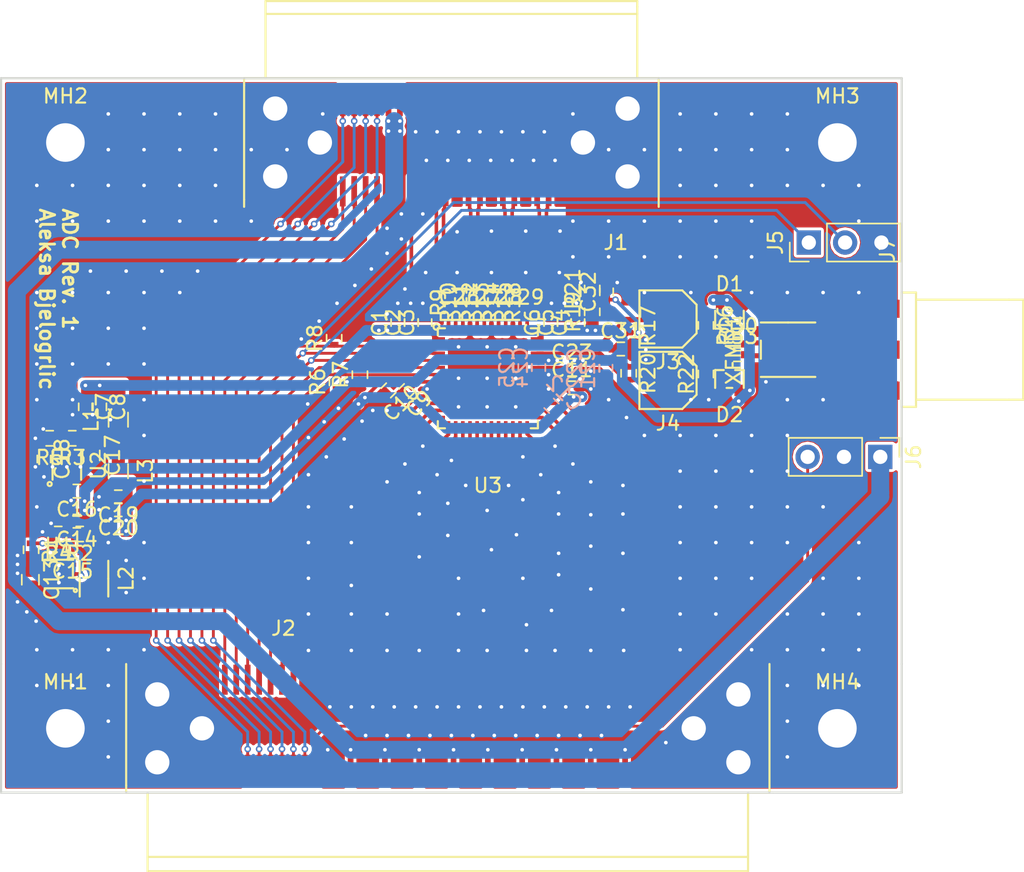
<source format=kicad_pcb>
(kicad_pcb (version 4) (host pcbnew 4.0.7)
  (layers (0 F.Cu signal) (1 In1.Cu signal hide) (2 In2.Cu signal hide) (31 B.Cu signal hide) (35 F.Paste user) (36 B.SilkS user) (37 F.SilkS user) (38 B.Mask user) (39 F.Mask user) (44 Edge.Cuts user))
  (net 0 "")
  (net 1 +1V8A)
  (net 2 GND)
  (net 3 +1V8)
  (net 4 +5VD)
  (net 5 +3V3)
  (net 6 /FB)
  (net 7 /VOUT)
  (net 8 /BYP)
  (net 9 /IN1+)
  (net 10 /IN1-)
  (net 11 /IN2+)
  (net 12 /IN2-)
  (net 13 /IN3+)
  (net 14 /IN3-)
  (net 15 /IN4+)
  (net 16 /IN4-)
  (net 17 /FE_SCL)
  (net 18 /FE_SDA)
  (net 19 /FE_SDIO)
  (net 20 /FE_SCLK)
  (net 21 /VCM)
  (net 22 /PGA_OUT_1+)
  (net 23 /PGA_OUT_1-)
  (net 24 /PGA_OUT_2+)
  (net 25 /PGA_OUT_2-)
  (net 26 /PGA_OUT_3+)
  (net 27 /PGA_OUT_3-)
  (net 28 /PGA_OUT_4+)
  (net 29 /PGA_OUT_4-)
  (net 30 /~PGA_CS_4)
  (net 31 /~PGA_CS_3)
  (net 32 /~PGA_CS_2)
  (net 33 /~PGA_CS_1)
  (net 34 /D2B-)
  (net 35 /D2B+)
  (net 36 /LCLK+)
  (net 37 /LCLK-)
  (net 38 /FCLK+)
  (net 39 /FCLK-)
  (net 40 /D3A+)
  (net 41 /D3A-)
  (net 42 /D3B+)
  (net 43 /D3B-)
  (net 44 /D4A+)
  (net 45 /D4A-)
  (net 46 /D4B+)
  (net 47 /D4B-)
  (net 48 /D2A-)
  (net 49 /D2A+)
  (net 50 /D1B-)
  (net 51 /D1B+)
  (net 52 /D1A-)
  (net 53 /D1A+)
  (net 54 /ADC_PD)
  (net 55 /~ADC_RST)
  (net 56 /ADC_PLL_SCLK)
  (net 57 /ADC_PLL_SDIO)
  (net 58 /~PLL_LE)
  (net 59 /~ADC_CS)
  (net 60 /CLK+)
  (net 61 /CLK-)
  (net 62 /SW)
  (net 63 /MODE)
  (net 64 /ADJ)
  (net 65 /Clocking/EXT_CLK_C+)
  (net 66 /Clocking/EXT_CLK+)
  (net 67 /Clocking/CLK_VCM)
  (net 68 /Clocking/EXT_CLK_C-)
  (net 69 /Clocking/EXT_CLK-)
  (net 70 /Clocking/EXT_CLK)
  (module DSO:FX18-80P-0.8SH (layer F.Cu) (at 111.75 120 180)
    (fp_text reference J2 (at 11.5 7 180) (layer F.SilkS))
    (fp_text value FX18-80P-0.8SH)
    (pad SHLD thru_hole oval (at 17.2 0 180) (size 2.2 2.2) (drill 1.7) (layers *.Cu *.Mask) (net 2 GND))
    (pad SHLD thru_hole oval (at -17.2 0 180) (size 2.2 2.2) (drill 1.7) (layers *.Cu *.Mask) (net 2 GND))
    (pad SHLD thru_hole oval (at -20.325 2.375 180) (size 2.2 2.2) (drill 1.7) (layers *.Cu *.Mask) (net 2 GND))
    (pad SHLD thru_hole oval (at -20.325 -2.375 180) (size 2.2 2.2) (drill 1.7) (layers *.Cu *.Mask) (net 2 GND))
    (pad SHLD thru_hole oval (at 20.325 -2.375 180) (size 2.2 2.2) (drill 1.7) (layers *.Cu *.Mask) (net 2 GND))
    (pad SHLD thru_hole oval (at 20.325 2.375 180) (size 2.2 2.2) (drill 1.7) (layers *.Cu *.Mask) (net 2 GND))
    (pad 20 smd rect (at -0.4 3.4 180) (size 0.4 2.1) (layers F.Cu F.Paste F.Mask) (net 2 GND))
    (pad 21 smd rect (at 0.4 3.4 180) (size 0.4 2.1) (layers F.Cu F.Paste F.Mask) (net 34 /D2B-))
    (pad 19 smd rect (at -1.2 3.4 180) (size 0.4 2.1) (layers F.Cu F.Paste F.Mask) (net 36 /LCLK+))
    (pad 18 smd rect (at -2 3.4 180) (size 0.4 2.1) (layers F.Cu F.Paste F.Mask) (net 37 /LCLK-))
    (pad 17 smd rect (at -2.8 3.4 180) (size 0.4 2.1) (layers F.Cu F.Paste F.Mask) (net 2 GND))
    (pad 16 smd rect (at -3.6 3.4 180) (size 0.4 2.1) (layers F.Cu F.Paste F.Mask) (net 38 /FCLK+))
    (pad 15 smd rect (at -4.4 3.4 180) (size 0.4 2.1) (layers F.Cu F.Paste F.Mask) (net 39 /FCLK-))
    (pad 14 smd rect (at -5.2 3.4 180) (size 0.4 2.1) (layers F.Cu F.Paste F.Mask) (net 2 GND))
    (pad 13 smd rect (at -6 3.4 180) (size 0.4 2.1) (layers F.Cu F.Paste F.Mask) (net 40 /D3A+))
    (pad 12 smd rect (at -6.8 3.4 180) (size 0.4 2.1) (layers F.Cu F.Paste F.Mask) (net 41 /D3A-))
    (pad 11 smd rect (at -7.6 3.4 180) (size 0.4 2.1) (layers F.Cu F.Paste F.Mask) (net 2 GND))
    (pad 10 smd rect (at -8.4 3.4 180) (size 0.4 2.1) (layers F.Cu F.Paste F.Mask) (net 42 /D3B+))
    (pad 9 smd rect (at -9.2 3.4 180) (size 0.4 2.1) (layers F.Cu F.Paste F.Mask) (net 43 /D3B-))
    (pad 8 smd rect (at -10 3.4 180) (size 0.4 2.1) (layers F.Cu F.Paste F.Mask) (net 2 GND))
    (pad 7 smd rect (at -10.8 3.4 180) (size 0.4 2.1) (layers F.Cu F.Paste F.Mask) (net 44 /D4A+))
    (pad 6 smd rect (at -11.6 3.4 180) (size 0.4 2.1) (layers F.Cu F.Paste F.Mask) (net 45 /D4A-))
    (pad 5 smd rect (at -12.4 3.4 180) (size 0.4 2.1) (layers F.Cu F.Paste F.Mask) (net 2 GND))
    (pad 4 smd rect (at -13.2 3.4 180) (size 0.4 2.1) (layers F.Cu F.Paste F.Mask) (net 46 /D4B+))
    (pad 3 smd rect (at -14 3.4 180) (size 0.4 2.1) (layers F.Cu F.Paste F.Mask) (net 47 /D4B-))
    (pad 2 smd rect (at -14.8 3.4 180) (size 0.4 2.1) (layers F.Cu F.Paste F.Mask) (net 2 GND))
    (pad 1 smd rect (at -15.6 3.4 180) (size 0.4 2.1) (layers F.Cu F.Paste F.Mask) (net 2 GND))
    (pad 22 smd rect (at 1.2 3.4 180) (size 0.4 2.1) (layers F.Cu F.Paste F.Mask) (net 35 /D2B+))
    (pad 23 smd rect (at 2 3.4 180) (size 0.4 2.1) (layers F.Cu F.Paste F.Mask) (net 2 GND))
    (pad 24 smd rect (at 2.8 3.4 180) (size 0.4 2.1) (layers F.Cu F.Paste F.Mask) (net 48 /D2A-))
    (pad 25 smd rect (at 3.6 3.4 180) (size 0.4 2.1) (layers F.Cu F.Paste F.Mask) (net 49 /D2A+))
    (pad 26 smd rect (at 4.4 3.4 180) (size 0.4 2.1) (layers F.Cu F.Paste F.Mask) (net 2 GND))
    (pad 27 smd rect (at 5.2 3.4 180) (size 0.4 2.1) (layers F.Cu F.Paste F.Mask) (net 50 /D1B-))
    (pad 28 smd rect (at 6 3.4 180) (size 0.4 2.1) (layers F.Cu F.Paste F.Mask) (net 51 /D1B+))
    (pad 29 smd rect (at 6.8 3.4 180) (size 0.4 2.1) (layers F.Cu F.Paste F.Mask) (net 2 GND))
    (pad 30 smd rect (at 7.6 3.4 180) (size 0.4 2.1) (layers F.Cu F.Paste F.Mask) (net 52 /D1A-))
    (pad 31 smd rect (at 8.4 3.4 180) (size 0.4 2.1) (layers F.Cu F.Paste F.Mask) (net 53 /D1A+))
    (pad 32 smd rect (at 9.2 3.4 180) (size 0.4 2.1) (layers F.Cu F.Paste F.Mask) (net 2 GND))
    (pad 33 smd rect (at 10 3.4 180) (size 0.4 2.1) (layers F.Cu F.Paste F.Mask) (net 2 GND))
    (pad 34 smd rect (at 10.8 3.4 180) (size 0.4 2.1) (layers F.Cu F.Paste F.Mask) (net 54 /ADC_PD))
    (pad 35 smd rect (at 11.6 3.4 180) (size 0.4 2.1) (layers F.Cu F.Paste F.Mask) (net 55 /~ADC_RST))
    (pad 36 smd rect (at 12.4 3.4 180) (size 0.4 2.1) (layers F.Cu F.Paste F.Mask) (net 56 /ADC_PLL_SCLK))
    (pad 37 smd rect (at 13.2 3.4 180) (size 0.4 2.1) (layers F.Cu F.Paste F.Mask) (net 57 /ADC_PLL_SDIO))
    (pad 38 smd rect (at 14 3.4 180) (size 0.4 2.1) (layers F.Cu F.Paste F.Mask) (net 59 /~ADC_CS))
    (pad 39 smd rect (at 14.8 3.4 180) (size 0.4 2.1) (layers F.Cu F.Paste F.Mask) (net 20 /FE_SCLK))
    (pad 40 smd rect (at 15.6 3.4 180) (size 0.4 2.1) (layers F.Cu F.Paste F.Mask) (net 19 /FE_SDIO))
    (pad 41 smd rect (at 15.6 -2.9 180) (size 0.4 2.1) (layers F.Cu F.Paste F.Mask) (net 2 GND))
    (pad 42 smd rect (at 14.8 -2.9 180) (size 0.4 2.1) (layers F.Cu F.Paste F.Mask) (net 2 GND))
    (pad 43 smd rect (at 14 -2.9 180) (size 0.4 2.1) (layers F.Cu F.Paste F.Mask) (net 33 /~PGA_CS_1))
    (pad 44 smd rect (at 13.2 -2.9 180) (size 0.4 2.1) (layers F.Cu F.Paste F.Mask) (net 32 /~PGA_CS_2))
    (pad 45 smd rect (at 12.4 -2.9 180) (size 0.4 2.1) (layers F.Cu F.Paste F.Mask) (net 31 /~PGA_CS_3))
    (pad 46 smd rect (at 11.6 -2.9 180) (size 0.4 2.1) (layers F.Cu F.Paste F.Mask) (net 30 /~PGA_CS_4))
    (pad 47 smd rect (at 10.8 -2.9 180) (size 0.4 2.1) (layers F.Cu F.Paste F.Mask) (net 17 /FE_SCL))
    (pad 48 smd rect (at 10 -2.9 180) (size 0.4 2.1) (layers F.Cu F.Paste F.Mask) (net 18 /FE_SDA))
    (pad 49 smd rect (at 9.2 -2.9 180) (size 0.4 2.1) (layers F.Cu F.Paste F.Mask) (net 58 /~PLL_LE))
    (pad 50 smd rect (at 8.4 -2.9 180) (size 0.4 2.1) (layers F.Cu F.Paste F.Mask) (net 2 GND))
    (pad 51 smd rect (at 7.6 -2.9 180) (size 0.4 2.1) (layers F.Cu F.Paste F.Mask) (net 2 GND))
    (pad 52 smd rect (at 6.8 -2.9 180) (size 0.4 2.1) (layers F.Cu F.Paste F.Mask) (net 4 +5VD))
    (pad 53 smd rect (at 6 -2.9 180) (size 0.4 2.1) (layers F.Cu F.Paste F.Mask) (net 2 GND))
    (pad 54 smd rect (at 5.2 -2.9 180) (size 0.4 2.1) (layers F.Cu F.Paste F.Mask) (net 2 GND))
    (pad 55 smd rect (at 4.4 -2.9 180) (size 0.4 2.1) (layers F.Cu F.Paste F.Mask) (net 4 +5VD))
    (pad 56 smd rect (at 3.6 -2.9 180) (size 0.4 2.1) (layers F.Cu F.Paste F.Mask) (net 2 GND))
    (pad 57 smd rect (at 2.8 -2.9 180) (size 0.4 2.1) (layers F.Cu F.Paste F.Mask) (net 2 GND))
    (pad 58 smd rect (at 2 -2.9 180) (size 0.4 2.1) (layers F.Cu F.Paste F.Mask) (net 4 +5VD))
    (pad 59 smd rect (at 1.2 -2.9 180) (size 0.4 2.1) (layers F.Cu F.Paste F.Mask) (net 2 GND))
    (pad 60 smd rect (at 0.4 -2.9 180) (size 0.4 2.1) (layers F.Cu F.Paste F.Mask) (net 2 GND))
    (pad 61 smd rect (at -0.4 -2.9 180) (size 0.4 2.1) (layers F.Cu F.Paste F.Mask) (net 4 +5VD))
    (pad 62 smd rect (at -1.2 -2.9 180) (size 0.4 2.1) (layers F.Cu F.Paste F.Mask) (net 2 GND))
    (pad 63 smd rect (at -2 -2.9 180) (size 0.4 2.1) (layers F.Cu F.Paste F.Mask) (net 2 GND))
    (pad 64 smd rect (at -2.8 -2.9 180) (size 0.4 2.1) (layers F.Cu F.Paste F.Mask) (net 4 +5VD))
    (pad 65 smd rect (at -3.6 -2.9 180) (size 0.4 2.1) (layers F.Cu F.Paste F.Mask) (net 2 GND))
    (pad 66 smd rect (at -4.4 -2.9 180) (size 0.4 2.1) (layers F.Cu F.Paste F.Mask) (net 2 GND))
    (pad 67 smd rect (at -5.2 -2.9 180) (size 0.4 2.1) (layers F.Cu F.Paste F.Mask) (net 4 +5VD))
    (pad 68 smd rect (at -6 -2.9 180) (size 0.4 2.1) (layers F.Cu F.Paste F.Mask) (net 2 GND))
    (pad 69 smd rect (at -6.8 -2.9 180) (size 0.4 2.1) (layers F.Cu F.Paste F.Mask) (net 2 GND))
    (pad 70 smd rect (at -7.6 -2.9 180) (size 0.4 2.1) (layers F.Cu F.Paste F.Mask) (net 4 +5VD))
    (pad 71 smd rect (at -8.4 -2.9 180) (size 0.4 2.1) (layers F.Cu F.Paste F.Mask) (net 2 GND))
    (pad 72 smd rect (at -9.2 -2.9 180) (size 0.4 2.1) (layers F.Cu F.Paste F.Mask) (net 2 GND))
    (pad 73 smd rect (at -10 -2.9 180) (size 0.4 2.1) (layers F.Cu F.Paste F.Mask) (net 4 +5VD))
    (pad 74 smd rect (at -10.8 -2.9 180) (size 0.4 2.1) (layers F.Cu F.Paste F.Mask) (net 2 GND))
    (pad 75 smd rect (at -11.6 -2.9 180) (size 0.4 2.1) (layers F.Cu F.Paste F.Mask) (net 2 GND))
    (pad 76 smd rect (at -12.4 -2.9 180) (size 0.4 2.1) (layers F.Cu F.Paste F.Mask) (net 4 +5VD))
    (pad 77 smd rect (at -13.2 -2.9 180) (size 0.4 2.1) (layers F.Cu F.Paste F.Mask) (net 2 GND))
    (pad 78 smd rect (at -14 -2.9 180) (size 0.4 2.1) (layers F.Cu F.Paste F.Mask) (net 2 GND))
    (pad 79 smd rect (at -14.8 -2.9 180) (size 0.4 2.1) (layers F.Cu F.Paste F.Mask) (net 2 GND))
    (pad 80 smd rect (at -15.6 -2.9 180) (size 0.4 2.1) (layers F.Cu F.Paste F.Mask) (net 2 GND))
  )
  (module Capacitors_SMD:C_0402 (layer F.Cu) (at 108.25 91.6 90)
    (fp_text reference C1 (at 0 -1.27 90) (layer F.SilkS))
    (fp_text value 1uF)
    (pad 1 smd rect (at -0.55 0 90) (size 0.6 0.5) (layers F.Cu F.Paste F.Mask) (net 1 +1V8A))
    (pad 2 smd rect (at 0.55 0 90) (size 0.6 0.5) (layers F.Cu F.Paste F.Mask) (net 2 GND))
  )
  (module Capacitors_SMD:C_0402 (layer F.Cu) (at 109.2 91.6 90)
    (fp_text reference C2 (at 0 -1.27 90) (layer F.SilkS))
    (fp_text value 10nF)
    (pad 1 smd rect (at -0.55 0 90) (size 0.6 0.5) (layers F.Cu F.Paste F.Mask) (net 1 +1V8A))
    (pad 2 smd rect (at 0.55 0 90) (size 0.6 0.5) (layers F.Cu F.Paste F.Mask) (net 2 GND))
  )
  (module Capacitors_SMD:C_0402 (layer F.Cu) (at 110.15 91.6 90)
    (fp_text reference C3 (at 0 -1.27 90) (layer F.SilkS))
    (fp_text value 1nF)
    (pad 1 smd rect (at -0.55 0 90) (size 0.6 0.5) (layers F.Cu F.Paste F.Mask) (net 1 +1V8A))
    (pad 2 smd rect (at 0.55 0 90) (size 0.6 0.5) (layers F.Cu F.Paste F.Mask) (net 2 GND))
  )
  (module Capacitors_SMD:C_0402 (layer F.Cu) (at 120.85 91.6 90)
    (fp_text reference C4 (at 0 -1.27 90) (layer F.SilkS))
    (fp_text value 1uF)
    (pad 1 smd rect (at -0.55 0 90) (size 0.6 0.5) (layers F.Cu F.Paste F.Mask) (net 1 +1V8A))
    (pad 2 smd rect (at 0.55 0 90) (size 0.6 0.5) (layers F.Cu F.Paste F.Mask) (net 2 GND))
  )
  (module Capacitors_SMD:C_0402 (layer F.Cu) (at 119.9 91.6 90)
    (fp_text reference C5 (at 0 -1.27 90) (layer F.SilkS))
    (fp_text value 10nF)
    (pad 1 smd rect (at -0.55 0 90) (size 0.6 0.5) (layers F.Cu F.Paste F.Mask) (net 1 +1V8A))
    (pad 2 smd rect (at 0.55 0 90) (size 0.6 0.5) (layers F.Cu F.Paste F.Mask) (net 2 GND))
  )
  (module Capacitors_SMD:C_0402 (layer F.Cu) (at 118.95 91.6 90)
    (fp_text reference C6 (at 0 -1.27 90) (layer F.SilkS))
    (fp_text value 1nF)
    (pad 1 smd rect (at -0.55 0 90) (size 0.6 0.5) (layers F.Cu F.Paste F.Mask) (net 1 +1V8A))
    (pad 2 smd rect (at 0.55 0 90) (size 0.6 0.5) (layers F.Cu F.Paste F.Mask) (net 2 GND))
  )
  (module Capacitors_SMD:C_0402 (layer F.Cu) (at 86.4 97.5 270)
    (fp_text reference C7 (at 0 -1.27 270) (layer F.SilkS))
    (fp_text value 1uF)
    (pad 1 smd rect (at -0.55 0 270) (size 0.6 0.5) (layers F.Cu F.Paste F.Mask) (net 1 +1V8A))
    (pad 2 smd rect (at 0.55 0 270) (size 0.6 0.5) (layers F.Cu F.Paste F.Mask) (net 2 GND))
  )
  (module Capacitors_SMD:C_0402 (layer F.Cu) (at 87.4 97.5 270)
    (fp_text reference C8 (at 0 -1.27 270) (layer F.SilkS))
    (fp_text value 10nF)
    (pad 1 smd rect (at -0.55 0 270) (size 0.6 0.5) (layers F.Cu F.Paste F.Mask) (net 1 +1V8A))
    (pad 2 smd rect (at 0.55 0 270) (size 0.6 0.5) (layers F.Cu F.Paste F.Mask) (net 2 GND))
  )
  (module Capacitors_SMD:C_0402 (layer F.Cu) (at 108.85 96.4 225)
    (fp_text reference C9 (at 0 -1.27 225) (layer F.SilkS))
    (fp_text value 10nF)
    (pad 1 smd rect (at -0.55 0 225) (size 0.6 0.5) (layers F.Cu F.Paste F.Mask) (net 3 +1V8))
    (pad 2 smd rect (at 0.55 0 225) (size 0.6 0.5) (layers F.Cu F.Paste F.Mask) (net 2 GND))
  )
  (module Capacitors_SMD:C_0402 (layer F.Cu) (at 107.6 96.35 225)
    (fp_text reference C10 (at 0 -1.27 225) (layer F.SilkS))
    (fp_text value 1uF)
    (pad 1 smd rect (at -0.55 0 225) (size 0.6 0.5) (layers F.Cu F.Paste F.Mask) (net 3 +1V8))
    (pad 2 smd rect (at 0.55 0 225) (size 0.6 0.5) (layers F.Cu F.Paste F.Mask) (net 2 GND))
  )
  (module Capacitors_SMD:C_0402 (layer F.Cu) (at 120.425 96.175)
    (fp_text reference C11 (at 0 -1.27) (layer F.SilkS))
    (fp_text value 10nF)
    (pad 1 smd rect (at -0.55 0) (size 0.6 0.5) (layers F.Cu F.Paste F.Mask) (net 3 +1V8))
    (pad 2 smd rect (at 0.55 0) (size 0.6 0.5) (layers F.Cu F.Paste F.Mask) (net 2 GND))
  )
  (module Capacitors_SMD:C_0402 (layer B.Cu) (at 119 97.425 135)
    (fp_text reference C12 (at 0 1.270001 135) (layer B.SilkS) (effects (justify mirror)))
    (fp_text value 1uF)
    (pad 1 smd rect (at -0.55 0 135) (size 0.6 0.5) (layers B.Cu B.Mask) (net 3 +1V8))
    (pad 2 smd rect (at 0.55 0 135) (size 0.6 0.5) (layers B.Cu B.Mask) (net 2 GND))
  )
  (module Capacitors_SMD:C_0603 (layer F.Cu) (at 82.55 109.6 270)
    (fp_text reference C13 (at 0 -1.5 270) (layer F.SilkS))
    (fp_text value 10uF)
    (pad 2 smd rect (at 0.75 0 270) (size 0.8 0.75) (layers F.Cu F.Paste F.Mask) (net 2 GND))
    (pad 1 smd rect (at -0.75 0 270) (size 0.8 0.75) (layers F.Cu F.Paste F.Mask) (net 4 +5VD))
  )
  (module Capacitors_SMD:C_0402 (layer F.Cu) (at 85.8 105.5 180)
    (fp_text reference C14 (at 0 -1.27 180) (layer F.SilkS))
    (fp_text value 22pF)
    (pad 1 smd rect (at -0.55 0 180) (size 0.6 0.5) (layers F.Cu F.Paste F.Mask) (net 5 +3V3))
    (pad 2 smd rect (at 0.55 0 180) (size 0.6 0.5) (layers F.Cu F.Paste F.Mask) (net 6 /FB))
  )
  (module Capacitors_SMD:C_0603 (layer F.Cu) (at 85.5 107.5 180)
    (fp_text reference C15 (at 0 -1.5 180) (layer F.SilkS))
    (fp_text value 10uF)
    (pad 2 smd rect (at 0.75 0 180) (size 0.8 0.75) (layers F.Cu F.Paste F.Mask) (net 2 GND))
    (pad 1 smd rect (at -0.75 0 180) (size 0.8 0.75) (layers F.Cu F.Paste F.Mask) (net 5 +3V3))
  )
  (module Capacitors_SMD:C_0402 (layer F.Cu) (at 85.8 103.4 180)
    (fp_text reference C16 (at 0 -1.27 180) (layer F.SilkS))
    (fp_text value 1uF)
    (pad 1 smd rect (at -0.55 0 180) (size 0.6 0.5) (layers F.Cu F.Paste F.Mask) (net 5 +3V3))
    (pad 2 smd rect (at 0.55 0 180) (size 0.6 0.5) (layers F.Cu F.Paste F.Mask) (net 2 GND))
  )
  (module Capacitors_SMD:C_0603 (layer F.Cu) (at 86.8 100.9 270)
    (fp_text reference C17 (at 0 -1.5 270) (layer F.SilkS))
    (fp_text value 10uF)
    (pad 2 smd rect (at 0.75 0 270) (size 0.8 0.75) (layers F.Cu F.Paste F.Mask) (net 2 GND))
    (pad 1 smd rect (at -0.75 0 270) (size 0.8 0.75) (layers F.Cu F.Paste F.Mask) (net 7 /VOUT))
  )
  (module Capacitors_SMD:C_0402 (layer F.Cu) (at 83.5 101.15 270)
    (fp_text reference C18 (at 0 -1.27 270) (layer F.SilkS))
    (fp_text value 0.1uF)
    (pad 1 smd rect (at -0.55 0 270) (size 0.6 0.5) (layers F.Cu F.Paste F.Mask) (net 8 /BYP))
    (pad 2 smd rect (at 0.55 0 270) (size 0.6 0.5) (layers F.Cu F.Paste F.Mask) (net 2 GND))
  )
  (module Capacitors_SMD:C_0402 (layer F.Cu) (at 88.7 103.8 180)
    (fp_text reference C19 (at 0 -1.27 180) (layer F.SilkS))
    (fp_text value 1uF)
    (pad 1 smd rect (at -0.55 0 180) (size 0.6 0.5) (layers F.Cu F.Paste F.Mask) (net 3 +1V8))
    (pad 2 smd rect (at 0.55 0 180) (size 0.6 0.5) (layers F.Cu F.Paste F.Mask) (net 2 GND))
  )
  (module Capacitors_SMD:C_0402 (layer F.Cu) (at 88.7 104.7 180)
    (fp_text reference C20 (at 0 -1.27 180) (layer F.SilkS))
    (fp_text value 10nF)
    (pad 1 smd rect (at -0.55 0 180) (size 0.6 0.5) (layers F.Cu F.Paste F.Mask) (net 3 +1V8))
    (pad 2 smd rect (at 0.55 0 180) (size 0.6 0.5) (layers F.Cu F.Paste F.Mask) (net 2 GND))
  )
  (module Capacitors_SMD:C_0402 (layer B.Cu) (at 122.8 94.8 270)
    (fp_text reference C21 (at 0 1.270001 270) (layer B.SilkS) (effects (justify mirror)))
    (fp_text value 1uF)
    (pad 1 smd rect (at -0.55 0 270) (size 0.6 0.5) (layers B.Cu B.Mask) (net 1 +1V8A))
    (pad 2 smd rect (at 0.55 0 270) (size 0.6 0.5) (layers B.Cu B.Mask) (net 2 GND))
  )
  (module Capacitors_SMD:C_0402 (layer B.Cu) (at 121.9 94.8 270)
    (fp_text reference C22 (at 0 1.270001 270) (layer B.SilkS) (effects (justify mirror)))
    (fp_text value 10nF)
    (pad 1 smd rect (at -0.55 0 270) (size 0.6 0.5) (layers B.Cu B.Mask) (net 1 +1V8A))
    (pad 2 smd rect (at 0.55 0 270) (size 0.6 0.5) (layers B.Cu B.Mask) (net 2 GND))
  )
  (module Capacitors_SMD:C_0402 (layer F.Cu) (at 120.425 94.95)
    (fp_text reference C23 (at 0 -1.27) (layer F.SilkS))
    (fp_text value 1nF)
    (pad 1 smd rect (at -0.55 0) (size 0.6 0.5) (layers F.Cu F.Paste F.Mask) (net 1 +1V8A))
    (pad 2 smd rect (at 0.55 0) (size 0.6 0.5) (layers F.Cu F.Paste F.Mask) (net 2 GND))
  )
  (module Capacitors_SMD:C_0402 (layer B.Cu) (at 118.1 94.75 270)
    (fp_text reference C24 (at 0 1.270001 270) (layer B.SilkS) (effects (justify mirror)))
    (fp_text value 10nF)
    (pad 1 smd rect (at -0.55 0 270) (size 0.6 0.5) (layers B.Cu B.Mask) (net 5 +3V3))
    (pad 2 smd rect (at 0.55 0 270) (size 0.6 0.5) (layers B.Cu B.Mask) (net 2 GND))
  )
  (module Capacitors_SMD:C_0402 (layer B.Cu) (at 117.15 94.75 270)
    (fp_text reference C25 (at 0 1.27 270) (layer B.SilkS) (effects (justify mirror)))
    (fp_text value 1uF)
    (pad 1 smd rect (at -0.55 0 270) (size 0.6 0.5) (layers B.Cu B.Mask) (net 5 +3V3))
    (pad 2 smd rect (at 0.55 0 270) (size 0.6 0.5) (layers B.Cu B.Mask) (net 2 GND))
  )
  (module Capacitors_SMD:C_0402 (layer F.Cu) (at 132 93.1)
    (fp_text reference C30 (at 0 -1.27) (layer F.SilkS))
    (fp_text value 1nF)
    (pad 1 smd rect (at -0.55 0) (size 0.6 0.5) (layers F.Cu F.Paste F.Mask) (net 65 /Clocking/EXT_CLK_C+))
    (pad 2 smd rect (at 0.55 0) (size 0.6 0.5) (layers F.Cu F.Paste F.Mask) (net 66 /Clocking/EXT_CLK+))
  )
  (module Capacitors_SMD:C_0402 (layer F.Cu) (at 123.85 93.45)
    (fp_text reference C31 (at 0 -1.27) (layer F.SilkS))
    (fp_text value 220pF)
    (pad 1 smd rect (at -0.55 0) (size 0.6 0.5) (layers F.Cu F.Paste F.Mask) (net 67 /Clocking/CLK_VCM))
    (pad 2 smd rect (at 0.55 0) (size 0.6 0.5) (layers F.Cu F.Paste F.Mask) (net 2 GND))
  )
  (module DSO:FX18-40P-0.8SH (layer F.Cu) (at 112 79)
    (fp_text reference J1 (at 11.5 7) (layer F.SilkS))
    (fp_text value FX18-40P-0.8SH)
    (pad 21 smd rect (at 7.6 -2.9) (size 0.4 2.1) (layers F.Cu F.Paste F.Mask) (net 2 GND))
    (pad SHLD thru_hole oval (at 9.2 0) (size 2.2 2.2) (drill 1.7) (layers *.Cu *.Mask) (net 2 GND))
    (pad SHLD thru_hole oval (at -9.2 0) (size 2.2 2.2) (drill 1.7) (layers *.Cu *.Mask) (net 2 GND))
    (pad SHLD thru_hole oval (at -12.325 2.375) (size 2.2 2.2) (drill 1.7) (layers *.Cu *.Mask) (net 2 GND))
    (pad SHLD thru_hole oval (at -12.325 -2.375) (size 2.2 2.2) (drill 1.7) (layers *.Cu *.Mask) (net 2 GND))
    (pad SHLD thru_hole oval (at 12.325 -2.375) (size 2.2 2.2) (drill 1.7) (layers *.Cu *.Mask) (net 2 GND))
    (pad SHLD thru_hole oval (at 12.325 2.375) (size 2.2 2.2) (drill 1.7) (layers *.Cu *.Mask) (net 2 GND))
    (pad 1 smd rect (at -7.6 3.425) (size 0.4 2.1) (layers F.Cu F.Paste F.Mask) (net 17 /FE_SCL))
    (pad 2 smd rect (at -6.8 3.4) (size 0.4 2.1) (layers F.Cu F.Paste F.Mask) (net 18 /FE_SDA))
    (pad 3 smd rect (at -6 3.4) (size 0.4 2.1) (layers F.Cu F.Paste F.Mask) (net 19 /FE_SDIO))
    (pad 4 smd rect (at -5.2 3.4) (size 0.4 2.1) (layers F.Cu F.Paste F.Mask) (net 20 /FE_SCLK))
    (pad 5 smd rect (at -4.4 3.4) (size 0.4 2.1) (layers F.Cu F.Paste F.Mask) (net 2 GND))
    (pad 6 smd rect (at -3.6 3.4) (size 0.4 2.1) (layers F.Cu F.Paste F.Mask) (net 2 GND))
    (pad 7 smd rect (at -2.8 3.4) (size 0.4 2.1) (layers F.Cu F.Paste F.Mask) (net 21 /VCM))
    (pad 8 smd rect (at -2 3.4) (size 0.4 2.1) (layers F.Cu F.Paste F.Mask) (net 2 GND))
    (pad 9 smd rect (at -1.2 3.4) (size 0.4 2.1) (layers F.Cu F.Paste F.Mask) (net 22 /PGA_OUT_1+))
    (pad 10 smd rect (at -0.4 3.4) (size 0.4 2.1) (layers F.Cu F.Paste F.Mask) (net 23 /PGA_OUT_1-))
    (pad 11 smd rect (at 0.4 3.4) (size 0.4 2.1) (layers F.Cu F.Paste F.Mask) (net 2 GND))
    (pad 12 smd rect (at 1.2 3.4) (size 0.4 2.1) (layers F.Cu F.Paste F.Mask) (net 24 /PGA_OUT_2+))
    (pad 13 smd rect (at 2 3.4) (size 0.4 2.1) (layers F.Cu F.Paste F.Mask) (net 25 /PGA_OUT_2-))
    (pad 14 smd rect (at 2.8 3.4) (size 0.4 2.1) (layers F.Cu F.Paste F.Mask) (net 2 GND))
    (pad 15 smd rect (at 3.6 3.4) (size 0.4 2.1) (layers F.Cu F.Paste F.Mask) (net 26 /PGA_OUT_3+))
    (pad 16 smd rect (at 4.4 3.4) (size 0.4 2.1) (layers F.Cu F.Paste F.Mask) (net 27 /PGA_OUT_3-))
    (pad 17 smd rect (at 5.2 3.4) (size 0.4 2.1) (layers F.Cu F.Paste F.Mask) (net 2 GND))
    (pad 18 smd rect (at 6 3.4) (size 0.4 2.1) (layers F.Cu F.Paste F.Mask) (net 28 /PGA_OUT_4+))
    (pad 19 smd rect (at 6.8 3.4) (size 0.4 2.1) (layers F.Cu F.Paste F.Mask) (net 29 /PGA_OUT_4-))
    (pad 20 smd rect (at 7.6 3.4) (size 0.4 2.1) (layers F.Cu F.Paste F.Mask) (net 2 GND))
    (pad 22 smd rect (at 6.8 -2.9) (size 0.4 2.1) (layers F.Cu F.Paste F.Mask) (net 2 GND))
    (pad 23 smd rect (at 6 -2.9) (size 0.4 2.1) (layers F.Cu F.Paste F.Mask) (net 2 GND))
    (pad 24 smd rect (at 5.2 -2.9) (size 0.4 2.1) (layers F.Cu F.Paste F.Mask) (net 2 GND))
    (pad 25 smd rect (at 4.4 -2.9) (size 0.4 2.1) (layers F.Cu F.Paste F.Mask) (net 2 GND))
    (pad 26 smd rect (at 3.6 -2.9) (size 0.4 2.1) (layers F.Cu F.Paste F.Mask) (net 2 GND))
    (pad 27 smd rect (at 2.8 -2.9) (size 0.4 2.1) (layers F.Cu F.Paste F.Mask) (net 2 GND))
    (pad 28 smd rect (at 2 -2.9) (size 0.4 2.1) (layers F.Cu F.Paste F.Mask) (net 2 GND))
    (pad 29 smd rect (at 1.2 -2.9) (size 0.4 2.1) (layers F.Cu F.Paste F.Mask) (net 2 GND))
    (pad 30 smd rect (at 0.4 -2.9) (size 0.4 2.1) (layers F.Cu F.Paste F.Mask) (net 2 GND))
    (pad 31 smd rect (at -0.4 -2.9) (size 0.4 2.1) (layers F.Cu F.Paste F.Mask) (net 2 GND))
    (pad 32 smd rect (at -1.2 -2.9) (size 0.4 2.1) (layers F.Cu F.Paste F.Mask) (net 2 GND))
    (pad 33 smd rect (at -2 -2.9) (size 0.4 2.1) (layers F.Cu F.Paste F.Mask) (net 2 GND))
    (pad 34 smd rect (at -2.8 -2.9) (size 0.4 2.1) (layers F.Cu F.Paste F.Mask) (net 2 GND))
    (pad 35 smd rect (at -3.6 -2.9) (size 0.4 2.1) (layers F.Cu F.Paste F.Mask) (net 4 +5VD))
    (pad 36 smd rect (at -4.4 -2.9) (size 0.4 2.1) (layers F.Cu F.Paste F.Mask) (net 4 +5VD))
    (pad 37 smd rect (at -5.2 -2.9) (size 0.4 2.1) (layers F.Cu F.Paste F.Mask) (net 30 /~PGA_CS_4))
    (pad 38 smd rect (at -6 -2.9) (size 0.4 2.1) (layers F.Cu F.Paste F.Mask) (net 31 /~PGA_CS_3))
    (pad 39 smd rect (at -6.8 -2.9) (size 0.4 2.1) (layers F.Cu F.Paste F.Mask) (net 32 /~PGA_CS_2))
    (pad 40 smd rect (at -7.6 -2.9) (size 0.4 2.1) (layers F.Cu F.Paste F.Mask) (net 33 /~PGA_CS_1))
  )
  (module Inductors_SMD:L_0603 (layer F.Cu) (at 88.7 98.4 90)
    (fp_text reference L1 (at 0 -1.9 90) (layer F.SilkS))
    (fp_text value 1uH)
    (pad 1 smd rect (at -0.75 0 90) (size 0.5 0.9) (layers F.Cu F.Paste F.Mask) (net 7 /VOUT))
    (pad 2 smd rect (at 0.75 0 90) (size 0.5 0.9) (layers F.Cu F.Paste F.Mask) (net 1 +1V8A))
  )
  (module DSO:L_1008 (layer F.Cu) (at 87 109.525 90)
    (fp_text reference L2 (at 0 2.25 90) (layer F.SilkS))
    (fp_text value 2.2uH)
    (pad 1 smd rect (at -1 0 90) (size 0.8 2) (layers F.Cu F.Paste F.Mask) (net 62 /SW))
    (pad 2 smd rect (at 1 0 90) (size 0.8 2) (layers F.Cu F.Paste F.Mask) (net 5 +3V3))
  )
  (module Inductors_SMD:L_0603 (layer F.Cu) (at 88.7 102 270)
    (fp_text reference L3 (at 0 -1.9 270) (layer F.SilkS))
    (fp_text value 1uH)
    (pad 1 smd rect (at -0.75 0 270) (size 0.5 0.9) (layers F.Cu F.Paste F.Mask) (net 7 /VOUT))
    (pad 2 smd rect (at 0.75 0 270) (size 0.5 0.9) (layers F.Cu F.Paste F.Mask) (net 3 +1V8))
  )
  (module Mounting_Holes:MountingHole_2.7mm_M2.5_ISO14580_Pad (layer F.Cu) (at 85 120)
    (fp_text reference MH1 (at 0 -3.25) (layer F.SilkS))
    (fp_text value "Mounting Hole")
    (pad 1 thru_hole circle (at 0 0) (size 4.5 4.5) (drill 2.7) (layers *.Cu *.Mask) (net 2 GND))
  )
  (module Mounting_Holes:MountingHole_2.7mm_M2.5_ISO14580_Pad (layer F.Cu) (at 85 79)
    (fp_text reference MH2 (at 0 -3.25) (layer F.SilkS))
    (fp_text value "Mounting Hole")
    (pad 1 thru_hole circle (at 0 0) (size 4.5 4.5) (drill 2.7) (layers *.Cu *.Mask) (net 2 GND))
  )
  (module Mounting_Holes:MountingHole_2.7mm_M2.5_ISO14580_Pad (layer F.Cu) (at 139 79)
    (fp_text reference MH3 (at 0 -3.25) (layer F.SilkS))
    (fp_text value "Mounting Hole")
    (pad 1 thru_hole circle (at 0 0) (size 4.5 4.5) (drill 2.7) (layers *.Cu *.Mask) (net 2 GND))
  )
  (module Mounting_Holes:MountingHole_2.7mm_M2.5_ISO14580_Pad (layer F.Cu) (at 139 120)
    (fp_text reference MH4 (at 0 -3.25) (layer F.SilkS))
    (fp_text value "Mounting Hole")
    (pad 1 thru_hole circle (at 0 0) (size 4.5 4.5) (drill 2.7) (layers *.Cu *.Mask) (net 2 GND))
  )
  (module Resistors_SMD:R_0402 (layer F.Cu) (at 82.6 107.5 270)
    (fp_text reference R1 (at 0 -1.35 270) (layer F.SilkS))
    (fp_text value 10k)
    (pad 1 smd rect (at -0.45 0 270) (size 0.4 0.6) (layers F.Cu F.Paste F.Mask) (net 63 /MODE))
    (pad 2 smd rect (at 0.45 0 270) (size 0.4 0.6) (layers F.Cu F.Paste F.Mask) (net 4 +5VD))
  )
  (module Resistors_SMD:R_0402 (layer F.Cu) (at 86 106.4 180)
    (fp_text reference R2 (at 0 -1.35 180) (layer F.SilkS))
    (fp_text value 820k)
    (pad 1 smd rect (at -0.45 0 180) (size 0.4 0.6) (layers F.Cu F.Paste F.Mask) (net 5 +3V3))
    (pad 2 smd rect (at 0.45 0 180) (size 0.4 0.6) (layers F.Cu F.Paste F.Mask) (net 6 /FB))
  )
  (module Resistors_SMD:R_0402 (layer F.Cu) (at 85.48 99.7 180)
    (fp_text reference R3 (at 0 -1.35 180) (layer F.SilkS))
    (fp_text value 220k)
    (pad 1 smd rect (at -0.45 0 180) (size 0.4 0.6) (layers F.Cu F.Paste F.Mask) (net 7 /VOUT))
    (pad 2 smd rect (at 0.45 0 180) (size 0.4 0.6) (layers F.Cu F.Paste F.Mask) (net 64 /ADJ))
  )
  (module Resistors_SMD:R_0402 (layer F.Cu) (at 84.5 106.4 180)
    (fp_text reference R4 (at 0 -1.35 180) (layer F.SilkS))
    (fp_text value 182k)
    (pad 1 smd rect (at -0.45 0 180) (size 0.4 0.6) (layers F.Cu F.Paste F.Mask) (net 6 /FB))
    (pad 2 smd rect (at 0.45 0 180) (size 0.4 0.6) (layers F.Cu F.Paste F.Mask) (net 2 GND))
  )
  (module Resistors_SMD:R_0402 (layer F.Cu) (at 83.9 99.7 180)
    (fp_text reference R5 (at 0 -1.35 180) (layer F.SilkS))
    (fp_text value 499k)
    (pad 1 smd rect (at -0.45 0 180) (size 0.4 0.6) (layers F.Cu F.Paste F.Mask) (net 64 /ADJ))
    (pad 2 smd rect (at 0.45 0 180) (size 0.4 0.6) (layers F.Cu F.Paste F.Mask) (net 2 GND))
  )
  (module Resistors_SMD:R_0402 (layer F.Cu) (at 104 95.75 90)
    (fp_text reference R6 (at 0 -1.35 90) (layer F.SilkS))
    (fp_text value 10k)
    (pad 1 smd rect (at -0.45 0 90) (size 0.4 0.6) (layers F.Cu F.Paste F.Mask) (net 5 +3V3))
    (pad 2 smd rect (at 0.45 0 90) (size 0.4 0.6) (layers F.Cu F.Paste F.Mask) (net 54 /ADC_PD))
  )
  (module Resistors_SMD:R_0402 (layer F.Cu) (at 105.6 95.25 90)
    (fp_text reference R7 (at 0 -1.35 90) (layer F.SilkS))
    (fp_text value 10k)
    (pad 1 smd rect (at -0.45 0 90) (size 0.4 0.6) (layers F.Cu F.Paste F.Mask) (net 5 +3V3))
    (pad 2 smd rect (at 0.45 0 90) (size 0.4 0.6) (layers F.Cu F.Paste F.Mask) (net 55 /~ADC_RST))
  )
  (module Resistors_SMD:R_0402 (layer F.Cu) (at 103.8 92.7 90)
    (fp_text reference R8 (at 0 -1.35 90) (layer F.SilkS))
    (fp_text value 10k)
    (pad 1 smd rect (at -0.45 0 90) (size 0.4 0.6) (layers F.Cu F.Paste F.Mask) (net 59 /~ADC_CS))
    (pad 2 smd rect (at 0.45 0 90) (size 0.4 0.6) (layers F.Cu F.Paste F.Mask) (net 2 GND))
  )
  (module Resistors_SMD:R_0402 (layer F.Cu) (at 129.8 91.8 270)
    (fp_text reference R16 (at 0 -1.35 270) (layer F.SilkS))
    (fp_text value 0)
    (pad 1 smd rect (at -0.45 0 270) (size 0.4 0.6) (layers F.Cu F.Paste F.Mask) (net 60 /CLK+))
    (pad 2 smd rect (at 0.45 0 270) (size 0.4 0.6) (layers F.Cu F.Paste F.Mask) (net 65 /Clocking/EXT_CLK_C+))
  )
  (module Resistors_SMD:R_0402 (layer F.Cu) (at 124.4 91.85 270)
    (fp_text reference R17 (at 0 -1.35 270) (layer F.SilkS))
    (fp_text value 50)
    (pad 1 smd rect (at -0.45 0 270) (size 0.4 0.6) (layers F.Cu F.Paste F.Mask) (net 60 /CLK+))
    (pad 2 smd rect (at 0.45 0 270) (size 0.4 0.6) (layers F.Cu F.Paste F.Mask) (net 67 /Clocking/CLK_VCM))
  )
  (module Resistors_SMD:R_0402 (layer F.Cu) (at 121.85 90.85 90)
    (fp_text reference R19 (at 0 -1.35 90) (layer F.SilkS))
    (fp_text value 1k)
    (pad 1 smd rect (at -0.45 0 90) (size 0.4 0.6) (layers F.Cu F.Paste F.Mask) (net 1 +1V8A))
    (pad 2 smd rect (at 0.45 0 90) (size 0.4 0.6) (layers F.Cu F.Paste F.Mask) (net 67 /Clocking/CLK_VCM))
  )
  (module Resistors_SMD:R_0402 (layer F.Cu) (at 124.4 95.15 270)
    (fp_text reference R20 (at 0 -1.35 270) (layer F.SilkS))
    (fp_text value 50)
    (pad 1 smd rect (at -0.45 0 270) (size 0.4 0.6) (layers F.Cu F.Paste F.Mask) (net 67 /Clocking/CLK_VCM))
    (pad 2 smd rect (at 0.45 0 270) (size 0.4 0.6) (layers F.Cu F.Paste F.Mask) (net 61 /CLK-))
  )
  (module DSO:TI-DRV6 (layer F.Cu) (at 84.55 109.2 180)
    (fp_text reference U1 (at 0 2 180) (layer F.SilkS))
    (fp_text value TPS62290)
    (pad 1 smd rect (at -0.975 -0.65 180) (size 0.45 0.3) (layers F.Cu F.Paste F.Mask) (net 62 /SW))
    (pad 2 smd rect (at -0.975 0 180) (size 0.45 0.3) (layers F.Cu F.Paste F.Mask) (net 63 /MODE))
    (pad 3 smd rect (at -0.975 0.65 180) (size 0.45 0.3) (layers F.Cu F.Paste F.Mask) (net 6 /FB))
    (pad 4 smd rect (at 0.975 0.65 180) (size 0.45 0.3) (layers F.Cu F.Paste F.Mask) (net 4 +5VD))
    (pad 5 smd rect (at 0.975 0 180) (size 0.45 0.3) (layers F.Cu F.Paste F.Mask) (net 4 +5VD))
    (pad 6 smd rect (at 0.975 -0.65 180) (size 0.45 0.3) (layers F.Cu F.Paste F.Mask) (net 2 GND))
    (pad 7 smd rect (at 0 0 180) (size 1 1.6) (layers F.Cu F.Mask) (net 2 GND))
  )
  (module DSO:6-MLF (layer F.Cu) (at 85.1 101.6 90)
    (fp_text reference U2 (at 0 2.2 90) (layer F.SilkS))
    (fp_text value MIC5319-ADJ)
    (pad 4 smd rect (at 0.9 0.65 90) (size 0.4 0.26) (layers F.Cu F.Paste F.Mask) (net 7 /VOUT))
    (pad 5 smd rect (at 0.9 0 90) (size 0.4 0.26) (layers F.Cu F.Paste F.Mask) (net 64 /ADJ))
    (pad 6 smd rect (at 0.9 -0.65 90) (size 0.4 0.26) (layers F.Cu F.Paste F.Mask) (net 8 /BYP))
    (pad 3 smd rect (at -0.9 0.65 90) (size 0.4 0.26) (layers F.Cu F.Paste F.Mask) (net 5 +3V3))
    (pad 2 smd rect (at -0.9 0 90) (size 0.4 0.26) (layers F.Cu F.Paste F.Mask) (net 2 GND))
    (pad 1 smd rect (at -0.9 -0.65 90) (size 0.4 0.26) (layers F.Cu F.Paste F.Mask) (net 5 +3V3))
    (pad 7 smd rect (at 0 0 90) (size 0.8 1.3) (layers F.Cu F.Mask) (net 2 GND))
  )
  (module DSO:AD-LP7 (layer F.Cu) (at 114.55 95.5)
    (fp_text reference U3 (at 0 7.5) (layer F.SilkS))
    (fp_text value HMCAD1511)
    (pad 49 smd rect (at 0 0) (size 5.3 5.3) (layers F.Cu F.Mask) (net 2 GND))
    (pad 1 smd rect (at -3.45 -2.75 90) (size 0.25 0.9) (layers F.Cu F.Paste F.Mask) (net 1 +1V8A))
    (pad 2 smd rect (at -3.45 -2.25 90) (size 0.25 0.9) (layers F.Cu F.Paste F.Mask) (net 59 /~ADC_CS))
    (pad 3 smd rect (at -3.45 -1.75 90) (size 0.25 0.9) (layers F.Cu F.Paste F.Mask) (net 57 /ADC_PLL_SDIO))
    (pad 4 smd rect (at -3.45 -1.25 90) (size 0.25 0.9) (layers F.Cu F.Paste F.Mask) (net 56 /ADC_PLL_SCLK))
    (pad 5 smd rect (at -3.45 -0.75 90) (size 0.25 0.9) (layers F.Cu F.Paste F.Mask) (net 55 /~ADC_RST))
    (pad 6 smd rect (at -3.45 -0.25 90) (size 0.25 0.9) (layers F.Cu F.Paste F.Mask) (net 54 /ADC_PD))
    (pad 7 smd rect (at -3.45 0.25 90) (size 0.25 0.9) (layers F.Cu F.Paste F.Mask) (net 3 +1V8))
    (pad 8 smd rect (at -3.45 0.75 90) (size 0.25 0.9) (layers F.Cu F.Paste F.Mask) (net 2 GND))
    (pad 9 smd rect (at -3.45 1.25 90) (size 0.25 0.9) (layers F.Cu F.Paste F.Mask) (net 53 /D1A+))
    (pad 10 smd rect (at -3.45 1.75 90) (size 0.25 0.9) (layers F.Cu F.Paste F.Mask) (net 52 /D1A-))
    (pad 11 smd rect (at -3.45 2.25 90) (size 0.25 0.9) (layers F.Cu F.Paste F.Mask) (net 51 /D1B+))
    (pad 12 smd rect (at -3.45 2.75 90) (size 0.25 0.9) (layers F.Cu F.Paste F.Mask) (net 50 /D1B-))
    (pad 13 smd rect (at -2.75 3.45) (size 0.25 0.9) (layers F.Cu F.Paste F.Mask) (net 49 /D2A+))
    (pad 14 smd rect (at -2.25 3.45) (size 0.25 0.9) (layers F.Cu F.Paste F.Mask) (net 48 /D2A-))
    (pad 15 smd rect (at -1.75 3.45) (size 0.25 0.9) (layers F.Cu F.Paste F.Mask) (net 35 /D2B+))
    (pad 16 smd rect (at -1.25 3.45) (size 0.25 0.9) (layers F.Cu F.Paste F.Mask) (net 34 /D2B-))
    (pad 17 smd rect (at -0.75 3.45) (size 0.25 0.9) (layers F.Cu F.Paste F.Mask) (net 36 /LCLK+))
    (pad 18 smd rect (at -0.25 3.45) (size 0.25 0.9) (layers F.Cu F.Paste F.Mask) (net 37 /LCLK-))
    (pad 19 smd rect (at 0.25 3.45) (size 0.25 0.9) (layers F.Cu F.Paste F.Mask) (net 38 /FCLK+))
    (pad 20 smd rect (at 0.75 3.45) (size 0.25 0.9) (layers F.Cu F.Paste F.Mask) (net 39 /FCLK-))
    (pad 21 smd rect (at 1.25 3.45) (size 0.25 0.9) (layers F.Cu F.Paste F.Mask) (net 40 /D3A+))
    (pad 22 smd rect (at 1.75 3.45) (size 0.25 0.9) (layers F.Cu F.Paste F.Mask) (net 41 /D3A-))
    (pad 23 smd rect (at 2.25 3.45) (size 0.25 0.9) (layers F.Cu F.Paste F.Mask) (net 42 /D3B+))
    (pad 24 smd rect (at 2.75 3.45) (size 0.25 0.9) (layers F.Cu F.Paste F.Mask) (net 43 /D3B-))
    (pad 25 smd rect (at 3.45 2.75 90) (size 0.25 0.9) (layers F.Cu F.Paste F.Mask) (net 44 /D4A+))
    (pad 26 smd rect (at 3.45 2.25 90) (size 0.25 0.9) (layers F.Cu F.Paste F.Mask) (net 45 /D4A-))
    (pad 27 smd rect (at 3.45 1.75 90) (size 0.25 0.9) (layers F.Cu F.Paste F.Mask) (net 46 /D4B+))
    (pad 28 smd rect (at 3.45 1.25 90) (size 0.25 0.9) (layers F.Cu F.Paste F.Mask) (net 47 /D4B-))
    (pad 29 smd rect (at 3.45 0.75 90) (size 0.25 0.9) (layers F.Cu F.Paste F.Mask) (net 2 GND))
    (pad 30 smd rect (at 3.45 0.25 90) (size 0.25 0.9) (layers F.Cu F.Paste F.Mask) (net 3 +1V8))
    (pad 31 smd rect (at 3.45 -0.25 90) (size 0.25 0.9) (layers F.Cu F.Paste F.Mask) (net 2 GND))
    (pad 32 smd rect (at 3.45 -0.75 90) (size 0.25 0.9) (layers F.Cu F.Paste F.Mask) (net 1 +1V8A))
    (pad 33 smd rect (at 3.45 -1.25 90) (size 0.25 0.9) (layers F.Cu F.Paste F.Mask) (net 5 +3V3))
    (pad 34 smd rect (at 3.45 -1.75 90) (size 0.25 0.9) (layers F.Cu F.Paste F.Mask) (net 61 /CLK-))
    (pad 35 smd rect (at 3.45 -2.25 90) (size 0.25 0.9) (layers F.Cu F.Paste F.Mask) (net 60 /CLK+))
    (pad 36 smd rect (at 3.45 -2.75 90) (size 0.25 0.9) (layers F.Cu F.Paste F.Mask) (net 1 +1V8A))
    (pad 37 smd rect (at 2.75 -3.45) (size 0.25 0.9) (layers F.Cu F.Paste F.Mask) (net 16 /IN4-))
    (pad 38 smd rect (at 2.25 -3.45) (size 0.25 0.9) (layers F.Cu F.Paste F.Mask) (net 15 /IN4+))
    (pad 39 smd rect (at 1.75 -3.45) (size 0.25 0.9) (layers F.Cu F.Paste F.Mask) (net 2 GND))
    (pad 40 smd rect (at 1.25 -3.45) (size 0.25 0.9) (layers F.Cu F.Paste F.Mask) (net 14 /IN3-))
    (pad 41 smd rect (at 0.75 -3.45) (size 0.25 0.9) (layers F.Cu F.Paste F.Mask) (net 13 /IN3+))
    (pad 42 smd rect (at 0.25 -3.45) (size 0.25 0.9) (layers F.Cu F.Paste F.Mask) (net 2 GND))
    (pad 43 smd rect (at -0.25 -3.45) (size 0.25 0.9) (layers F.Cu F.Paste F.Mask) (net 12 /IN2-))
    (pad 44 smd rect (at -0.75 -3.45) (size 0.25 0.9) (layers F.Cu F.Paste F.Mask) (net 11 /IN2+))
    (pad 45 smd rect (at -1.25 -3.45) (size 0.25 0.9) (layers F.Cu F.Paste F.Mask) (net 2 GND))
    (pad 46 smd rect (at -1.75 -3.45) (size 0.25 0.9) (layers F.Cu F.Paste F.Mask) (net 10 /IN1-))
    (pad 47 smd rect (at -2.25 -3.45) (size 0.25 0.9) (layers F.Cu F.Paste F.Mask) (net 9 /IN1+))
    (pad 48 smd rect (at -2.75 -3.45) (size 0.25 0.9) (layers F.Cu F.Paste F.Mask) (net 21 /VCM))
  )
  (module Capacitors_SMD:C_0201_NoSilk (layer F.Cu) (at 112.55 91.1)
    (fp_text reference C26 (at 0 -1.27) (layer F.SilkS))
    (fp_text value 33pF)
    (pad 1 smd rect (at -0.28 0) (size 0.3 0.35) (layers F.Cu F.Paste F.Mask) (net 9 /IN1+))
    (pad 2 smd rect (at 0.28 0) (size 0.3 0.35) (layers F.Cu F.Paste F.Mask) (net 10 /IN1-))
  )
  (module Capacitors_SMD:C_0201_NoSilk (layer F.Cu) (at 114.05 91.1)
    (fp_text reference C27 (at 0 -1.27) (layer F.SilkS))
    (fp_text value 33pF)
    (pad 1 smd rect (at -0.28 0) (size 0.3 0.35) (layers F.Cu F.Paste F.Mask) (net 11 /IN2+))
    (pad 2 smd rect (at 0.28 0) (size 0.3 0.35) (layers F.Cu F.Paste F.Mask) (net 12 /IN2-))
  )
  (module Capacitors_SMD:C_0201_NoSilk (layer F.Cu) (at 115.55 91.1)
    (fp_text reference C28 (at 0 -1.27) (layer F.SilkS))
    (fp_text value 33pF)
    (pad 1 smd rect (at -0.28 0) (size 0.3 0.35) (layers F.Cu F.Paste F.Mask) (net 13 /IN3+))
    (pad 2 smd rect (at 0.28 0) (size 0.3 0.35) (layers F.Cu F.Paste F.Mask) (net 14 /IN3-))
  )
  (module Capacitors_SMD:C_0201_NoSilk (layer F.Cu) (at 117.05 91.1)
    (fp_text reference C29 (at 0 -1.27) (layer F.SilkS))
    (fp_text value 33pF)
    (pad 1 smd rect (at -0.28 0) (size 0.3 0.35) (layers F.Cu F.Paste F.Mask) (net 15 /IN4+))
    (pad 2 smd rect (at 0.28 0) (size 0.3 0.35) (layers F.Cu F.Paste F.Mask) (net 16 /IN4-))
  )
  (module Resistors_SMD:R_0201_NoSilk (layer F.Cu) (at 112.2 90.2 90)
    (fp_text reference R9 (at 0 -1.1 90) (layer F.SilkS))
    (fp_text value 43)
    (pad 1 smd rect (at -0.26 0 90) (size 0.28 0.43) (layers F.Cu F.Paste F.Mask) (net 9 /IN1+))
    (pad 2 smd rect (at 0.26 0 90) (size 0.28 0.43) (layers F.Cu F.Paste F.Mask) (net 22 /PGA_OUT_1+))
  )
  (module Resistors_SMD:R_0201_NoSilk (layer F.Cu) (at 112.9 90.2 90)
    (fp_text reference R10 (at 0 -1.1 90) (layer F.SilkS))
    (fp_text value 43)
    (pad 1 smd rect (at -0.26 0 90) (size 0.28 0.43) (layers F.Cu F.Paste F.Mask) (net 10 /IN1-))
    (pad 2 smd rect (at 0.26 0 90) (size 0.28 0.43) (layers F.Cu F.Paste F.Mask) (net 23 /PGA_OUT_1-))
  )
  (module Resistors_SMD:R_0201_NoSilk (layer F.Cu) (at 113.7 90.2 90)
    (fp_text reference R11 (at 0 -1.1 90) (layer F.SilkS))
    (fp_text value 43)
    (pad 1 smd rect (at -0.26 0 90) (size 0.28 0.43) (layers F.Cu F.Paste F.Mask) (net 11 /IN2+))
    (pad 2 smd rect (at 0.26 0 90) (size 0.28 0.43) (layers F.Cu F.Paste F.Mask) (net 24 /PGA_OUT_2+))
  )
  (module Resistors_SMD:R_0201_NoSilk (layer F.Cu) (at 114.4 90.2 90)
    (fp_text reference R12 (at 0 -1.1 90) (layer F.SilkS))
    (fp_text value 43)
    (pad 1 smd rect (at -0.26 0 90) (size 0.28 0.43) (layers F.Cu F.Paste F.Mask) (net 12 /IN2-))
    (pad 2 smd rect (at 0.26 0 90) (size 0.28 0.43) (layers F.Cu F.Paste F.Mask) (net 25 /PGA_OUT_2-))
  )
  (module Resistors_SMD:R_0201_NoSilk (layer F.Cu) (at 115.2 90.2 90)
    (fp_text reference R13 (at 0 -1.1 90) (layer F.SilkS))
    (fp_text value 43)
    (pad 1 smd rect (at -0.26 0 90) (size 0.28 0.43) (layers F.Cu F.Paste F.Mask) (net 13 /IN3+))
    (pad 2 smd rect (at 0.26 0 90) (size 0.28 0.43) (layers F.Cu F.Paste F.Mask) (net 26 /PGA_OUT_3+))
  )
  (module Resistors_SMD:R_0201_NoSilk (layer F.Cu) (at 115.9 90.2 90)
    (fp_text reference R14 (at 0 -1.1 90) (layer F.SilkS))
    (fp_text value 43)
    (pad 1 smd rect (at -0.26 0 90) (size 0.28 0.43) (layers F.Cu F.Paste F.Mask) (net 14 /IN3-))
    (pad 2 smd rect (at 0.26 0 90) (size 0.28 0.43) (layers F.Cu F.Paste F.Mask) (net 27 /PGA_OUT_3-))
  )
  (module Resistors_SMD:R_0201_NoSilk (layer F.Cu) (at 116.7 90.2 90)
    (fp_text reference R15 (at 0 -1.1 90) (layer F.SilkS))
    (fp_text value 43)
    (pad 1 smd rect (at -0.26 0 90) (size 0.28 0.43) (layers F.Cu F.Paste F.Mask) (net 15 /IN4+))
    (pad 2 smd rect (at 0.26 0 90) (size 0.28 0.43) (layers F.Cu F.Paste F.Mask) (net 28 /PGA_OUT_4+))
  )
  (module Resistors_SMD:R_0201_NoSilk (layer F.Cu) (at 117.4 90.2 90)
    (fp_text reference R18 (at 0 -1.1 90) (layer F.SilkS))
    (fp_text value 43)
    (pad 1 smd rect (at -0.26 0 90) (size 0.28 0.43) (layers F.Cu F.Paste F.Mask) (net 16 /IN4-))
    (pad 2 smd rect (at 0.26 0 90) (size 0.28 0.43) (layers F.Cu F.Paste F.Mask) (net 29 /PGA_OUT_4-))
  )
  (module Capacitors_SMD:C_0402 (layer F.Cu) (at 122.85 89.45 90)
    (fp_text reference C32 (at 0 -1.27 90) (layer F.SilkS))
    (fp_text value 0.1uF)
    (pad 1 smd rect (at -0.55 0 90) (size 0.6 0.5) (layers F.Cu F.Paste F.Mask) (net 67 /Clocking/CLK_VCM))
    (pad 2 smd rect (at 0.55 0 90) (size 0.6 0.5) (layers F.Cu F.Paste F.Mask) (net 2 GND))
  )
  (module Capacitors_SMD:C_0402 (layer F.Cu) (at 132 93.85)
    (fp_text reference C33 (at 0 -1.27) (layer F.SilkS))
    (fp_text value 1nF)
    (pad 1 smd rect (at -0.55 0) (size 0.6 0.5) (layers F.Cu F.Paste F.Mask) (net 68 /Clocking/EXT_CLK_C-))
    (pad 2 smd rect (at 0.55 0) (size 0.6 0.5) (layers F.Cu F.Paste F.Mask) (net 69 /Clocking/EXT_CLK-))
  )
  (module DSO:SOT323 (layer F.Cu) (at 131.45 91.4 180)
    (fp_text reference D1 (at 0 2.5 180) (layer F.SilkS))
    (fp_text value D_Schottky_x2_Serial_AKC)
    (pad 1 smd rect (at -0.65 0.8 180) (size 0.6 0.8) (layers F.Cu F.Paste F.Mask) (net 2 GND))
    (pad 2 smd rect (at 0.65 0.8 180) (size 0.6 0.8) (layers F.Cu F.Paste F.Mask) (net 1 +1V8A))
    (pad 3 smd rect (at 0 -0.8 180) (size 0.6 0.8) (layers F.Cu F.Paste F.Mask) (net 65 /Clocking/EXT_CLK_C+))
  )
  (module DSO:SOT323 (layer F.Cu) (at 131.45 95.55)
    (fp_text reference D2 (at 0 2.5) (layer F.SilkS))
    (fp_text value D_Schottky_x2_Serial_AKC)
    (pad 1 smd rect (at -0.65 0.8) (size 0.6 0.8) (layers F.Cu F.Paste F.Mask) (net 2 GND))
    (pad 2 smd rect (at 0.65 0.8) (size 0.6 0.8) (layers F.Cu F.Paste F.Mask) (net 1 +1V8A))
    (pad 3 smd rect (at 0 -0.8) (size 0.6 0.8) (layers F.Cu F.Paste F.Mask) (net 68 /Clocking/EXT_CLK_C-))
  )
  (module DSO:A-1JB (layer F.Cu) (at 127.15 91.35)
    (fp_text reference J3 (at 0 3) (layer F.SilkS))
    (fp_text value UMC)
    (pad 2 smd rect (at 0 1.475) (size 2.2 1.05) (layers F.Cu F.Paste F.Mask) (net 2 GND))
    (pad 2 smd rect (at 0 -1.475) (size 2.2 1.05) (layers F.Cu F.Paste F.Mask) (net 2 GND))
    (pad 1 smd rect (at 1.525 0) (size 1.05 1) (layers F.Cu F.Paste F.Mask) (net 60 /CLK+))
  )
  (module DSO:A-1JB (layer F.Cu) (at 127.15 95.65)
    (fp_text reference J4 (at 0 3) (layer F.SilkS))
    (fp_text value UMC)
    (pad 2 smd rect (at 0 1.475) (size 2.2 1.05) (layers F.Cu F.Paste F.Mask) (net 2 GND))
    (pad 2 smd rect (at 0 -1.475) (size 2.2 1.05) (layers F.Cu F.Paste F.Mask) (net 2 GND))
    (pad 1 smd rect (at 1.525 0) (size 1.05 1) (layers F.Cu F.Paste F.Mask) (net 61 /CLK-))
  )
  (module Pin_Headers:Pin_Header_Straight_1x03_Pitch2.54mm (layer F.Cu) (at 137 86 90)
    (fp_text reference J5 (at 0 -2.33 90) (layer F.SilkS))
    (fp_text value Conn_01x03)
    (pad 1 thru_hole rect (at 0 0 90) (size 1.7 1.7) (drill 1) (layers *.Cu *.Mask) (net 56 /ADC_PLL_SCLK))
    (pad 2 thru_hole oval (at 0 2.54 90) (size 1.7 1.7) (drill 1) (layers *.Cu *.Mask) (net 57 /ADC_PLL_SDIO))
    (pad 3 thru_hole oval (at 0 5.08 90) (size 1.7 1.7) (drill 1) (layers *.Cu *.Mask) (net 2 GND))
  )
  (module Pin_Headers:Pin_Header_Straight_1x03_Pitch2.54mm (layer F.Cu) (at 142 101 270)
    (fp_text reference J6 (at 0 -2.33 270) (layer F.SilkS))
    (fp_text value Conn_01x03)
    (pad 1 thru_hole rect (at 0 0 270) (size 1.7 1.7) (drill 1) (layers *.Cu *.Mask) (net 4 +5VD))
    (pad 2 thru_hole oval (at 0 2.54 270) (size 1.7 1.7) (drill 1) (layers *.Cu *.Mask) (net 2 GND))
    (pad 3 thru_hole oval (at 0 5.08 270) (size 1.7 1.7) (drill 1) (layers *.Cu *.Mask) (net 58 /~PLL_LE))
  )
  (module Resistors_SMD:R_0402 (layer F.Cu) (at 121.85 89.25 90)
    (fp_text reference R21 (at 0 -1.35 90) (layer F.SilkS))
    (fp_text value 1k)
    (pad 1 smd rect (at -0.45 0 90) (size 0.4 0.6) (layers F.Cu F.Paste F.Mask) (net 67 /Clocking/CLK_VCM))
    (pad 2 smd rect (at 0.45 0 90) (size 0.4 0.6) (layers F.Cu F.Paste F.Mask) (net 2 GND))
  )
  (module Resistors_SMD:R_0402 (layer F.Cu) (at 129.8 95.2 90)
    (fp_text reference R22 (at 0 -1.35 90) (layer F.SilkS))
    (fp_text value 0)
    (pad 1 smd rect (at -0.45 0 90) (size 0.4 0.6) (layers F.Cu F.Paste F.Mask) (net 61 /CLK-))
    (pad 2 smd rect (at 0.45 0 90) (size 0.4 0.6) (layers F.Cu F.Paste F.Mask) (net 68 /Clocking/EXT_CLK_C-))
  )
  (module DSO:MiniCircuits_AT1521 (layer F.Cu) (at 135.55 93.5 270)
    (fp_text reference XFMR1 (at 0 3.81 270) (layer F.SilkS))
    (fp_text value TC1-1-13MX+)
    (pad 1 smd rect (at -1.27 -1.59 270) (size 0.76 1.65) (layers F.Cu F.Paste F.Mask) (net 66 /Clocking/EXT_CLK+))
    (pad 2 smd rect (at 0 -1.59 270) (size 0.76 1.65) (layers F.Cu F.Paste F.Mask))
    (pad 3 smd rect (at 1.27 -1.59 270) (size 0.76 1.65) (layers F.Cu F.Paste F.Mask) (net 69 /Clocking/EXT_CLK-))
    (pad 4 smd rect (at 1.27 1.59 270) (size 0.76 1.65) (layers F.Cu F.Paste F.Mask) (net 2 GND))
    (pad 6 smd rect (at -1.27 1.59 270) (size 0.76 1.65) (layers F.Cu F.Paste F.Mask) (net 70 /Clocking/EXT_CLK))
  )
  (module DSO:SMA-J-P-H-ST-EM1 (layer F.Cu) (at 141.5 93.5 90)
    (fp_text reference J7 (at 7 1 90) (layer F.SilkS))
    (fp_text value SMA)
    (pad 2 smd rect (at 2.865 -0.25 90) (size 1.27 4.2) (layers F.Cu F.Paste F.Mask) (net 2 GND))
    (pad 1 smd rect (at 0 0 90) (size 1.27 3.7) (layers F.Cu F.Paste F.Mask) (net 70 /Clocking/EXT_CLK))
    (pad 2 smd rect (at -2.865 -0.25 90) (size 1.27 4.2) (layers F.Cu F.Paste F.Mask) (net 2 GND))
  )
  (gr_text "ADC Rev. 1\nAleksa Bjelogrlic" (at 84.5 83.5 270) (layer F.SilkS) (effects (font (size 1 1) (thickness 0.2)) (justify left)))
  (gr_line (start 80.5 74.5) (end 80.5 115.5) (angle 90) (layer Edge.Cuts) (width 0.15))
  (gr_line (start 143.5 74.5) (end 80.5 74.5) (angle 90) (layer Edge.Cuts) (width 0.15))
  (gr_line (start 143.5 115.5) (end 143.5 74.5) (angle 90) (layer Edge.Cuts) (width 0.15))
  (gr_line (start 80.5 124.5) (end 80.5 115.5) (angle 90) (layer Edge.Cuts) (width 0.15))
  (gr_line (start 134.5 124.5) (end 80.5 124.5) (angle 90) (layer Edge.Cuts) (width 0.15))
  (gr_line (start 143.5 124.5) (end 143.5 115.5) (angle 90) (layer Edge.Cuts) (width 0.15))
  (gr_line (start 134.5 124.5) (end 143.5 124.5) (angle 90) (layer Edge.Cuts) (width 0.15))
  (segment (start 118 92.75) (end 118.25 92.75) (width 0.254) (layer F.Cu) (net 1))
  (segment (start 118.25 92.75) (end 118.25 92.15) (width 0.254) (layer F.Cu) (net 1))
  (segment (start 118.25 92.15) (end 118.95 92.15) (width 0.254) (layer F.Cu) (net 1))
  (segment (start 118.95 92.15) (end 119.9 92.15) (width 0.254) (layer F.Cu) (net 1))
  (segment (start 119.9 92.15) (end 120.85 92.15) (width 0.254) (layer F.Cu) (net 1))
  (segment (start 111.1 92.75) (end 110.85 92.75) (width 0.254) (layer F.Cu) (net 1))
  (segment (start 110.85 92.75) (end 110.85 92.15) (width 0.254) (layer F.Cu) (net 1))
  (segment (start 110.85 92.15) (end 110.15 92.15) (width 0.254) (layer F.Cu) (net 1))
  (segment (start 110.15 92.15) (end 109.2 92.15) (width 0.254) (layer F.Cu) (net 1))
  (segment (start 109.2 92.15) (end 108.25 92.15) (width 0.254) (layer F.Cu) (net 1))
  (segment (start 121.2 94.25) (end 120.6 94.25) (width 0.75) (layer B.Cu) (net 1))
  (segment (start 121.2 94.25) (end 120.6 94.25) (width 0.254) (layer F.Cu) (net 1))
  (via (at 120.6 94.25) (size 0.4572) (drill 0.254) (layers F.Cu B.Cu) (net 1))
  (via (at 121.2 94.25) (size 0.4572) (drill 0.254) (layers F.Cu B.Cu) (net 1))
  (segment (start 120.625 94.25) (end 121.2 94.25) (width 0.254) (layer F.Cu) (net 1))
  (segment (start 123.1 94.25) (end 123.3 94.25) (width 0.75) (layer B.Cu) (net 1))
  (segment (start 123.3 94.25) (end 123.95 94.9) (width 0.75) (layer B.Cu) (net 1))
  (segment (start 123.95 93.55) (end 123.95 94.9) (width 0.75) (layer B.Cu) (net 1))
  (segment (start 123.95 94.9) (end 123.95 95.75) (width 0.75) (layer B.Cu) (net 1))
  (segment (start 123.95 95.75) (end 124.8 96.6) (width 0.75) (layer B.Cu) (net 1))
  (segment (start 123.95 92.775) (end 123.95 93.55) (width 0.75) (layer B.Cu) (net 1))
  (segment (start 123.95 93.55) (end 123.95 93.6) (width 0.75) (layer B.Cu) (net 1))
  (segment (start 123.1 94.25) (end 122.8 94.25) (width 0.75) (layer B.Cu) (net 1))
  (segment (start 123.95 93.6) (end 123.3 94.25) (width 0.75) (layer B.Cu) (net 1))
  (segment (start 124.825 96.625) (end 124.8 96.6) (width 0.75) (layer B.Cu) (net 1))
  (segment (start 124.8 96.6) (end 126.425 98.225) (width 0.75) (layer B.Cu) (net 1))
  (via (at 132.875 96.35) (size 0.4572) (drill 0.254) (layers F.Cu B.Cu) (net 1))
  (segment (start 132.85 91.6) (end 131.275 90.025) (width 0.75) (layer B.Cu) (net 1))
  (segment (start 132.85 96.35) (end 132.85 91.6) (width 0.75) (layer B.Cu) (net 1))
  (segment (start 130.975 98.225) (end 132.85 96.35) (width 0.75) (layer B.Cu) (net 1))
  (segment (start 126.425 98.225) (end 130.975 98.225) (width 0.75) (layer B.Cu) (net 1))
  (segment (start 121.2 94.25) (end 121.9 94.25) (width 0.75) (layer B.Cu) (net 1))
  (segment (start 121.9 94.25) (end 122.8 94.25) (width 0.75) (layer B.Cu) (net 1))
  (segment (start 120.625 94.25) (end 120.125 94.75) (width 0.254) (layer F.Cu) (net 1))
  (segment (start 118 94.75) (end 120.125 94.75) (width 0.254) (layer F.Cu) (net 1))
  (segment (start 131.275 90.025) (end 130.325 90.025) (width 0.75) (layer B.Cu) (net 1))
  (via (at 130.325 90.025) (size 0.4572) (drill 0.254) (layers F.Cu B.Cu) (net 1))
  (segment (start 130.8 90.5) (end 130.325 90.025) (width 0.254) (layer F.Cu) (net 1))
  (segment (start 130.8 90.6) (end 130.8 90.5) (width 0.254) (layer F.Cu) (net 1))
  (segment (start 130.8 90.5) (end 131.275 90.025) (width 0.254) (layer F.Cu) (net 1))
  (via (at 131.275 90.025) (size 0.4572) (drill 0.254) (layers F.Cu B.Cu) (net 1))
  (segment (start 132.1 96.35) (end 132.875 96.35) (width 0.254) (layer F.Cu) (net 1))
  (segment (start 132.1 96.35) (end 132.1 97.1) (width 0.254) (layer F.Cu) (net 1))
  (via (at 132.1 97.1) (size 0.4572) (drill 0.254) (layers F.Cu B.Cu) (net 1))
  (segment (start 122.1 92.15) (end 123.325 92.15) (width 0.75) (layer B.Cu) (net 1))
  (segment (start 123.325 92.15) (end 123.95 92.775) (width 0.75) (layer B.Cu) (net 1))
  (segment (start 122.075 92.15) (end 122.1 92.15) (width 0.75) (layer B.Cu) (net 1))
  (segment (start 122.1 92.15) (end 121.8 92.15) (width 0.75) (layer B.Cu) (net 1))
  (segment (start 107.5 92.15) (end 121.5 92.15) (width 0.75) (layer B.Cu) (net 1))
  (segment (start 121.5 92.15) (end 121.875 92.15) (width 0.75) (layer B.Cu) (net 1))
  (segment (start 121.875 92.15) (end 122.075 92.15) (width 0.254) (layer B.Cu) (net 1))
  (segment (start 87.4 96) (end 86.4 96) (width 0.75) (layer B.Cu) (net 1))
  (segment (start 86.4 96) (end 86.4 96.95) (width 0.254) (layer F.Cu) (net 1))
  (via (at 86.4 96) (size 0.4572) (drill 0.254) (layers F.Cu B.Cu) (net 1))
  (segment (start 87.4 96) (end 102.2 96) (width 0.75) (layer B.Cu) (net 1))
  (segment (start 106.05 92.15) (end 107.5 92.15) (width 0.75) (layer B.Cu) (net 1))
  (segment (start 102.2 96) (end 106.05 92.15) (width 0.75) (layer B.Cu) (net 1))
  (segment (start 107.5 92.15) (end 107.525 92.15) (width 0.254) (layer B.Cu) (net 1))
  (segment (start 122.075 92.2) (end 122.075 92.15) (width 0.254) (layer B.Cu) (net 1))
  (segment (start 122.075 92.15) (end 121.5 92.15) (width 0.254) (layer F.Cu) (net 1))
  (via (at 122.075 92.15) (size 0.4572) (drill 0.254) (layers F.Cu B.Cu) (net 1))
  (segment (start 121.85 91.8) (end 121.5 92.15) (width 0.254) (layer F.Cu) (net 1))
  (segment (start 121.85 91.8) (end 121.85 91.3) (width 0.254) (layer F.Cu) (net 1))
  (via (at 121.5 92.15) (size 0.4572) (drill 0.254) (layers F.Cu B.Cu) (net 1))
  (segment (start 106.925 92.15) (end 107.525 92.15) (width 0.254) (layer F.Cu) (net 1))
  (via (at 107.525 92.15) (size 0.4572) (drill 0.254) (layers F.Cu B.Cu) (net 1))
  (segment (start 107.525 92.15) (end 108.25 92.15) (width 0.254) (layer F.Cu) (net 1))
  (via (at 106.925 92.15) (size 0.4572) (drill 0.254) (layers F.Cu B.Cu) (net 1))
  (segment (start 87.4 96.95) (end 87.4 96) (width 0.254) (layer F.Cu) (net 1))
  (via (at 87.4 96) (size 0.4572) (drill 0.254) (layers F.Cu B.Cu) (net 1))
  (via (at 111.75 80.25) (size 0.4572) (drill 0.254) (layers F.Cu B.Cu) (net 2))
  (via (at 113.25 80.25) (size 0.4572) (drill 0.254) (layers F.Cu B.Cu) (net 2))
  (via (at 114.75 80.25) (size 0.4572) (drill 0.254) (layers F.Cu B.Cu) (net 2))
  (via (at 116.25 80.25) (size 0.4572) (drill 0.254) (layers F.Cu B.Cu) (net 2))
  (via (at 117.75 80.25) (size 0.4572) (drill 0.254) (layers F.Cu B.Cu) (net 2))
  (via (at 119.25 80.25) (size 0.4572) (drill 0.254) (layers F.Cu B.Cu) (net 2))
  (via (at 112.5 78.25) (size 0.4572) (drill 0.254) (layers F.Cu B.Cu) (net 2))
  (via (at 111 78.25) (size 0.4572) (drill 0.254) (layers F.Cu B.Cu) (net 2))
  (via (at 109.5 78.25) (size 0.4572) (drill 0.254) (layers F.Cu B.Cu) (net 2))
  (via (at 110.25 80.25) (size 0.4572) (drill 0.254) (layers F.Cu B.Cu) (net 2))
  (via (at 121.75 114.55) (size 0.4572) (drill 0.254) (layers F.Cu B.Cu) (net 2))
  (via (at 124 103) (size 0.4572) (drill 0.254) (layers F.Cu B.Cu) (net 2))
  (via (at 124 105) (size 0.4572) (drill 0.254) (layers F.Cu B.Cu) (net 2))
  (via (at 124 107.75) (size 0.4572) (drill 0.254) (layers F.Cu B.Cu) (net 2))
  (via (at 124 111.7) (size 0.4572) (drill 0.254) (layers F.Cu B.Cu) (net 2))
  (via (at 124.05 114.55) (size 0.4572) (drill 0.254) (layers F.Cu B.Cu) (net 2))
  (via (at 119.25 114.55) (size 0.4572) (drill 0.254) (layers F.Cu B.Cu) (net 2))
  (via (at 119.25 100.25) (size 0.4572) (drill 0.254) (layers F.Cu B.Cu) (net 2))
  (via (at 120.5 101.5) (size 0.4572) (drill 0.254) (layers F.Cu B.Cu) (net 2))
  (via (at 121.75 102.75) (size 0.4572) (drill 0.254) (layers F.Cu B.Cu) (net 2))
  (via (at 121.75 105.05) (size 0.4572) (drill 0.254) (layers F.Cu B.Cu) (net 2))
  (via (at 121.75 107.25) (size 0.4572) (drill 0.254) (layers F.Cu B.Cu) (net 2))
  (via (at 121.75 110.25) (size 0.4572) (drill 0.254) (layers F.Cu B.Cu) (net 2))
  (via (at 114 118.5) (size 0.4572) (drill 0.254) (layers F.Cu B.Cu) (net 2))
  (via (at 117 101) (size 0.4572) (drill 0.254) (layers F.Cu B.Cu) (net 2))
  (via (at 118.25 102.25) (size 0.4572) (drill 0.254) (layers F.Cu B.Cu) (net 2))
  (via (at 119.5 103.5) (size 0.4572) (drill 0.254) (layers F.Cu B.Cu) (net 2))
  (via (at 119.5 105) (size 0.4572) (drill 0.254) (layers F.Cu B.Cu) (net 2))
  (via (at 119.5 107.75) (size 0.4572) (drill 0.254) (layers F.Cu B.Cu) (net 2))
  (via (at 119.5 109.25) (size 0.4572) (drill 0.254) (layers F.Cu B.Cu) (net 2))
  (via (at 119 111.75) (size 0.4572) (drill 0.254) (layers F.Cu B.Cu) (net 2))
  (via (at 117.25 114.55) (size 0.4572) (drill 0.254) (layers F.Cu B.Cu) (net 2))
  (via (at 117.25 112.75) (size 0.4572) (drill 0.254) (layers F.Cu B.Cu) (net 2))
  (via (at 117 109.5) (size 0.4572) (drill 0.254) (layers F.Cu B.Cu) (net 2))
  (via (at 116.55 106.45) (size 0.4572) (drill 0.254) (layers F.Cu B.Cu) (net 2))
  (via (at 117 104) (size 0.4572) (drill 0.254) (layers F.Cu B.Cu) (net 2))
  (via (at 116 103) (size 0.4572) (drill 0.254) (layers F.Cu B.Cu) (net 2))
  (via (at 114.5 104.75) (size 0.4572) (drill 0.254) (layers F.Cu B.Cu) (net 2))
  (via (at 114.8 107.5) (size 0.4572) (drill 0.254) (layers F.Cu B.Cu) (net 2))
  (via (at 114.25 111.75) (size 0.4572) (drill 0.254) (layers F.Cu B.Cu) (net 2))
  (via (at 114.5 114.55) (size 0.4572) (drill 0.254) (layers F.Cu B.Cu) (net 2))
  (via (at 103.1 98.55) (size 0.4572) (drill 0.254) (layers F.Cu B.Cu) (net 2))
  (via (at 113 103) (size 0.4572) (drill 0.254) (layers F.Cu B.Cu) (net 2))
  (via (at 111.75 104.25) (size 0.4572) (drill 0.254) (layers F.Cu B.Cu) (net 2))
  (via (at 111.75 106.5) (size 0.4572) (drill 0.254) (layers F.Cu B.Cu) (net 2))
  (via (at 112.5 109.5) (size 0.4572) (drill 0.254) (layers F.Cu B.Cu) (net 2))
  (via (at 112.5 112) (size 0.4572) (drill 0.254) (layers F.Cu B.Cu) (net 2))
  (via (at 112.5 114.55) (size 0.4572) (drill 0.254) (layers F.Cu B.Cu) (net 2))
  (via (at 109.75 114.55) (size 0.4572) (drill 0.254) (layers F.Cu B.Cu) (net 2))
  (via (at 109.75 108) (size 0.4572) (drill 0.254) (layers F.Cu B.Cu) (net 2))
  (via (at 109.75 105) (size 0.4572) (drill 0.254) (layers F.Cu B.Cu) (net 2))
  (via (at 109.75 103.5) (size 0.4572) (drill 0.254) (layers F.Cu B.Cu) (net 2))
  (via (at 111 102.25) (size 0.4572) (drill 0.254) (layers F.Cu B.Cu) (net 2))
  (via (at 112 101.25) (size 0.4572) (drill 0.254) (layers F.Cu B.Cu) (net 2))
  (via (at 110 100.25) (size 0.4572) (drill 0.254) (layers F.Cu B.Cu) (net 2))
  (via (at 108.75 101.5) (size 0.4572) (drill 0.254) (layers F.Cu B.Cu) (net 2))
  (via (at 107.5 102.75) (size 0.4572) (drill 0.254) (layers F.Cu B.Cu) (net 2))
  (via (at 107.5 112) (size 0.4572) (drill 0.254) (layers F.Cu B.Cu) (net 2))
  (via (at 107.5 114.55) (size 0.4572) (drill 0.254) (layers F.Cu B.Cu) (net 2))
  (via (at 105 114.55) (size 0.4572) (drill 0.254) (layers F.Cu B.Cu) (net 2))
  (via (at 105 112) (size 0.4572) (drill 0.254) (layers F.Cu B.Cu) (net 2))
  (via (at 105 110) (size 0.4572) (drill 0.254) (layers F.Cu B.Cu) (net 2))
  (via (at 105 107) (size 0.4572) (drill 0.254) (layers F.Cu B.Cu) (net 2))
  (via (at 105 104.5) (size 0.4572) (drill 0.254) (layers F.Cu B.Cu) (net 2))
  (via (at 103.25 101) (size 0.4572) (drill 0.254) (layers F.Cu B.Cu) (net 2))
  (via (at 104.5 99.75) (size 0.4572) (drill 0.254) (layers F.Cu B.Cu) (net 2))
  (segment (start 101.75 116.6) (end 101.75 114.8) (width 0.254) (layer F.Cu) (net 2))
  (via (at 107.5 97.75) (size 0.4572) (drill 0.254) (layers F.Cu B.Cu) (net 2))
  (via (at 106.5 97.75) (size 0.4572) (drill 0.254) (layers F.Cu B.Cu) (net 2))
  (via (at 105.75 98.5) (size 0.4572) (drill 0.254) (layers F.Cu B.Cu) (net 2))
  (via (at 104.1 97.6) (size 0.4572) (drill 0.254) (layers F.Cu B.Cu) (net 2))
  (via (at 101.95 97.3) (size 0.4572) (drill 0.254) (layers F.Cu B.Cu) (net 2))
  (via (at 102 99.65) (size 0.4572) (drill 0.254) (layers F.Cu B.Cu) (net 2))
  (via (at 102 102.25) (size 0.4572) (drill 0.254) (layers F.Cu B.Cu) (net 2))
  (via (at 102 104.5) (size 0.4572) (drill 0.254) (layers F.Cu B.Cu) (net 2))
  (via (at 102 107) (size 0.4572) (drill 0.254) (layers F.Cu B.Cu) (net 2))
  (via (at 102 109.5) (size 0.4572) (drill 0.254) (layers F.Cu B.Cu) (net 2))
  (via (at 102 112) (size 0.4572) (drill 0.254) (layers F.Cu B.Cu) (net 2))
  (via (at 102 114.55) (size 0.4572) (drill 0.254) (layers F.Cu B.Cu) (net 2))
  (segment (start 101.75 114.8) (end 102 114.55) (width 0.254) (layer F.Cu) (net 2))
  (via (at 121.05 88.8) (size 0.4572) (drill 0.254) (layers F.Cu B.Cu) (net 2))
  (segment (start 122.85 88.9) (end 123.5 88.9) (width 0.254) (layer F.Cu) (net 2))
  (segment (start 123.5 88.9) (end 123.6 88.8) (width 0.254) (layer F.Cu) (net 2))
  (via (at 123.6 88.8) (size 0.4572) (drill 0.254) (layers F.Cu B.Cu) (net 2))
  (via (at 82.95 112.5) (size 0.4572) (drill 0.254) (layers F.Cu B.Cu) (net 2))
  (via (at 82.3 111.85) (size 0.4572) (drill 0.254) (layers F.Cu B.Cu) (net 2))
  (segment (start 82.55 110.35) (end 82.45 110.35) (width 0.254) (layer F.Cu) (net 2))
  (via (at 81.65 111.15) (size 0.4572) (drill 0.254) (layers F.Cu B.Cu) (net 2))
  (segment (start 82.45 110.35) (end 81.65 111.15) (width 0.254) (layer F.Cu) (net 2))
  (via (at 85.5 89.5) (size 0.4572) (drill 0.254) (layers F.Cu B.Cu) (net 2))
  (via (at 94.25 88) (size 0.4572) (drill 0.254) (layers F.Cu B.Cu) (net 2))
  (via (at 91.75 88) (size 0.4572) (drill 0.254) (layers F.Cu B.Cu) (net 2))
  (via (at 89.25 88) (size 0.4572) (drill 0.254) (layers F.Cu B.Cu) (net 2))
  (via (at 86.75 88) (size 0.4572) (drill 0.254) (layers F.Cu B.Cu) (net 2))
  (via (at 117.2 88.1) (size 0.4572) (drill 0.254) (layers F.Cu B.Cu) (net 2))
  (via (at 117.2 85.2) (size 0.4572) (drill 0.254) (layers F.Cu B.Cu) (net 2))
  (via (at 119.55 88.1) (size 0.4572) (drill 0.254) (layers F.Cu B.Cu) (net 2))
  (via (at 114.8 85.2) (size 0.4572) (drill 0.254) (layers F.Cu B.Cu) (net 2))
  (via (at 114.8 88.1) (size 0.4572) (drill 0.254) (layers F.Cu B.Cu) (net 2))
  (via (at 112.4 88.1) (size 0.4572) (drill 0.254) (layers F.Cu B.Cu) (net 2))
  (via (at 110 84) (size 0.4572) (drill 0.254) (layers F.Cu B.Cu) (net 2))
  (via (at 110.2 88.1) (size 0.4572) (drill 0.254) (layers F.Cu B.Cu) (net 2))
  (via (at 119.6 85.2) (size 0.4572) (drill 0.254) (layers F.Cu B.Cu) (net 2))
  (via (at 112.4 85.25) (size 0.4572) (drill 0.254) (layers F.Cu B.Cu) (net 2))
  (via (at 90.5 109.5) (size 0.4572) (drill 0.254) (layers F.Cu B.Cu) (net 2))
  (via (at 89.25 108.25) (size 0.4572) (drill 0.254) (layers F.Cu B.Cu) (net 2))
  (via (at 89.25 110.5) (size 0.4572) (drill 0.254) (layers F.Cu B.Cu) (net 2))
  (via (at 87.35 103.8) (size 0.4572) (drill 0.254) (layers F.Cu B.Cu) (net 2))
  (via (at 87.35 104.7) (size 0.4572) (drill 0.254) (layers F.Cu B.Cu) (net 2))
  (via (at 88 107) (size 0.4572) (drill 0.254) (layers F.Cu B.Cu) (net 2))
  (via (at 88.15 105.35) (size 0.4572) (drill 0.254) (layers F.Cu B.Cu) (net 2))
  (via (at 85.5 97) (size 0.4572) (drill 0.254) (layers F.Cu B.Cu) (net 2))
  (via (at 88.15 98.4) (size 0.4572) (drill 0.254) (layers F.Cu B.Cu) (net 2))
  (via (at 86.9 98.05) (size 0.4572) (drill 0.254) (layers F.Cu B.Cu) (net 2))
  (via (at 85.5 98.05) (size 0.4572) (drill 0.254) (layers F.Cu B.Cu) (net 2))
  (via (at 85.1 101.7) (size 0.4572) (drill 0.254) (layers F.Cu B.Cu) (net 2))
  (via (at 85.4 104.05) (size 0.4572) (drill 0.254) (layers F.Cu B.Cu) (net 2))
  (via (at 82.9 101.7) (size 0.4572) (drill 0.254) (layers F.Cu B.Cu) (net 2))
  (via (at 86.05 101.7) (size 0.4572) (drill 0.254) (layers F.Cu B.Cu) (net 2))
  (via (at 84.1 101.7) (size 0.4572) (drill 0.254) (layers F.Cu B.Cu) (net 2))
  (via (at 83.45 99.05) (size 0.4572) (drill 0.254) (layers F.Cu B.Cu) (net 2))
  (segment (start 83.45 99.7) (end 82.9 99.7) (width 0.254) (layer F.Cu) (net 2))
  (via (at 83.5 102.4) (size 0.4572) (drill 0.254) (layers F.Cu B.Cu) (net 2))
  (via (at 82.9 99.7) (size 0.4572) (drill 0.254) (layers F.Cu B.Cu) (net 2))
  (via (at 84.55 109.8) (size 0.4572) (drill 0.254) (layers F.Cu B.Cu) (net 2))
  (via (at 84.55 109.2) (size 0.4572) (drill 0.254) (layers F.Cu B.Cu) (net 2))
  (via (at 84.55 108.6) (size 0.4572) (drill 0.254) (layers F.Cu B.Cu) (net 2))
  (via (at 84 105.65) (size 0.4572) (drill 0.254) (layers F.Cu B.Cu) (net 2))
  (via (at 83.4 106.25) (size 0.4572) (drill 0.254) (layers F.Cu B.Cu) (net 2))
  (via (at 83.95 107.7) (size 0.4572) (drill 0.254) (layers F.Cu B.Cu) (net 2))
  (via (at 108.25 90.25) (size 0.4572) (drill 0.254) (layers F.Cu B.Cu) (net 2))
  (via (at 108.75 89.25) (size 0.4572) (drill 0.254) (layers F.Cu B.Cu) (net 2))
  (segment (start 107.55 91.05) (end 107.5 91) (width 0.254) (layer F.Cu) (net 2))
  (via (at 107.5 91) (size 0.4572) (drill 0.254) (layers F.Cu B.Cu) (net 2))
  (segment (start 108.25 91.05) (end 107.55 91.05) (width 0.254) (layer F.Cu) (net 2))
  (via (at 110 90.25) (size 0.4572) (drill 0.254) (layers F.Cu B.Cu) (net 2))
  (via (at 109.15 90.25) (size 0.4572) (drill 0.254) (layers F.Cu B.Cu) (net 2))
  (via (at 105.25 89) (size 0.4572) (drill 0.254) (layers F.Cu B.Cu) (net 2))
  (via (at 104 90.25) (size 0.4572) (drill 0.254) (layers F.Cu B.Cu) (net 2))
  (via (at 102.75 91.5) (size 0.4572) (drill 0.254) (layers F.Cu B.Cu) (net 2))
  (via (at 101.5 92.75) (size 0.4572) (drill 0.254) (layers F.Cu B.Cu) (net 2))
  (via (at 106.4 87.85) (size 0.4572) (drill 0.254) (layers F.Cu B.Cu) (net 2))
  (via (at 107.5 86.75) (size 0.4572) (drill 0.254) (layers F.Cu B.Cu) (net 2))
  (via (at 108.5 85.75) (size 0.4572) (drill 0.254) (layers F.Cu B.Cu) (net 2))
  (via (at 107.5 85) (size 0.4572) (drill 0.254) (layers F.Cu B.Cu) (net 2))
  (segment (start 108.4 83.9) (end 108.5 84) (width 0.254) (layer F.Cu) (net 2))
  (segment (start 108.4 82.4) (end 108.4 83.9) (width 0.254) (layer F.Cu) (net 2))
  (via (at 108.5 84) (size 0.4572) (drill 0.254) (layers F.Cu B.Cu) (net 2))
  (via (at 114 78.25) (size 0.4572) (drill 0.254) (layers F.Cu B.Cu) (net 2))
  (via (at 118.5 78.25) (size 0.4572) (drill 0.254) (layers F.Cu B.Cu) (net 2))
  (via (at 117 78.25) (size 0.4572) (drill 0.254) (layers F.Cu B.Cu) (net 2))
  (via (at 115.5 78.25) (size 0.4572) (drill 0.254) (layers F.Cu B.Cu) (net 2))
  (via (at 124.25 98.25) (size 0.4572) (drill 0.254) (layers F.Cu B.Cu) (net 2))
  (via (at 123 97) (size 0.4572) (drill 0.254) (layers F.Cu B.Cu) (net 2))
  (via (at 125.5 99.5) (size 0.4572) (drill 0.254) (layers F.Cu B.Cu) (net 2))
  (via (at 128 99.5) (size 0.4572) (drill 0.254) (layers F.Cu B.Cu) (net 2))
  (via (at 130.5 99.5) (size 0.4572) (drill 0.254) (layers F.Cu B.Cu) (net 2))
  (via (at 133 99.5) (size 0.4572) (drill 0.254) (layers F.Cu B.Cu) (net 2))
  (via (at 121.75 96.25) (size 0.4572) (drill 0.254) (layers F.Cu B.Cu) (net 2))
  (via (at 121 95.55) (size 0.4572) (drill 0.254) (layers F.Cu B.Cu) (net 2))
  (via (at 121.75 95) (size 0.4572) (drill 0.254) (layers F.Cu B.Cu) (net 2))
  (via (at 135.5 97) (size 0.4572) (drill 0.254) (layers F.Cu B.Cu) (net 2))
  (via (at 134 95.75) (size 0.4572) (drill 0.254) (layers F.Cu B.Cu) (net 2))
  (via (at 125.5 89.5) (size 0.4572) (drill 0.254) (layers F.Cu B.Cu) (net 2))
  (via (at 125.5 87) (size 0.4572) (drill 0.254) (layers F.Cu B.Cu) (net 2))
  (via (at 128.75 89.5) (size 0.4572) (drill 0.254) (layers F.Cu B.Cu) (net 2))
  (via (at 120.5 87) (size 0.4572) (drill 0.254) (layers F.Cu B.Cu) (net 2))
  (segment (start 118.95 91.05) (end 118.95 90.3) (width 0.254) (layer F.Cu) (net 2))
  (via (at 120.75 90.25) (size 0.4572) (drill 0.254) (layers F.Cu B.Cu) (net 2))
  (via (at 119.9 90.25) (size 0.4572) (drill 0.254) (layers F.Cu B.Cu) (net 2))
  (via (at 119 90.25) (size 0.4572) (drill 0.254) (layers F.Cu B.Cu) (net 2))
  (segment (start 118.95 90.3) (end 119 90.25) (width 0.254) (layer F.Cu) (net 2))
  (segment (start 127.15 97.125) (end 128.625 97.125) (width 0.254) (layer F.Cu) (net 2))
  (via (at 130 97) (size 0.4572) (drill 0.254) (layers F.Cu B.Cu) (net 2))
  (via (at 128.75 97) (size 0.4572) (drill 0.254) (layers F.Cu B.Cu) (net 2))
  (segment (start 128.625 97.125) (end 128.75 97) (width 0.254) (layer F.Cu) (net 2))
  (via (at 90.5 99.5) (size 0.4572) (drill 0.254) (layers F.Cu B.Cu) (net 2))
  (via (at 90.5 102.7) (size 0.4572) (drill 0.254) (layers F.Cu B.Cu) (net 2))
  (segment (start 103.35 122.9) (end 103.35 121.5) (width 0.254) (layer F.Cu) (net 2))
  (via (at 103.35 121.5) (size 0.4572) (drill 0.254) (layers F.Cu B.Cu) (net 2))
  (segment (start 102.55 116.6) (end 102.55 118.05) (width 0.254) (layer F.Cu) (net 2))
  (via (at 124.5 118.5) (size 0.4572) (drill 0.254) (layers F.Cu B.Cu) (net 2))
  (via (at 123 118.5) (size 0.4572) (drill 0.254) (layers F.Cu B.Cu) (net 2))
  (via (at 121.5 118.5) (size 0.4572) (drill 0.254) (layers F.Cu B.Cu) (net 2))
  (via (at 120 118.5) (size 0.4572) (drill 0.254) (layers F.Cu B.Cu) (net 2))
  (via (at 118.5 118.5) (size 0.4572) (drill 0.254) (layers F.Cu B.Cu) (net 2))
  (via (at 117 118.5) (size 0.4572) (drill 0.254) (layers F.Cu B.Cu) (net 2))
  (via (at 115.5 118.5) (size 0.4572) (drill 0.254) (layers F.Cu B.Cu) (net 2))
  (via (at 112.5 118.5) (size 0.4572) (drill 0.254) (layers F.Cu B.Cu) (net 2))
  (via (at 111 118.5) (size 0.4572) (drill 0.254) (layers F.Cu B.Cu) (net 2))
  (via (at 109.5 118.5) (size 0.4572) (drill 0.254) (layers F.Cu B.Cu) (net 2))
  (via (at 108 118.5) (size 0.4572) (drill 0.254) (layers F.Cu B.Cu) (net 2))
  (via (at 106.5 118.5) (size 0.4572) (drill 0.254) (layers F.Cu B.Cu) (net 2))
  (via (at 105 118.5) (size 0.4572) (drill 0.254) (layers F.Cu B.Cu) (net 2))
  (via (at 103.5 118.5) (size 0.4572) (drill 0.254) (layers F.Cu B.Cu) (net 2))
  (segment (start 103 118.5) (end 103.5 118.5) (width 0.254) (layer F.Cu) (net 2))
  (segment (start 102.55 118.05) (end 103 118.5) (width 0.254) (layer F.Cu) (net 2))
  (segment (start 103.35 122.9) (end 103.35 121.15) (width 0.254) (layer F.Cu) (net 2))
  (via (at 122.5 120.5) (size 0.4572) (drill 0.254) (layers F.Cu B.Cu) (net 2))
  (via (at 121 120.5) (size 0.4572) (drill 0.254) (layers F.Cu B.Cu) (net 2))
  (via (at 119.5 120.5) (size 0.4572) (drill 0.254) (layers F.Cu B.Cu) (net 2))
  (via (at 118 120.5) (size 0.4572) (drill 0.254) (layers F.Cu B.Cu) (net 2))
  (via (at 116.5 120.5) (size 0.4572) (drill 0.254) (layers F.Cu B.Cu) (net 2))
  (via (at 115 120.5) (size 0.4572) (drill 0.254) (layers F.Cu B.Cu) (net 2))
  (via (at 113.5 120.5) (size 0.4572) (drill 0.254) (layers F.Cu B.Cu) (net 2))
  (via (at 112 120.5) (size 0.4572) (drill 0.254) (layers F.Cu B.Cu) (net 2))
  (via (at 110.5 120.5) (size 0.4572) (drill 0.254) (layers F.Cu B.Cu) (net 2))
  (via (at 109 120.5) (size 0.4572) (drill 0.254) (layers F.Cu B.Cu) (net 2))
  (via (at 107.5 120.5) (size 0.4572) (drill 0.254) (layers F.Cu B.Cu) (net 2))
  (via (at 106 120.5) (size 0.4572) (drill 0.254) (layers F.Cu B.Cu) (net 2))
  (segment (start 104 120.5) (end 106 120.5) (width 0.254) (layer F.Cu) (net 2))
  (segment (start 103.35 121.15) (end 104 120.5) (width 0.254) (layer F.Cu) (net 2))
  (via (at 127 121) (size 0.4572) (drill 0.254) (layers F.Cu B.Cu) (net 2))
  (via (at 88 84.5) (size 0.4572) (drill 0.254) (layers F.Cu B.Cu) (net 2))
  (via (at 93 89.5) (size 0.4572) (drill 0.254) (layers F.Cu B.Cu) (net 2))
  (via (at 90.5 89.5) (size 0.4572) (drill 0.254) (layers F.Cu B.Cu) (net 2))
  (via (at 88 89.5) (size 0.4572) (drill 0.254) (layers F.Cu B.Cu) (net 2))
  (via (at 83 89.5) (size 0.4572) (drill 0.254) (layers F.Cu B.Cu) (net 2))
  (via (at 83 92) (size 0.4572) (drill 0.254) (layers F.Cu B.Cu) (net 2))
  (via (at 85.5 92) (size 0.4572) (drill 0.254) (layers F.Cu B.Cu) (net 2))
  (via (at 88 92) (size 0.4572) (drill 0.254) (layers F.Cu B.Cu) (net 2))
  (via (at 90.5 92) (size 0.4572) (drill 0.254) (layers F.Cu B.Cu) (net 2))
  (via (at 90.5 94.5) (size 0.4572) (drill 0.254) (layers F.Cu B.Cu) (net 2))
  (via (at 88 94.5) (size 0.4572) (drill 0.254) (layers F.Cu B.Cu) (net 2))
  (via (at 85.5 94.5) (size 0.4572) (drill 0.254) (layers F.Cu B.Cu) (net 2))
  (via (at 83 94.5) (size 0.4572) (drill 0.254) (layers F.Cu B.Cu) (net 2))
  (via (at 83 97) (size 0.4572) (drill 0.254) (layers F.Cu B.Cu) (net 2))
  (via (at 85.5 84.5) (size 0.4572) (drill 0.254) (layers F.Cu B.Cu) (net 2))
  (via (at 83 84.5) (size 0.4572) (drill 0.254) (layers F.Cu B.Cu) (net 2))
  (via (at 90.5 84.5) (size 0.4572) (drill 0.254) (layers F.Cu B.Cu) (net 2))
  (via (at 88 122) (size 0.4572) (drill 0.254) (layers F.Cu B.Cu) (net 2))
  (via (at 88 119.5) (size 0.4572) (drill 0.254) (layers F.Cu B.Cu) (net 2))
  (via (at 88 117) (size 0.4572) (drill 0.254) (layers F.Cu B.Cu) (net 2))
  (via (at 85.5 117) (size 0.4572) (drill 0.254) (layers F.Cu B.Cu) (net 2))
  (via (at 83 117) (size 0.4572) (drill 0.254) (layers F.Cu B.Cu) (net 2))
  (via (at 83 114.5) (size 0.4572) (drill 0.254) (layers F.Cu B.Cu) (net 2))
  (via (at 85.5 114.5) (size 0.4572) (drill 0.254) (layers F.Cu B.Cu) (net 2))
  (via (at 88 114.5) (size 0.4572) (drill 0.254) (layers F.Cu B.Cu) (net 2))
  (via (at 90.5 114.5) (size 0.4572) (drill 0.254) (layers F.Cu B.Cu) (net 2))
  (via (at 90.5 97) (size 0.4572) (drill 0.254) (layers F.Cu B.Cu) (net 2))
  (via (at 90.5 107) (size 0.4572) (drill 0.254) (layers F.Cu B.Cu) (net 2))
  (via (at 83 104.5) (size 0.4572) (drill 0.254) (layers F.Cu B.Cu) (net 2))
  (via (at 93 84.5) (size 0.4572) (drill 0.254) (layers F.Cu B.Cu) (net 2))
  (via (at 95.5 84.5) (size 0.4572) (drill 0.254) (layers F.Cu B.Cu) (net 2))
  (via (at 98 84.5) (size 0.4572) (drill 0.254) (layers F.Cu B.Cu) (net 2))
  (via (at 88 77) (size 0.4572) (drill 0.254) (layers F.Cu B.Cu) (net 2))
  (via (at 90.5 77) (size 0.4572) (drill 0.254) (layers F.Cu B.Cu) (net 2))
  (via (at 93 77) (size 0.4572) (drill 0.254) (layers F.Cu B.Cu) (net 2))
  (via (at 95.5 77) (size 0.4572) (drill 0.254) (layers F.Cu B.Cu) (net 2))
  (via (at 98 79.5) (size 0.4572) (drill 0.254) (layers F.Cu B.Cu) (net 2))
  (via (at 95.5 79.5) (size 0.4572) (drill 0.254) (layers F.Cu B.Cu) (net 2))
  (via (at 93 79.5) (size 0.4572) (drill 0.254) (layers F.Cu B.Cu) (net 2))
  (via (at 90.5 79.5) (size 0.4572) (drill 0.254) (layers F.Cu B.Cu) (net 2))
  (via (at 88 79.5) (size 0.4572) (drill 0.254) (layers F.Cu B.Cu) (net 2))
  (via (at 83 82) (size 0.4572) (drill 0.254) (layers F.Cu B.Cu) (net 2))
  (via (at 85.5 82) (size 0.4572) (drill 0.254) (layers F.Cu B.Cu) (net 2))
  (via (at 88 82) (size 0.4572) (drill 0.254) (layers F.Cu B.Cu) (net 2))
  (via (at 90.5 82) (size 0.4572) (drill 0.254) (layers F.Cu B.Cu) (net 2))
  (via (at 93 82) (size 0.4572) (drill 0.254) (layers F.Cu B.Cu) (net 2))
  (via (at 95.5 82) (size 0.4572) (drill 0.254) (layers F.Cu B.Cu) (net 2))
  (via (at 138 97) (size 0.4572) (drill 0.254) (layers F.Cu B.Cu) (net 2))
  (via (at 135.5 122) (size 0.4572) (drill 0.254) (layers F.Cu B.Cu) (net 2))
  (via (at 135.5 119.5) (size 0.4572) (drill 0.254) (layers F.Cu B.Cu) (net 2))
  (via (at 135.5 117) (size 0.4572) (drill 0.254) (layers F.Cu B.Cu) (net 2))
  (via (at 138 117) (size 0.4572) (drill 0.254) (layers F.Cu B.Cu) (net 2))
  (via (at 140.5 117) (size 0.4572) (drill 0.254) (layers F.Cu B.Cu) (net 2))
  (via (at 140.5 114.5) (size 0.4572) (drill 0.254) (layers F.Cu B.Cu) (net 2))
  (via (at 138 114.5) (size 0.4572) (drill 0.254) (layers F.Cu B.Cu) (net 2))
  (via (at 135.5 114.5) (size 0.4572) (drill 0.254) (layers F.Cu B.Cu) (net 2))
  (via (at 133 114.5) (size 0.4572) (drill 0.254) (layers F.Cu B.Cu) (net 2))
  (via (at 128 114.5) (size 0.4572) (drill 0.254) (layers F.Cu B.Cu) (net 2))
  (via (at 128 112) (size 0.4572) (drill 0.254) (layers F.Cu B.Cu) (net 2))
  (via (at 130.5 112) (size 0.4572) (drill 0.254) (layers F.Cu B.Cu) (net 2))
  (via (at 135.5 112) (size 0.4572) (drill 0.254) (layers F.Cu B.Cu) (net 2))
  (via (at 138 112) (size 0.4572) (drill 0.254) (layers F.Cu B.Cu) (net 2))
  (via (at 140.5 112) (size 0.4572) (drill 0.254) (layers F.Cu B.Cu) (net 2))
  (via (at 140.5 109.5) (size 0.4572) (drill 0.254) (layers F.Cu B.Cu) (net 2))
  (via (at 138 109.5) (size 0.4572) (drill 0.254) (layers F.Cu B.Cu) (net 2))
  (via (at 133 109.5) (size 0.4572) (drill 0.254) (layers F.Cu B.Cu) (net 2))
  (via (at 130.5 109.5) (size 0.4572) (drill 0.254) (layers F.Cu B.Cu) (net 2))
  (via (at 128 109.5) (size 0.4572) (drill 0.254) (layers F.Cu B.Cu) (net 2))
  (via (at 128 107) (size 0.4572) (drill 0.254) (layers F.Cu B.Cu) (net 2))
  (via (at 130.5 107) (size 0.4572) (drill 0.254) (layers F.Cu B.Cu) (net 2))
  (via (at 133 107) (size 0.4572) (drill 0.254) (layers F.Cu B.Cu) (net 2))
  (via (at 135.5 107) (size 0.4572) (drill 0.254) (layers F.Cu B.Cu) (net 2))
  (via (at 140.5 107) (size 0.4572) (drill 0.254) (layers F.Cu B.Cu) (net 2))
  (via (at 138 104.5) (size 0.4572) (drill 0.254) (layers F.Cu B.Cu) (net 2))
  (via (at 135.5 104.5) (size 0.4572) (drill 0.254) (layers F.Cu B.Cu) (net 2))
  (via (at 133 104.5) (size 0.4572) (drill 0.254) (layers F.Cu B.Cu) (net 2))
  (via (at 130.5 104.5) (size 0.4572) (drill 0.254) (layers F.Cu B.Cu) (net 2))
  (via (at 128 104.5) (size 0.4572) (drill 0.254) (layers F.Cu B.Cu) (net 2))
  (via (at 128 102) (size 0.4572) (drill 0.254) (layers F.Cu B.Cu) (net 2))
  (via (at 130.5 102) (size 0.4572) (drill 0.254) (layers F.Cu B.Cu) (net 2))
  (via (at 133 102) (size 0.4572) (drill 0.254) (layers F.Cu B.Cu) (net 2))
  (via (at 135.5 102) (size 0.4572) (drill 0.254) (layers F.Cu B.Cu) (net 2))
  (via (at 135.5 99.5) (size 0.4572) (drill 0.254) (layers F.Cu B.Cu) (net 2))
  (via (at 103 77) (size 0.4572) (drill 0.254) (layers F.Cu B.Cu) (net 2))
  (via (at 100.5 79.5) (size 0.4572) (drill 0.254) (layers F.Cu B.Cu) (net 2))
  (via (at 123 79.5) (size 0.4572) (drill 0.254) (layers F.Cu B.Cu) (net 2))
  (via (at 120.5 77) (size 0.4572) (drill 0.254) (layers F.Cu B.Cu) (net 2))
  (via (at 125.5 79.5) (size 0.4572) (drill 0.254) (layers F.Cu B.Cu) (net 2))
  (via (at 120.5 84.5) (size 0.4572) (drill 0.254) (layers F.Cu B.Cu) (net 2))
  (via (at 135.5 89.5) (size 0.4572) (drill 0.254) (layers F.Cu B.Cu) (net 2))
  (via (at 133 89.5) (size 0.4572) (drill 0.254) (layers F.Cu B.Cu) (net 2))
  (segment (start 139 79) (end 137.5 79) (width 0.254) (layer F.Cu) (net 2))
  (segment (start 137.5 79) (end 135.5 77) (width 0.254) (layer F.Cu) (net 2))
  (via (at 135.5 77) (size 0.4572) (drill 0.254) (layers F.Cu B.Cu) (net 2))
  (via (at 133 77) (size 0.4572) (drill 0.254) (layers F.Cu B.Cu) (net 2))
  (via (at 130.5 77) (size 0.4572) (drill 0.254) (layers F.Cu B.Cu) (net 2))
  (via (at 128 77) (size 0.4572) (drill 0.254) (layers F.Cu B.Cu) (net 2))
  (via (at 128 79.5) (size 0.4572) (drill 0.254) (layers F.Cu B.Cu) (net 2))
  (via (at 130.5 79.5) (size 0.4572) (drill 0.254) (layers F.Cu B.Cu) (net 2))
  (via (at 133 79.5) (size 0.4572) (drill 0.254) (layers F.Cu B.Cu) (net 2))
  (via (at 135.5 79.5) (size 0.4572) (drill 0.254) (layers F.Cu B.Cu) (net 2))
  (via (at 135.5 82) (size 0.4572) (drill 0.254) (layers F.Cu B.Cu) (net 2))
  (via (at 138 82) (size 0.4572) (drill 0.254) (layers F.Cu B.Cu) (net 2))
  (via (at 140.5 82) (size 0.4572) (drill 0.254) (layers F.Cu B.Cu) (net 2))
  (via (at 140.5 84.5) (size 0.4572) (drill 0.254) (layers F.Cu B.Cu) (net 2))
  (via (at 133 84.5) (size 0.4572) (drill 0.254) (layers F.Cu B.Cu) (net 2))
  (via (at 133 82) (size 0.4572) (drill 0.254) (layers F.Cu B.Cu) (net 2))
  (via (at 130.5 82) (size 0.4572) (drill 0.254) (layers F.Cu B.Cu) (net 2))
  (via (at 130.5 84.5) (size 0.4572) (drill 0.254) (layers F.Cu B.Cu) (net 2))
  (via (at 128 84.5) (size 0.4572) (drill 0.254) (layers F.Cu B.Cu) (net 2))
  (via (at 128 82) (size 0.4572) (drill 0.254) (layers F.Cu B.Cu) (net 2))
  (via (at 125.5 84.5) (size 0.4572) (drill 0.254) (layers F.Cu B.Cu) (net 2))
  (via (at 123 84.5) (size 0.4572) (drill 0.254) (layers F.Cu B.Cu) (net 2))
  (via (at 123 87) (size 0.4572) (drill 0.254) (layers F.Cu B.Cu) (net 2))
  (via (at 128 87) (size 0.4572) (drill 0.254) (layers F.Cu B.Cu) (net 2))
  (via (at 130.5 87) (size 0.4572) (drill 0.254) (layers F.Cu B.Cu) (net 2))
  (via (at 133 87) (size 0.4572) (drill 0.254) (layers F.Cu B.Cu) (net 2))
  (via (at 138 89.5) (size 0.4572) (drill 0.254) (layers F.Cu B.Cu) (net 2))
  (via (at 140.5 89.5) (size 0.4572) (drill 0.254) (layers F.Cu B.Cu) (net 2))
  (segment (start 132.1 90.6) (end 132.375 90.6) (width 0.254) (layer F.Cu) (net 2))
  (segment (start 132.375 90.6) (end 132.625 90.35) (width 0.254) (layer F.Cu) (net 2))
  (segment (start 132.1 90.6) (end 132.1 90.7) (width 0.254) (layer F.Cu) (net 2))
  (segment (start 132.1 90.7) (end 132.275 90.875) (width 0.254) (layer F.Cu) (net 2))
  (segment (start 132.275 90.875) (end 132.35 90.875) (width 0.254) (layer F.Cu) (net 2))
  (segment (start 132.35 90.875) (end 132.875 90.35) (width 0.254) (layer F.Cu) (net 2))
  (segment (start 125.6 92.8) (end 125.6 93.5) (width 0.254) (layer F.Cu) (net 2))
  (via (at 125.6 93.5) (size 0.4572) (drill 0.254) (layers F.Cu B.Cu) (net 2))
  (segment (start 125.875 94.175) (end 127.15 94.175) (width 0.254) (layer F.Cu) (net 2))
  (via (at 125.6 94.2) (size 0.4572) (drill 0.254) (layers F.Cu B.Cu) (net 2))
  (segment (start 125.875 94.175) (end 125.6 94.2) (width 0.254) (layer F.Cu) (net 2))
  (segment (start 125.6 93.5) (end 125.6 94.2) (width 0.254) (layer F.Cu) (net 2))
  (via (at 125.6 92.8) (size 0.4572) (drill 0.254) (layers F.Cu B.Cu) (net 2))
  (segment (start 111.1 96.25) (end 110.3 96.25) (width 0.254) (layer F.Cu) (net 2))
  (via (at 110.3 96.25) (size 0.4572) (drill 0.254) (layers F.Cu B.Cu) (net 2))
  (segment (start 114.55 95.5) (end 114.5 95.5) (width 0.254) (layer F.Cu) (net 2))
  (segment (start 114.5 95.5) (end 112.5 97.5) (width 0.254) (layer F.Cu) (net 2))
  (via (at 112.5 97.5) (size 0.4572) (drill 0.254) (layers F.Cu B.Cu) (net 2))
  (segment (start 112.5 97.5) (end 114.5 97.5) (width 0.254) (layer B.Cu) (net 2))
  (via (at 114.5 97.5) (size 0.4572) (drill 0.254) (layers F.Cu B.Cu) (net 2))
  (segment (start 114.5 97.5) (end 116.5 97.5) (width 0.254) (layer F.Cu) (net 2))
  (via (at 116.5 97.5) (size 0.4572) (drill 0.254) (layers F.Cu B.Cu) (net 2))
  (segment (start 116.5 97.5) (end 116.5 95.5) (width 0.254) (layer B.Cu) (net 2))
  (via (at 116.5 95.5) (size 0.4572) (drill 0.254) (layers F.Cu B.Cu) (net 2))
  (segment (start 116.5 95.5) (end 114.5 95.5) (width 0.254) (layer F.Cu) (net 2))
  (via (at 114.5 95.5) (size 0.4572) (drill 0.254) (layers F.Cu B.Cu) (net 2))
  (segment (start 114.5 95.5) (end 112.5 95.5) (width 0.254) (layer B.Cu) (net 2))
  (via (at 112.5 95.5) (size 0.4572) (drill 0.254) (layers F.Cu B.Cu) (net 2))
  (segment (start 112.5 95.5) (end 112.5 93.3) (width 0.254) (layer F.Cu) (net 2))
  (via (at 112.5 93.3) (size 0.4572) (drill 0.254) (layers F.Cu B.Cu) (net 2))
  (segment (start 112.5 93.3) (end 114.5 93.3) (width 0.254) (layer B.Cu) (net 2))
  (via (at 114.5 93.3) (size 0.4572) (drill 0.254) (layers F.Cu B.Cu) (net 2))
  (segment (start 114.5 93.3) (end 116.5 93.3) (width 0.254) (layer F.Cu) (net 2))
  (via (at 116.5 93.3) (size 0.4572) (drill 0.254) (layers F.Cu B.Cu) (net 2))
  (segment (start 118 96.25) (end 118.8 96.25) (width 0.254) (layer F.Cu) (net 2))
  (via (at 118.8 96.25) (size 0.4572) (drill 0.254) (layers F.Cu B.Cu) (net 2))
  (segment (start 118 95.25) (end 118.8 95.25) (width 0.254) (layer F.Cu) (net 2))
  (via (at 118.8 95.25) (size 0.4572) (drill 0.254) (layers F.Cu B.Cu) (net 2))
  (segment (start 139.45 101) (end 139.46 101) (width 0.127) (layer F.Cu) (net 2))
  (segment (start 120.55 96.8) (end 120.45 96.8) (width 0.254) (layer B.Cu) (net 3))
  (via (at 120.55 96.8) (size 0.4572) (drill 0.254) (layers F.Cu B.Cu) (net 3))
  (segment (start 120.45 96.8) (end 119.4 97.85) (width 0.254) (layer B.Cu) (net 3))
  (segment (start 119.4 97.85) (end 119.388909 97.813909) (width 0.254) (layer B.Cu) (net 3))
  (segment (start 105.95 96.85) (end 109.5 96.85) (width 0.75) (layer B.Cu) (net 3))
  (segment (start 111.65 99) (end 118.2 99) (width 0.75) (layer B.Cu) (net 3))
  (segment (start 118.2 99) (end 120.4 96.8) (width 0.75) (layer B.Cu) (net 3))
  (segment (start 120.4 96.8) (end 121.15 96.8) (width 0.75) (layer B.Cu) (net 3))
  (via (at 121.15 96.8) (size 0.4572) (drill 0.254) (layers F.Cu B.Cu) (net 3))
  (segment (start 120.55 96.8) (end 119.875 96.125) (width 0.254) (layer F.Cu) (net 3))
  (segment (start 121.15 96.8) (end 120.55 96.8) (width 0.254) (layer F.Cu) (net 3))
  (segment (start 109.5 96.85) (end 111.65 99) (width 0.75) (layer B.Cu) (net 3))
  (segment (start 119.975 96.1) (end 119.95 96.125) (width 0.254) (layer F.Cu) (net 3))
  (segment (start 119.95 96.125) (end 119.875 96.125) (width 0.254) (layer F.Cu) (net 3))
  (segment (start 105.5 97.3) (end 100.55 102.25) (width 0.75) (layer B.Cu) (net 3))
  (segment (start 98.55 103.6) (end 90.35 103.6) (width 0.75) (layer B.Cu) (net 3))
  (segment (start 90.35 103.6) (end 89.25 104.7) (width 0.75) (layer B.Cu) (net 3))
  (segment (start 99.2 103.6) (end 98.55 103.6) (width 0.75) (layer B.Cu) (net 3))
  (segment (start 100.55 102.25) (end 99.2 103.6) (width 0.75) (layer B.Cu) (net 3))
  (segment (start 105.95 96.85) (end 105.5 97.3) (width 0.75) (layer B.Cu) (net 3))
  (via (at 105.5 97.3) (size 0.4572) (drill 0.254) (layers F.Cu B.Cu) (net 3))
  (segment (start 105.95 96.85) (end 105.5 97.3) (width 0.254) (layer F.Cu) (net 3))
  (segment (start 89.25 104.7) (end 89.25 105.45) (width 0.75) (layer B.Cu) (net 3))
  (via (at 89.25 105.45) (size 0.4572) (drill 0.254) (layers F.Cu B.Cu) (net 3))
  (via (at 89.25 106.2) (size 0.4572) (drill 0.254) (layers F.Cu B.Cu) (net 3))
  (segment (start 89.25 105.45) (end 89.25 106.2) (width 0.75) (layer B.Cu) (net 3))
  (segment (start 89.25 104.7) (end 89.25 104.7) (width 0.75) (layer B.Cu) (net 3))
  (via (at 105.95 96.85) (size 0.4572) (drill 0.254) (layers F.Cu B.Cu) (net 3))
  (segment (start 107.05 95.75) (end 107.977818 95.75) (width 0.254) (layer F.Cu) (net 3))
  (segment (start 107.05 95.75) (end 105.95 96.85) (width 0.254) (layer F.Cu) (net 3))
  (segment (start 107.988909 95.961091) (end 107.988909 95.761091) (width 0.254) (layer F.Cu) (net 3))
  (segment (start 107.988909 95.761091) (end 107.977818 95.75) (width 0.254) (layer F.Cu) (net 3))
  (segment (start 108.05 95.75) (end 107.988909 95.961091) (width 0.254) (layer F.Cu) (net 3))
  (segment (start 109.25 95.75) (end 108.05 95.75) (width 0.254) (layer F.Cu) (net 3))
  (segment (start 111.1 95.75) (end 109.25 95.75) (width 0.254) (layer F.Cu) (net 3))
  (segment (start 118 95.75) (end 119.5 95.75) (width 0.254) (layer F.Cu) (net 3))
  (segment (start 119.5 95.75) (end 119.75 96) (width 0.254) (layer F.Cu) (net 3))
  (segment (start 119.75 96) (end 119.9 96.15) (width 0.254) (layer F.Cu) (net 3))
  (segment (start 119.9 96.15) (end 119.95 96.1) (width 0.254) (layer F.Cu) (net 3))
  (segment (start 118.05 95.75) (end 118 95.75) (width 0.254) (layer F.Cu) (net 3))
  (segment (start 81.65 108.45) (end 81.65 108.525) (width 0.254) (layer B.Cu) (net 4))
  (via (at 81.65 108.525) (size 0.4572) (drill 0.254) (layers F.Cu B.Cu) (net 4))
  (segment (start 81.65 108.55) (end 81.65 108.45) (width 0.254) (layer B.Cu) (net 4))
  (segment (start 81.6 109.2) (end 81.65 109.15) (width 0.254) (layer F.Cu) (net 4))
  (segment (start 81.65 109.15) (end 81.6 109.15) (width 0.254) (layer B.Cu) (net 4))
  (via (at 81.65 109.15) (size 0.4572) (drill 0.254) (layers F.Cu B.Cu) (net 4))
  (segment (start 81.6 108.6) (end 81.65 108.55) (width 0.254) (layer B.Cu) (net 4))
  (segment (start 81.65 108.55) (end 81.65 108.55) (width 0.254) (layer B.Cu) (net 4))
  (segment (start 81.65 108.525) (end 81.65 108.65) (width 0.254) (layer F.Cu) (net 4))
  (segment (start 81.65 107.95) (end 81.65 107.9) (width 0.254) (layer F.Cu) (net 4))
  (segment (start 81.65 107.9) (end 81.6 107.9) (width 0.254) (layer B.Cu) (net 4))
  (via (at 81.65 107.9) (size 0.4572) (drill 0.254) (layers F.Cu B.Cu) (net 4))
  (segment (start 82.6 107.95) (end 81.65 107.95) (width 0.254) (layer F.Cu) (net 4))
  (segment (start 81.65 107.95) (end 81.6 108) (width 0.254) (layer F.Cu) (net 4))
  (segment (start 82.55 108.85) (end 81.85 108.85) (width 0.254) (layer F.Cu) (net 4))
  (segment (start 81.85 108.85) (end 81.65 108.65) (width 0.254) (layer F.Cu) (net 4))
  (segment (start 81.6 109.15) (end 81.6 107.9) (width 1.25) (layer B.Cu) (net 4))
  (segment (start 107.25 121.5) (end 105 121.5) (width 1.25) (layer B.Cu) (net 4))
  (segment (start 105 121.5) (end 96 112.5) (width 1.25) (layer B.Cu) (net 4))
  (segment (start 96 112.5) (end 84.55 112.5) (width 1.25) (layer B.Cu) (net 4))
  (segment (start 84.55 112.5) (end 81.6 109.55) (width 1.25) (layer B.Cu) (net 4))
  (segment (start 81.6 109.55) (end 81.6 109.2) (width 1.25) (layer B.Cu) (net 4))
  (via (at 107.35 121.5) (size 0.4572) (drill 0.254) (layers F.Cu B.Cu) (net 4))
  (via (at 104.95 121.5) (size 0.4572) (drill 0.254) (layers F.Cu B.Cu) (net 4))
  (segment (start 109.75 121.5) (end 107.25 121.5) (width 1.25) (layer B.Cu) (net 4))
  (segment (start 81.6 107.9) (end 81.6 108) (width 1.25) (layer B.Cu) (net 4))
  (segment (start 81.6 108) (end 81.6 108.6) (width 1.25) (layer B.Cu) (net 4))
  (segment (start 81.6 108.6) (end 81.6 89.4) (width 1.25) (layer B.Cu) (net 4))
  (segment (start 81.6 89.4) (end 84.5 86.5) (width 1.25) (layer B.Cu) (net 4))
  (segment (start 84.5 86.5) (end 104.3 86.5) (width 1.25) (layer B.Cu) (net 4))
  (segment (start 104.3 86.5) (end 108 82.8) (width 1.25) (layer B.Cu) (net 4))
  (segment (start 108 82.8) (end 108 78.2) (width 1.25) (layer B.Cu) (net 4))
  (segment (start 82.55 108.85) (end 81.95 108.85) (width 0.254) (layer F.Cu) (net 4))
  (segment (start 81.95 108.85) (end 81.6 109.2) (width 0.254) (layer F.Cu) (net 4))
  (segment (start 124.2 121.5) (end 124.3 121.5) (width 1.25) (layer B.Cu) (net 4))
  (segment (start 142 103.5) (end 142 101) (width 1.25) (layer B.Cu) (net 4))
  (segment (start 142 103.8) (end 142 103.5) (width 1.25) (layer B.Cu) (net 4))
  (segment (start 124.3 121.5) (end 142 103.8) (width 1.25) (layer B.Cu) (net 4))
  (segment (start 121.7 121.5) (end 124.2 121.5) (width 1.25) (layer B.Cu) (net 4))
  (segment (start 124.2 121.5) (end 124.1 121.5) (width 1.25) (layer B.Cu) (net 4))
  (segment (start 108.4 77.5) (end 108.4 78.2) (width 0.254) (layer F.Cu) (net 4))
  (segment (start 108.4 78.2) (end 108 78.2) (width 0.254) (layer B.Cu) (net 4))
  (via (at 108.4 78.2) (size 0.4572) (drill 0.254) (layers F.Cu B.Cu) (net 4))
  (segment (start 107.6 77.5) (end 107.6 78.2) (width 0.254) (layer F.Cu) (net 4))
  (via (at 107.6 78.2) (size 0.4572) (drill 0.254) (layers F.Cu B.Cu) (net 4))
  (segment (start 107.6 78.2) (end 108 78.2) (width 0.254) (layer B.Cu) (net 4))
  (segment (start 108.4 76.1) (end 108.4 77.5) (width 0.254) (layer F.Cu) (net 4))
  (segment (start 108.4 77.5) (end 108 77.5) (width 0.254) (layer B.Cu) (net 4))
  (via (at 108.4 77.5) (size 0.4572) (drill 0.254) (layers F.Cu B.Cu) (net 4))
  (segment (start 107.6 76.1) (end 107.6 77.5) (width 0.254) (layer F.Cu) (net 4))
  (segment (start 107.6 77.5) (end 108 77.5) (width 0.254) (layer B.Cu) (net 4))
  (via (at 107.6 77.5) (size 0.4572) (drill 0.254) (layers F.Cu B.Cu) (net 4))
  (segment (start 121.75 121.5) (end 121.7 121.5) (width 1.25) (layer B.Cu) (net 4))
  (segment (start 121.7 121.5) (end 119.25 121.5) (width 1.25) (layer B.Cu) (net 4))
  (segment (start 119.25 121.5) (end 117 121.5) (width 1.25) (layer B.Cu) (net 4))
  (segment (start 117 121.5) (end 114.5 121.5) (width 1.25) (layer B.Cu) (net 4))
  (segment (start 114.5 121.5) (end 112.25 121.5) (width 1.25) (layer B.Cu) (net 4))
  (segment (start 112.25 121.5) (end 109.75 121.5) (width 1.25) (layer B.Cu) (net 4))
  (via (at 119.35 121.5) (size 0.4572) (drill 0.254) (layers F.Cu B.Cu) (net 4))
  (via (at 116.95 121.5) (size 0.4572) (drill 0.254) (layers F.Cu B.Cu) (net 4))
  (via (at 114.55 121.5) (size 0.4572) (drill 0.254) (layers F.Cu B.Cu) (net 4))
  (via (at 112.15 121.5) (size 0.4572) (drill 0.254) (layers F.Cu B.Cu) (net 4))
  (segment (start 108 78.2) (end 108 78.2) (width 1) (layer B.Cu) (net 4))
  (segment (start 104.95 122.9) (end 104.95 121.5) (width 0.254) (layer F.Cu) (net 4))
  (segment (start 108 78.2) (end 108 77.5) (width 1.25) (layer B.Cu) (net 4))
  (segment (start 108 77.5) (end 108 77.5) (width 1) (layer B.Cu) (net 4))
  (segment (start 108 77.5) (end 108 77.5) (width 1) (layer B.Cu) (net 4))
  (segment (start 124.15 121.5) (end 124.15 121.5) (width 1) (layer B.Cu) (net 4))
  (segment (start 124.15 121.5) (end 124.15 121.5) (width 1) (layer B.Cu) (net 4))
  (via (at 124.15 121.5) (size 0.4572) (drill 0.254) (layers F.Cu B.Cu) (net 4))
  (segment (start 124.15 122.9) (end 124.15 121.5) (width 0.254) (layer F.Cu) (net 4))
  (segment (start 121.75 122.9) (end 121.75 121.5) (width 0.254) (layer F.Cu) (net 4))
  (via (at 121.75 121.5) (size 0.4572) (drill 0.254) (layers F.Cu B.Cu) (net 4))
  (segment (start 119.35 122.9) (end 119.35 121.5) (width 0.254) (layer F.Cu) (net 4))
  (segment (start 116.95 122.9) (end 116.95 121.5) (width 0.254) (layer F.Cu) (net 4))
  (segment (start 114.55 122.9) (end 114.55 121.5) (width 0.254) (layer F.Cu) (net 4))
  (segment (start 112.15 122.9) (end 112.15 121.5) (width 0.254) (layer F.Cu) (net 4))
  (segment (start 109.75 122.9) (end 109.75 121.5) (width 0.254) (layer F.Cu) (net 4))
  (via (at 109.75 121.5) (size 0.4572) (drill 0.254) (layers F.Cu B.Cu) (net 4))
  (segment (start 107.35 122.9) (end 107.35 121.5) (width 0.254) (layer F.Cu) (net 4))
  (segment (start 117.15 94.2) (end 111.15 94.2) (width 0.254) (layer B.Cu) (net 5))
  (segment (start 109.6 95.75) (end 104.7 95.75) (width 0.254) (layer B.Cu) (net 5))
  (segment (start 111.15 94.2) (end 109.6 95.75) (width 0.254) (layer B.Cu) (net 5))
  (segment (start 105.6 95.7) (end 105.55 95.75) (width 0.254) (layer F.Cu) (net 5))
  (segment (start 105.55 95.75) (end 104.7 95.75) (width 0.254) (layer F.Cu) (net 5))
  (via (at 104.7 95.75) (size 0.4572) (drill 0.254) (layers F.Cu B.Cu) (net 5))
  (segment (start 105.55 95.75) (end 104.8 95.75) (width 0.254) (layer F.Cu) (net 5))
  (segment (start 104.75 95.75) (end 104.7 95.75) (width 0.254) (layer F.Cu) (net 5))
  (segment (start 104.7 95.75) (end 104.25 96.2) (width 0.254) (layer F.Cu) (net 5))
  (segment (start 104.25 96.2) (end 104 96.2) (width 0.254) (layer F.Cu) (net 5))
  (segment (start 104.8 95.75) (end 104.75 95.75) (width 0.254) (layer F.Cu) (net 5))
  (segment (start 104.75 95.75) (end 105.6 95.75) (width 0.254) (layer F.Cu) (net 5))
  (segment (start 105.6 95.75) (end 105.6 95.7) (width 0.254) (layer F.Cu) (net 5))
  (segment (start 105.6 95.7) (end 105.5 95.7) (width 0.254) (layer F.Cu) (net 5))
  (segment (start 105.5 95.7) (end 105.45 95.75) (width 0.254) (layer F.Cu) (net 5))
  (segment (start 105.45 95.75) (end 104.7 95.75) (width 0.254) (layer F.Cu) (net 5))
  (segment (start 104.7 95.75) (end 104.25 96.2) (width 0.254) (layer F.Cu) (net 5))
  (segment (start 104.25 96.2) (end 104 96.2) (width 0.254) (layer F.Cu) (net 5))
  (segment (start 104.8 95.75) (end 109.5 95.75) (width 0.254) (layer B.Cu) (net 5))
  (via (at 118.8 94.25) (size 0.4572) (drill 0.254) (layers F.Cu B.Cu) (net 5))
  (segment (start 111 94.25) (end 118.8 94.25) (width 0.254) (layer B.Cu) (net 5))
  (segment (start 109.5 95.75) (end 111 94.25) (width 0.254) (layer B.Cu) (net 5))
  (segment (start 105.55 95.75) (end 104.8 95.75) (width 0.254) (layer B.Cu) (net 5))
  (segment (start 104.8 95.75) (end 104.7 95.75) (width 0.254) (layer B.Cu) (net 5))
  (segment (start 104.7 95.75) (end 104.25 96.2) (width 0.254) (layer B.Cu) (net 5))
  (segment (start 104.15 96.2) (end 104.15 96.35) (width 0.254) (layer B.Cu) (net 5))
  (segment (start 104.25 96.2) (end 104.15 96.2) (width 0.254) (layer B.Cu) (net 5))
  (segment (start 118.8 94.2) (end 119.4 94.2) (width 0.75) (layer B.Cu) (net 5))
  (segment (start 118.1 94.2) (end 118.8 94.2) (width 0.75) (layer B.Cu) (net 5))
  (segment (start 86.35 105.5) (end 86.35 106.425) (width 0.75) (layer F.Cu) (net 5))
  (segment (start 86.35 106.425) (end 86.35 107.175) (width 0.75) (layer F.Cu) (net 5))
  (segment (start 86.35 107.175) (end 86.35 108.25) (width 0.75) (layer F.Cu) (net 5))
  (segment (start 86.35 108.25) (end 86.6 108.5) (width 0.75) (layer F.Cu) (net 5))
  (segment (start 86.6 108.5) (end 86.95 108.5) (width 0.75) (layer F.Cu) (net 5))
  (segment (start 86.95 108.5) (end 87 108.525) (width 0.75) (layer F.Cu) (net 5))
  (segment (start 84.45 104.075) (end 85.125 104.75) (width 0.254) (layer F.Cu) (net 5))
  (segment (start 86.375 104.75) (end 86.35 104.75) (width 0.254) (layer F.Cu) (net 5))
  (segment (start 85.125 104.75) (end 86.375 104.75) (width 0.254) (layer F.Cu) (net 5))
  (segment (start 84.45 102.5) (end 84.45 104.075) (width 0.254) (layer F.Cu) (net 5))
  (segment (start 84.45 104.075) (end 84.45 104.05) (width 0.254) (layer F.Cu) (net 5))
  (segment (start 104.75 95.75) (end 104.15 96.35) (width 0.75) (layer B.Cu) (net 5))
  (segment (start 104.15 96.35) (end 98.7 101.8) (width 0.75) (layer B.Cu) (net 5))
  (segment (start 98.7 101.8) (end 87.9 101.8) (width 0.75) (layer B.Cu) (net 5))
  (segment (start 87.9 101.8) (end 86.35 103.35) (width 0.75) (layer B.Cu) (net 5))
  (segment (start 86.35 103.35) (end 86.35 104.75) (width 0.75) (layer B.Cu) (net 5))
  (via (at 86.35 104.75) (size 0.4572) (drill 0.254) (layers F.Cu B.Cu) (net 5))
  (segment (start 86.35 103.4) (end 86.35 104.425) (width 0.75) (layer F.Cu) (net 5))
  (via (at 86.35 104.1) (size 0.4572) (drill 0.254) (layers F.Cu B.Cu) (net 5))
  (segment (start 86.35 104.1) (end 86.35 104.75) (width 0.75) (layer F.Cu) (net 5))
  (segment (start 86.35 104.425) (end 86.35 104.1) (width 0.75) (layer F.Cu) (net 5))
  (segment (start 86.35 104.75) (end 86.35 105.5) (width 0.75) (layer F.Cu) (net 5))
  (segment (start 104.8 95.75) (end 104.75 95.75) (width 0.75) (layer B.Cu) (net 5))
  (segment (start 104.75 95.75) (end 105.55 95.75) (width 0.75) (layer B.Cu) (net 5))
  (segment (start 105.55 95.75) (end 109.475 95.75) (width 0.75) (layer B.Cu) (net 5))
  (segment (start 111.025 94.2) (end 118.1 94.2) (width 0.75) (layer B.Cu) (net 5))
  (segment (start 109.475 95.75) (end 111.025 94.2) (width 0.75) (layer B.Cu) (net 5))
  (via (at 119.4 94.25) (size 0.4572) (drill 0.254) (layers F.Cu B.Cu) (net 5))
  (segment (start 119.4 94.25) (end 118.8 94.25) (width 0.254) (layer F.Cu) (net 5))
  (segment (start 118.8 94.25) (end 118 94.25) (width 0.254) (layer F.Cu) (net 5))
  (segment (start 104.8 95.75) (end 104.7 95.75) (width 0.254) (layer F.Cu) (net 5))
  (segment (start 104.7 95.75) (end 104.25 96.2) (width 0.254) (layer F.Cu) (net 5))
  (segment (start 104.25 96.2) (end 104 96.2) (width 0.254) (layer F.Cu) (net 5))
  (segment (start 105.6 95.75) (end 105.6 95.7) (width 0.254) (layer F.Cu) (net 5))
  (segment (start 105.6 95.75) (end 105.6 95.7) (width 0.254) (layer F.Cu) (net 5))
  (segment (start 85.525 108.55) (end 85.525 106.4) (width 0.254) (layer F.Cu) (net 6))
  (segment (start 85.525 106.4) (end 85.55 106.4) (width 0.254) (layer F.Cu) (net 6))
  (segment (start 84.45 100.7) (end 84.45 100.55) (width 0.254) (layer F.Cu) (net 8))
  (segment (start 84.45 100.55) (end 84.4 100.6) (width 0.254) (layer F.Cu) (net 8))
  (segment (start 84.4 100.6) (end 83.5 100.6) (width 0.254) (layer F.Cu) (net 8))
  (segment (start 112.27 91.1) (end 112.3 91.1) (width 0.25) (layer F.Cu) (net 9))
  (segment (start 112.3 91.1) (end 112.3 90.5) (width 0.25) (layer F.Cu) (net 9))
  (segment (start 112.3 90.5) (end 112.2 90.46) (width 0.25) (layer F.Cu) (net 9))
  (segment (start 112.3 92.05) (end 112.3 91.1) (width 0.25) (layer F.Cu) (net 9))
  (segment (start 112.83 91.1) (end 112.8 91.1) (width 0.25) (layer F.Cu) (net 10))
  (segment (start 112.8 91.1) (end 112.8 90.5) (width 0.25) (layer F.Cu) (net 10))
  (segment (start 112.8 90.5) (end 112.9 90.46) (width 0.25) (layer F.Cu) (net 10))
  (segment (start 112.8 92.05) (end 112.8 91.1) (width 0.25) (layer F.Cu) (net 10))
  (segment (start 113.77 91.1) (end 113.8 91.1) (width 0.25) (layer F.Cu) (net 11))
  (segment (start 113.8 91.1) (end 113.8 90.5) (width 0.25) (layer F.Cu) (net 11))
  (segment (start 113.8 90.5) (end 113.7 90.46) (width 0.25) (layer F.Cu) (net 11))
  (segment (start 113.8 92.05) (end 113.8 91.1) (width 0.25) (layer F.Cu) (net 11))
  (segment (start 114.33 91.1) (end 114.3 91.1) (width 0.25) (layer F.Cu) (net 12))
  (segment (start 114.3 91.1) (end 114.3 90.5) (width 0.25) (layer F.Cu) (net 12))
  (segment (start 114.3 90.5) (end 114.4 90.46) (width 0.25) (layer F.Cu) (net 12))
  (segment (start 114.3 92.05) (end 114.3 91.1) (width 0.25) (layer F.Cu) (net 12))
  (segment (start 115.27 91.1) (end 115.3 91.1) (width 0.25) (layer F.Cu) (net 13))
  (segment (start 115.3 91.1) (end 115.3 90.5) (width 0.25) (layer F.Cu) (net 13))
  (segment (start 115.3 90.5) (end 115.2 90.46) (width 0.25) (layer F.Cu) (net 13))
  (segment (start 115.3 92.05) (end 115.3 91.1) (width 0.25) (layer F.Cu) (net 13))
  (segment (start 115.83 91.1) (end 115.8 91.1) (width 0.25) (layer F.Cu) (net 14))
  (segment (start 115.8 91.1) (end 115.8 90.5) (width 0.25) (layer F.Cu) (net 14))
  (segment (start 115.8 90.5) (end 115.9 90.46) (width 0.25) (layer F.Cu) (net 14))
  (segment (start 115.8 92.05) (end 115.8 91.1) (width 0.25) (layer F.Cu) (net 14))
  (segment (start 116.77 91.1) (end 116.8 91.1) (width 0.25) (layer F.Cu) (net 15))
  (segment (start 116.8 91.1) (end 116.8 90.5) (width 0.25) (layer F.Cu) (net 15))
  (segment (start 116.8 90.5) (end 116.7 90.46) (width 0.25) (layer F.Cu) (net 15))
  (segment (start 116.8 92.05) (end 116.8 91.1) (width 0.25) (layer F.Cu) (net 15))
  (segment (start 117.33 91.1) (end 117.3 91.1) (width 0.25) (layer F.Cu) (net 16))
  (segment (start 117.3 91.1) (end 117.3 90.5) (width 0.25) (layer F.Cu) (net 16))
  (segment (start 117.3 90.5) (end 117.4 90.46) (width 0.25) (layer F.Cu) (net 16))
  (segment (start 117.3 92.05) (end 117.3 91.1) (width 0.25) (layer F.Cu) (net 16))
  (segment (start 94.55 113.85) (end 97.15 116.45) (width 0.2) (layer B.Cu) (net 17))
  (segment (start 104.4 85.05) (end 94.55 94.9) (width 0.2) (layer F.Cu) (net 17))
  (segment (start 104.4 85.05) (end 104.4 82.425) (width 0.2) (layer F.Cu) (net 17))
  (segment (start 94.55 113.85) (end 94.55 94.9) (width 0.2) (layer F.Cu) (net 17))
  (via (at 94.55 113.85) (size 0.4572) (drill 0.254) (layers F.Cu B.Cu) (net 17))
  (segment (start 97.15 116.45) (end 100.95 120.25) (width 0.2) (layer B.Cu) (net 17))
  (segment (start 100.95 120.25) (end 100.95 121.45) (width 0.2) (layer B.Cu) (net 17))
  (segment (start 100.95 121.45) (end 100.95 122.9) (width 0.2) (layer F.Cu) (net 17))
  (via (at 100.95 121.45) (size 0.4572) (drill 0.254) (layers F.Cu B.Cu) (net 17))
  (segment (start 95.35 113.85) (end 97.45 115.95) (width 0.2) (layer B.Cu) (net 18))
  (segment (start 105.2 82.4) (end 105.2 85.45) (width 0.2) (layer F.Cu) (net 18))
  (segment (start 95.35 95.3) (end 95.35 113.85) (width 0.2) (layer F.Cu) (net 18))
  (segment (start 105.2 85.45) (end 95.35 95.3) (width 0.2) (layer F.Cu) (net 18))
  (via (at 95.35 113.85) (size 0.4572) (drill 0.254) (layers F.Cu B.Cu) (net 18))
  (via (at 101.75 121.45) (size 0.4572) (drill 0.254) (layers F.Cu B.Cu) (net 18))
  (segment (start 101.75 121.45) (end 101.75 122.9) (width 0.2) (layer F.Cu) (net 18))
  (segment (start 101.75 120.25) (end 101.75 121.45) (width 0.2) (layer B.Cu) (net 18))
  (segment (start 97.45 115.95) (end 101.75 120.25) (width 0.2) (layer B.Cu) (net 18))
  (segment (start 101.75 122.95) (end 101.75 122.9) (width 0.254) (layer F.Cu) (net 18))
  (segment (start 106 82.4) (end 106 85.8) (width 0.2) (layer F.Cu) (net 19))
  (segment (start 96.15 95.65) (end 96.15 116.6) (width 0.2) (layer F.Cu) (net 19))
  (segment (start 106 85.8) (end 96.15 95.65) (width 0.2) (layer F.Cu) (net 19))
  (segment (start 106.8 82.4) (end 106.8 86.1) (width 0.2) (layer F.Cu) (net 20))
  (segment (start 96.95 95.95) (end 96.95 116.65) (width 0.2) (layer F.Cu) (net 20))
  (segment (start 106.8 86.1) (end 96.95 95.95) (width 0.2) (layer F.Cu) (net 20))
  (segment (start 96.95 116.65) (end 96.95 116.6) (width 0.254) (layer F.Cu) (net 20))
  (segment (start 111.8 92.05) (end 111.8 91.1) (width 0.254) (layer F.Cu) (net 21))
  (segment (start 109.2 88.5) (end 109.2 82.4) (width 0.254) (layer F.Cu) (net 21))
  (segment (start 111.8 91.1) (end 109.2 88.5) (width 0.254) (layer F.Cu) (net 21))
  (segment (start 110.875 83.425) (end 110.875 83.625) (width 0.25) (layer F.Cu) (net 22))
  (segment (start 110.875 83.625) (end 110.95 83.7) (width 0.25) (layer F.Cu) (net 22))
  (segment (start 110.95 83.7) (end 110.95 88.65) (width 0.25) (layer F.Cu) (net 22))
  (segment (start 110.95 88.65) (end 112.2 89.9) (width 0.25) (layer F.Cu) (net 22))
  (segment (start 112.2 89.9) (end 112.2 89.94) (width 0.25) (layer F.Cu) (net 22))
  (segment (start 112.9 89.9) (end 112.9 89.94) (width 0.25) (layer F.Cu) (net 23))
  (segment (start 111.525 83.625) (end 111.45 83.7) (width 0.25) (layer F.Cu) (net 23))
  (segment (start 111.525 83.425) (end 111.525 83.625) (width 0.25) (layer F.Cu) (net 23))
  (segment (start 111.45 88.45) (end 112.9 89.9) (width 0.25) (layer F.Cu) (net 23))
  (segment (start 111.45 83.7) (end 111.45 88.45) (width 0.25) (layer F.Cu) (net 23))
  (segment (start 113.35 86.45) (end 113.1 86.7) (width 0.25) (layer F.Cu) (net 24))
  (segment (start 113.35 85.575) (end 113.6 85.825) (width 0.25) (layer F.Cu) (net 24))
  (segment (start 113.6 85.825) (end 113.6 86.2) (width 0.25) (layer F.Cu) (net 24))
  (segment (start 113.6 86.2) (end 113.35 86.45) (width 0.25) (layer F.Cu) (net 24))
  (segment (start 113.7 89.875) (end 113.35 89.525) (width 0.25) (layer F.Cu) (net 24))
  (segment (start 113.35 83.7) (end 113.275 83.625) (width 0.25) (layer F.Cu) (net 24))
  (segment (start 113.275 83.625) (end 113.275 83.425) (width 0.25) (layer F.Cu) (net 24))
  (segment (start 113.35 83.7) (end 113.35 85.575) (width 0.25) (layer F.Cu) (net 24))
  (segment (start 113.35 87.825) (end 113.35 89.525) (width 0.25) (layer F.Cu) (net 24))
  (segment (start 113.1 87.575) (end 113.35 87.825) (width 0.25) (layer F.Cu) (net 24))
  (segment (start 113.1 86.7) (end 113.1 87.575) (width 0.25) (layer F.Cu) (net 24))
  (segment (start 113.7 89.94) (end 113.7 89.875) (width 0.25) (layer F.Cu) (net 24))
  (segment (start 113.85 86.65) (end 113.575 86.925) (width 0.25) (layer F.Cu) (net 25))
  (segment (start 113.85 85.4) (end 114.05 85.6) (width 0.25) (layer F.Cu) (net 25))
  (segment (start 114.05 85.6) (end 114.05 86.45) (width 0.25) (layer F.Cu) (net 25))
  (segment (start 114.05 86.45) (end 113.85 86.65) (width 0.25) (layer F.Cu) (net 25))
  (segment (start 113.925 83.425) (end 113.925 83.625) (width 0.25) (layer F.Cu) (net 25))
  (segment (start 113.925 83.625) (end 113.85 83.7) (width 0.25) (layer F.Cu) (net 25))
  (segment (start 113.85 89.325) (end 114.4 89.875) (width 0.25) (layer F.Cu) (net 25))
  (segment (start 113.85 83.7) (end 113.85 85.4) (width 0.25) (layer F.Cu) (net 25))
  (segment (start 113.85 87.625) (end 113.85 89.325) (width 0.25) (layer F.Cu) (net 25))
  (segment (start 113.575 87.35) (end 113.85 87.625) (width 0.25) (layer F.Cu) (net 25))
  (segment (start 113.575 86.925) (end 113.575 87.35) (width 0.25) (layer F.Cu) (net 25))
  (segment (start 114.4 89.875) (end 114.4 89.94) (width 0.25) (layer F.Cu) (net 25))
  (segment (start 115.525 86.675) (end 115.525 87.625) (width 0.25) (layer F.Cu) (net 26))
  (segment (start 115.75 83.7) (end 115.75 85.575) (width 0.25) (layer F.Cu) (net 26))
  (segment (start 116 86.2) (end 115.75 86.45) (width 0.25) (layer F.Cu) (net 26))
  (segment (start 116 85.825) (end 116 86.2) (width 0.25) (layer F.Cu) (net 26))
  (segment (start 115.75 85.575) (end 116 85.825) (width 0.25) (layer F.Cu) (net 26))
  (segment (start 115.75 86.45) (end 115.525 86.675) (width 0.25) (layer F.Cu) (net 26))
  (segment (start 115.675 83.425) (end 115.675 83.625) (width 0.25) (layer F.Cu) (net 26))
  (segment (start 115.675 83.625) (end 115.75 83.7) (width 0.25) (layer F.Cu) (net 26))
  (segment (start 115.75 87.85) (end 115.525 87.625) (width 0.25) (layer F.Cu) (net 26))
  (segment (start 115.75 87.85) (end 115.75 89.35) (width 0.25) (layer F.Cu) (net 26))
  (segment (start 115.75 89.35) (end 115.2 89.9) (width 0.25) (layer F.Cu) (net 26))
  (segment (start 115.2 89.9) (end 115.2 89.94) (width 0.25) (layer F.Cu) (net 26))
  (segment (start 115.2 89.9) (end 115.2 89.94) (width 0.25) (layer F.Cu) (net 26))
  (segment (start 115.975 87.375) (end 116.25 87.65) (width 0.25) (layer F.Cu) (net 27))
  (segment (start 116.325 83.625) (end 116.25 83.7) (width 0.25) (layer F.Cu) (net 27))
  (segment (start 116.325 83.425) (end 116.325 83.625) (width 0.25) (layer F.Cu) (net 27))
  (segment (start 116.25 86.65) (end 115.975 86.925) (width 0.25) (layer F.Cu) (net 27))
  (segment (start 116.25 85.4) (end 116.45 85.6) (width 0.25) (layer F.Cu) (net 27))
  (segment (start 116.45 85.6) (end 116.45 86.45) (width 0.25) (layer F.Cu) (net 27))
  (segment (start 116.45 86.45) (end 116.25 86.65) (width 0.25) (layer F.Cu) (net 27))
  (segment (start 116.25 83.7) (end 116.25 85.4) (width 0.25) (layer F.Cu) (net 27))
  (segment (start 116.25 89.55) (end 115.9 89.9) (width 0.25) (layer F.Cu) (net 27))
  (segment (start 115.975 86.925) (end 115.975 87.375) (width 0.25) (layer F.Cu) (net 27))
  (segment (start 116.25 87.65) (end 116.25 89.55) (width 0.25) (layer F.Cu) (net 27))
  (segment (start 115.9 89.9) (end 115.9 89.94) (width 0.25) (layer F.Cu) (net 27))
  (segment (start 116.7 89.94) (end 116.7 89.9) (width 0.25) (layer F.Cu) (net 28))
  (segment (start 116.7 89.9) (end 118.15 88.45) (width 0.25) (layer F.Cu) (net 28))
  (segment (start 118.15 88.45) (end 118.15 83.7) (width 0.25) (layer F.Cu) (net 28))
  (segment (start 118.15 83.7) (end 118.075 83.625) (width 0.25) (layer F.Cu) (net 28))
  (segment (start 118.075 83.625) (end 118.075 83.425) (width 0.25) (layer F.Cu) (net 28))
  (segment (start 118.725 83.425) (end 118.725 83.625) (width 0.25) (layer F.Cu) (net 29))
  (segment (start 118.725 83.625) (end 118.65 83.7) (width 0.25) (layer F.Cu) (net 29))
  (segment (start 118.65 88.65) (end 117.4 89.9) (width 0.25) (layer F.Cu) (net 29))
  (segment (start 118.65 83.7) (end 118.65 88.65) (width 0.25) (layer F.Cu) (net 29))
  (segment (start 117.4 89.9) (end 117.4 89.94) (width 0.25) (layer F.Cu) (net 29))
  (segment (start 93.75 113.85) (end 96.85 116.95) (width 0.2) (layer B.Cu) (net 30))
  (segment (start 103.6 84.7) (end 106.8 81.5) (width 0.2) (layer B.Cu) (net 30))
  (segment (start 106.8 81.5) (end 106.8 77.5) (width 0.2) (layer B.Cu) (net 30))
  (via (at 106.8 77.5) (size 0.4572) (drill 0.254) (layers F.Cu B.Cu) (net 30))
  (segment (start 106.8 77.5) (end 106.8 76.1) (width 0.2) (layer F.Cu) (net 30))
  (segment (start 103.6 84.7) (end 93.75 94.55) (width 0.2) (layer F.Cu) (net 30))
  (segment (start 93.75 113.85) (end 93.75 94.55) (width 0.2) (layer F.Cu) (net 30))
  (via (at 103.6 84.7) (size 0.4572) (drill 0.254) (layers F.Cu B.Cu) (net 30))
  (via (at 93.75 113.85) (size 0.4572) (drill 0.254) (layers F.Cu B.Cu) (net 30))
  (via (at 100.15 121.45) (size 0.4572) (drill 0.254) (layers F.Cu B.Cu) (net 30))
  (segment (start 100.15 121.45) (end 100.15 122.9) (width 0.2) (layer F.Cu) (net 30))
  (segment (start 100.15 120.25) (end 100.15 121.45) (width 0.2) (layer B.Cu) (net 30))
  (segment (start 96.85 116.95) (end 100.15 120.25) (width 0.2) (layer B.Cu) (net 30))
  (segment (start 92.95 113.85) (end 96.55 117.45) (width 0.2) (layer B.Cu) (net 31))
  (segment (start 102.4 84.7) (end 106 81.1) (width 0.2) (layer B.Cu) (net 31))
  (segment (start 106 81.1) (end 106 77.5) (width 0.2) (layer B.Cu) (net 31))
  (via (at 106 77.5) (size 0.4572) (drill 0.254) (layers F.Cu B.Cu) (net 31))
  (segment (start 106 77.5) (end 106 76.1) (width 0.2) (layer F.Cu) (net 31))
  (segment (start 102.4 84.7) (end 92.95 94.15) (width 0.2) (layer F.Cu) (net 31))
  (segment (start 92.95 113.85) (end 92.95 94.15) (width 0.2) (layer F.Cu) (net 31))
  (via (at 102.4 84.7) (size 0.4572) (drill 0.254) (layers F.Cu B.Cu) (net 31))
  (via (at 92.95 113.85) (size 0.4572) (drill 0.254) (layers F.Cu B.Cu) (net 31))
  (via (at 99.35 121.45) (size 0.4572) (drill 0.254) (layers F.Cu B.Cu) (net 31))
  (segment (start 99.35 121.45) (end 99.35 122.9) (width 0.2) (layer F.Cu) (net 31))
  (segment (start 99.35 120.25) (end 99.35 121.45) (width 0.2) (layer B.Cu) (net 31))
  (segment (start 96.55 117.45) (end 99.35 120.25) (width 0.2) (layer B.Cu) (net 31))
  (segment (start 92.15 113.85) (end 96.25 117.95) (width 0.2) (layer B.Cu) (net 32))
  (segment (start 101.25 84.7) (end 105.2 80.75) (width 0.2) (layer B.Cu) (net 32))
  (segment (start 105.2 80.75) (end 105.2 77.5) (width 0.2) (layer B.Cu) (net 32))
  (segment (start 105.2 77.5) (end 105.2 76.1) (width 0.2) (layer F.Cu) (net 32))
  (via (at 105.2 77.5) (size 0.4572) (drill 0.254) (layers F.Cu B.Cu) (net 32))
  (segment (start 101.25 84.7) (end 92.15 93.8) (width 0.2) (layer F.Cu) (net 32))
  (segment (start 92.15 113.85) (end 92.15 93.8) (width 0.2) (layer F.Cu) (net 32))
  (via (at 101.25 84.7) (size 0.4572) (drill 0.254) (layers F.Cu B.Cu) (net 32))
  (via (at 92.15 113.85) (size 0.4572) (drill 0.254) (layers F.Cu B.Cu) (net 32))
  (segment (start 96.25 117.95) (end 98.55 120.25) (width 0.2) (layer B.Cu) (net 32))
  (segment (start 98.55 120.25) (end 98.55 121.45) (width 0.2) (layer B.Cu) (net 32))
  (segment (start 98.55 121.45) (end 98.55 122.9) (width 0.2) (layer F.Cu) (net 32))
  (via (at 98.55 121.45) (size 0.4572) (drill 0.254) (layers F.Cu B.Cu) (net 32))
  (segment (start 98.55 122.1) (end 98.55 122.9) (width 0.127) (layer F.Cu) (net 32))
  (segment (start 91.35 113.85) (end 95.9 118.4) (width 0.2) (layer B.Cu) (net 33))
  (segment (start 104.4 77.5) (end 104.4 76.1) (width 0.2) (layer F.Cu) (net 33))
  (via (at 100.05 84.7) (size 0.4572) (drill 0.254) (layers F.Cu B.Cu) (net 33))
  (segment (start 104.4 80.35) (end 100.05 84.7) (width 0.2) (layer B.Cu) (net 33))
  (segment (start 104.4 80.3) (end 104.4 80.35) (width 0.2) (layer B.Cu) (net 33))
  (segment (start 104.4 80.25) (end 104.4 80.3) (width 0.2) (layer B.Cu) (net 33))
  (segment (start 104.4 77.5) (end 104.4 80.25) (width 0.2) (layer B.Cu) (net 33))
  (via (at 104.4 77.5) (size 0.4572) (drill 0.254) (layers F.Cu B.Cu) (net 33))
  (segment (start 91.35 113.85) (end 91.35 93.4) (width 0.2) (layer F.Cu) (net 33))
  (segment (start 100.05 84.7) (end 91.35 93.4) (width 0.2) (layer F.Cu) (net 33))
  (via (at 91.35 113.85) (size 0.4572) (drill 0.254) (layers F.Cu B.Cu) (net 33))
  (segment (start 95.9 118.4) (end 97.75 120.25) (width 0.2) (layer B.Cu) (net 33))
  (segment (start 97.75 120.25) (end 97.75 121.45) (width 0.2) (layer B.Cu) (net 33))
  (segment (start 97.75 121.45) (end 97.75 122.9) (width 0.2) (layer F.Cu) (net 33))
  (via (at 97.75 121.45) (size 0.4572) (drill 0.254) (layers F.Cu B.Cu) (net 33))
  (segment (start 111.187597 108.790409) (end 111.151012 108.894962) (width 0.25) (layer F.Cu) (net 34))
  (segment (start 111.275 115.375) (end 111.275 115.575) (width 0.25) (layer F.Cu) (net 34))
  (segment (start 111.2 103.75) (end 111.2 108.680336) (width 0.25) (layer F.Cu) (net 34))
  (segment (start 110.405454 109.665587) (end 110.409412 109.669545) (width 0.25) (layer F.Cu) (net 34))
  (segment (start 111.987598 110.790409) (end 111.951013 110.894962) (width 0.25) (layer F.Cu) (net 34))
  (segment (start 110.4 109.2) (end 110.4 109.65) (width 0.25) (layer F.Cu) (net 34))
  (segment (start 112 110.169663) (end 112 110.680336) (width 0.25) (layer F.Cu) (net 34))
  (segment (start 111.89208 111.861245) (end 111.951013 111.955037) (width 0.25) (layer F.Cu) (net 34))
  (segment (start 111.813755 111.067079) (end 111.719963 111.126012) (width 0.25) (layer F.Cu) (net 34))
  (segment (start 110.402475 109.189152) (end 110.400626 109.194436) (width 0.25) (layer F.Cu) (net 34))
  (segment (start 111.719963 111.126012) (end 111.61541 111.162597) (width 0.25) (layer F.Cu) (net 34))
  (segment (start 111.951013 110.894962) (end 111.89208 110.988754) (width 0.25) (layer F.Cu) (net 34))
  (segment (start 111.505337 111.675) (end 111.61541 111.687402) (width 0.25) (layer F.Cu) (net 34))
  (segment (start 111.89208 112.988754) (end 111.813755 113.067079) (width 0.25) (layer F.Cu) (net 34))
  (segment (start 112 112.680336) (end 111.987598 112.790409) (width 0.25) (layer F.Cu) (net 34))
  (segment (start 111.505337 113.175) (end 111.225 113.175) (width 0.25) (layer F.Cu) (net 34))
  (segment (start 111.61541 109.687402) (end 111.719963 109.723987) (width 0.25) (layer F.Cu) (net 34))
  (segment (start 111.61541 113.162597) (end 111.505337 113.175) (width 0.25) (layer F.Cu) (net 34))
  (segment (start 111.61541 111.162597) (end 111.505337 111.175) (width 0.25) (layer F.Cu) (net 34))
  (segment (start 110.409412 109.180454) (end 110.405454 109.184412) (width 0.25) (layer F.Cu) (net 34))
  (segment (start 111.89208 109.861245) (end 111.951013 109.955037) (width 0.25) (layer F.Cu) (net 34))
  (segment (start 110.405454 109.184412) (end 110.402475 109.189152) (width 0.25) (layer F.Cu) (net 34))
  (segment (start 110.425 111.675) (end 111.505337 111.675) (width 0.25) (layer F.Cu) (net 34))
  (segment (start 110.4 109.65) (end 110.400626 109.655563) (width 0.25) (layer F.Cu) (net 34))
  (segment (start 111.092079 108.988754) (end 111.013754 109.067079) (width 0.25) (layer F.Cu) (net 34))
  (segment (start 110.4 111.65) (end 110.400626 111.655563) (width 0.25) (layer F.Cu) (net 34))
  (segment (start 111.505337 111.175) (end 110.425 111.175) (width 0.25) (layer F.Cu) (net 34))
  (segment (start 110.400626 109.194436) (end 110.4 109.2) (width 0.25) (layer F.Cu) (net 34))
  (segment (start 110.815409 109.162597) (end 110.705336 109.175) (width 0.25) (layer F.Cu) (net 34))
  (segment (start 110.414152 109.177475) (end 110.409412 109.180454) (width 0.25) (layer F.Cu) (net 34))
  (segment (start 111.2 115.3) (end 111.275 115.375) (width 0.25) (layer F.Cu) (net 34))
  (segment (start 113.3 98.95) (end 113.3 101.65) (width 0.25) (layer F.Cu) (net 34))
  (segment (start 110.414152 109.672524) (end 110.419436 109.674373) (width 0.25) (layer F.Cu) (net 34))
  (segment (start 113.3 101.65) (end 111.2 103.75) (width 0.25) (layer F.Cu) (net 34))
  (segment (start 111.2 108.680336) (end 111.187597 108.790409) (width 0.25) (layer F.Cu) (net 34))
  (segment (start 111.151012 108.894962) (end 111.092079 108.988754) (width 0.25) (layer F.Cu) (net 34))
  (segment (start 110.400626 109.655563) (end 110.402475 109.660847) (width 0.25) (layer F.Cu) (net 34))
  (segment (start 111.013754 109.067079) (end 110.919962 109.126012) (width 0.25) (layer F.Cu) (net 34))
  (segment (start 110.409412 111.180454) (end 110.405454 111.184412) (width 0.25) (layer F.Cu) (net 34))
  (segment (start 110.919962 109.126012) (end 110.815409 109.162597) (width 0.25) (layer F.Cu) (net 34))
  (segment (start 110.705336 109.175) (end 110.425 109.175) (width 0.25) (layer F.Cu) (net 34))
  (segment (start 110.425 109.175) (end 110.419436 109.175626) (width 0.25) (layer F.Cu) (net 34))
  (segment (start 110.419436 109.175626) (end 110.414152 109.177475) (width 0.25) (layer F.Cu) (net 34))
  (segment (start 110.419436 111.175626) (end 110.414152 111.177475) (width 0.25) (layer F.Cu) (net 34))
  (segment (start 110.402475 109.660847) (end 110.405454 109.665587) (width 0.25) (layer F.Cu) (net 34))
  (segment (start 110.409412 109.669545) (end 110.414152 109.672524) (width 0.25) (layer F.Cu) (net 34))
  (segment (start 110.419436 109.674373) (end 110.425 109.675) (width 0.25) (layer F.Cu) (net 34))
  (segment (start 110.425 109.675) (end 111.505337 109.675) (width 0.25) (layer F.Cu) (net 34))
  (segment (start 112 112.169663) (end 112 112.680336) (width 0.25) (layer F.Cu) (net 34))
  (segment (start 111.219437 113.175626) (end 111.214153 113.177475) (width 0.25) (layer F.Cu) (net 34))
  (segment (start 111.205455 113.184412) (end 111.202476 113.189152) (width 0.25) (layer F.Cu) (net 34))
  (segment (start 111.505337 109.675) (end 111.61541 109.687402) (width 0.25) (layer F.Cu) (net 34))
  (segment (start 111.719963 109.723987) (end 111.813755 109.78292) (width 0.25) (layer F.Cu) (net 34))
  (segment (start 111.813755 109.78292) (end 111.89208 109.861245) (width 0.25) (layer F.Cu) (net 34))
  (segment (start 111.951013 109.955037) (end 111.987598 110.05959) (width 0.25) (layer F.Cu) (net 34))
  (segment (start 112 110.680336) (end 111.987598 110.790409) (width 0.25) (layer F.Cu) (net 34))
  (segment (start 111.987598 110.05959) (end 112 110.169663) (width 0.25) (layer F.Cu) (net 34))
  (segment (start 110.402475 111.189152) (end 110.400626 111.194436) (width 0.25) (layer F.Cu) (net 34))
  (segment (start 111.89208 110.988754) (end 111.813755 111.067079) (width 0.25) (layer F.Cu) (net 34))
  (segment (start 110.425 111.175) (end 110.419436 111.175626) (width 0.25) (layer F.Cu) (net 34))
  (segment (start 110.414152 111.177475) (end 110.409412 111.180454) (width 0.25) (layer F.Cu) (net 34))
  (segment (start 110.405454 111.184412) (end 110.402475 111.189152) (width 0.25) (layer F.Cu) (net 34))
  (segment (start 110.400626 111.194436) (end 110.4 111.2) (width 0.25) (layer F.Cu) (net 34))
  (segment (start 110.4 111.2) (end 110.4 111.65) (width 0.25) (layer F.Cu) (net 34))
  (segment (start 110.400626 111.655563) (end 110.402475 111.660847) (width 0.25) (layer F.Cu) (net 34))
  (segment (start 110.402475 111.660847) (end 110.405454 111.665587) (width 0.25) (layer F.Cu) (net 34))
  (segment (start 110.405454 111.665587) (end 110.409412 111.669545) (width 0.25) (layer F.Cu) (net 34))
  (segment (start 110.409412 111.669545) (end 110.414152 111.672524) (width 0.25) (layer F.Cu) (net 34))
  (segment (start 110.414152 111.672524) (end 110.419436 111.674373) (width 0.25) (layer F.Cu) (net 34))
  (segment (start 110.419436 111.674373) (end 110.425 111.675) (width 0.25) (layer F.Cu) (net 34))
  (segment (start 111.61541 111.687402) (end 111.719963 111.723987) (width 0.25) (layer F.Cu) (net 34))
  (segment (start 111.719963 111.723987) (end 111.813755 111.78292) (width 0.25) (layer F.Cu) (net 34))
  (segment (start 111.813755 111.78292) (end 111.89208 111.861245) (width 0.25) (layer F.Cu) (net 34))
  (segment (start 111.951013 111.955037) (end 111.987598 112.05959) (width 0.25) (layer F.Cu) (net 34))
  (segment (start 111.987598 112.05959) (end 112 112.169663) (width 0.25) (layer F.Cu) (net 34))
  (segment (start 111.987598 112.790409) (end 111.951013 112.894962) (width 0.25) (layer F.Cu) (net 34))
  (segment (start 111.719963 113.126012) (end 111.61541 113.162597) (width 0.25) (layer F.Cu) (net 34))
  (segment (start 111.951013 112.894962) (end 111.89208 112.988754) (width 0.25) (layer F.Cu) (net 34))
  (segment (start 111.813755 113.067079) (end 111.719963 113.126012) (width 0.25) (layer F.Cu) (net 34))
  (segment (start 111.225 113.175) (end 111.219437 113.175626) (width 0.25) (layer F.Cu) (net 34))
  (segment (start 111.214153 113.177475) (end 111.209413 113.180454) (width 0.25) (layer F.Cu) (net 34))
  (segment (start 111.209413 113.180454) (end 111.205455 113.184412) (width 0.25) (layer F.Cu) (net 34))
  (segment (start 111.202476 113.189152) (end 111.200627 113.194436) (width 0.25) (layer F.Cu) (net 34))
  (segment (start 111.200627 113.194436) (end 111.2 113.2) (width 0.25) (layer F.Cu) (net 34))
  (segment (start 111.2 113.2) (end 111.2 115.3) (width 0.25) (layer F.Cu) (net 34))
  (segment (start 111.494546 112.184412) (end 111.497525 112.189152) (width 0.25) (layer F.Cu) (net 35))
  (segment (start 111.490588 110.180454) (end 111.494546 110.184412) (width 0.25) (layer F.Cu) (net 35))
  (segment (start 112.8 98.95) (end 112.8 101.45) (width 0.25) (layer F.Cu) (net 35))
  (segment (start 111.5 112.2) (end 111.5 112.65) (width 0.25) (layer F.Cu) (net 35))
  (segment (start 110.690587 108.669545) (end 110.685847 108.672524) (width 0.25) (layer F.Cu) (net 35))
  (segment (start 112.8 101.45) (end 110.7 103.55) (width 0.25) (layer F.Cu) (net 35))
  (segment (start 110.685847 108.672524) (end 110.680563 108.674373) (width 0.25) (layer F.Cu) (net 35))
  (segment (start 110.7 103.55) (end 110.7 108.65) (width 0.25) (layer F.Cu) (net 35))
  (segment (start 109.948987 111.894962) (end 110.00792 111.988754) (width 0.25) (layer F.Cu) (net 35))
  (segment (start 111.084591 112.687402) (end 110.980038 112.723987) (width 0.25) (layer F.Cu) (net 35))
  (segment (start 110.699373 108.655563) (end 110.697524 108.660847) (width 0.25) (layer F.Cu) (net 35))
  (segment (start 111.499374 112.194436) (end 111.5 112.2) (width 0.25) (layer F.Cu) (net 35))
  (segment (start 110.394663 108.675) (end 110.28459 108.687402) (width 0.25) (layer F.Cu) (net 35))
  (segment (start 110.394663 110.675) (end 110.28459 110.687402) (width 0.25) (layer F.Cu) (net 35))
  (segment (start 110.086245 112.067079) (end 110.180037 112.126012) (width 0.25) (layer F.Cu) (net 35))
  (segment (start 110.694545 108.665587) (end 110.690587 108.669545) (width 0.25) (layer F.Cu) (net 35))
  (segment (start 109.948987 108.955037) (end 109.912402 109.05959) (width 0.25) (layer F.Cu) (net 35))
  (segment (start 110.7 108.65) (end 110.699373 108.655563) (width 0.25) (layer F.Cu) (net 35))
  (segment (start 110.680563 108.674373) (end 110.675 108.675) (width 0.25) (layer F.Cu) (net 35))
  (segment (start 110.28459 110.687402) (end 110.180037 110.723987) (width 0.25) (layer F.Cu) (net 35))
  (segment (start 110.697524 108.660847) (end 110.694545 108.665587) (width 0.25) (layer F.Cu) (net 35))
  (segment (start 110.394663 112.175) (end 111.475 112.175) (width 0.25) (layer F.Cu) (net 35))
  (segment (start 111.480564 110.175626) (end 111.485848 110.177475) (width 0.25) (layer F.Cu) (net 35))
  (segment (start 110.675 108.675) (end 110.394663 108.675) (width 0.25) (layer F.Cu) (net 35))
  (segment (start 110.086245 108.78292) (end 110.00792 108.861245) (width 0.25) (layer F.Cu) (net 35))
  (segment (start 110.28459 108.687402) (end 110.180037 108.723987) (width 0.25) (layer F.Cu) (net 35))
  (segment (start 110.00792 109.988754) (end 110.086245 110.067079) (width 0.25) (layer F.Cu) (net 35))
  (segment (start 110.180037 108.723987) (end 110.086245 108.78292) (width 0.25) (layer F.Cu) (net 35))
  (segment (start 111.499374 110.655563) (end 111.497525 110.660847) (width 0.25) (layer F.Cu) (net 35))
  (segment (start 109.9 109.680336) (end 109.912402 109.790409) (width 0.25) (layer F.Cu) (net 35))
  (segment (start 110.00792 108.861245) (end 109.948987 108.955037) (width 0.25) (layer F.Cu) (net 35))
  (segment (start 111.475 112.175) (end 111.480564 112.175626) (width 0.25) (layer F.Cu) (net 35))
  (segment (start 109.912402 109.05959) (end 109.9 109.169663) (width 0.25) (layer F.Cu) (net 35))
  (segment (start 111.499374 110.194436) (end 111.5 110.2) (width 0.25) (layer F.Cu) (net 35))
  (segment (start 109.9 109.169663) (end 109.9 109.680336) (width 0.25) (layer F.Cu) (net 35))
  (segment (start 110.980038 112.723987) (end 110.886246 112.78292) (width 0.25) (layer F.Cu) (net 35))
  (segment (start 111.475 110.175) (end 111.480564 110.175626) (width 0.25) (layer F.Cu) (net 35))
  (segment (start 109.912402 109.790409) (end 109.948987 109.894962) (width 0.25) (layer F.Cu) (net 35))
  (segment (start 110.180037 112.126012) (end 110.28459 112.162597) (width 0.25) (layer F.Cu) (net 35))
  (segment (start 111.485848 112.177475) (end 111.490588 112.180454) (width 0.25) (layer F.Cu) (net 35))
  (segment (start 110.7 115.3) (end 110.625 115.375) (width 0.25) (layer F.Cu) (net 35))
  (segment (start 109.948987 109.894962) (end 110.00792 109.988754) (width 0.25) (layer F.Cu) (net 35))
  (segment (start 110.086245 110.067079) (end 110.180037 110.126012) (width 0.25) (layer F.Cu) (net 35))
  (segment (start 109.9 111.169663) (end 109.9 111.680336) (width 0.25) (layer F.Cu) (net 35))
  (segment (start 110.394663 110.175) (end 111.475 110.175) (width 0.25) (layer F.Cu) (net 35))
  (segment (start 110.180037 110.126012) (end 110.28459 110.162597) (width 0.25) (layer F.Cu) (net 35))
  (segment (start 110.28459 110.162597) (end 110.394663 110.175) (width 0.25) (layer F.Cu) (net 35))
  (segment (start 111.485848 110.177475) (end 111.490588 110.180454) (width 0.25) (layer F.Cu) (net 35))
  (segment (start 110.086245 110.78292) (end 110.00792 110.861245) (width 0.25) (layer F.Cu) (net 35))
  (segment (start 111.494546 110.184412) (end 111.497525 110.189152) (width 0.25) (layer F.Cu) (net 35))
  (segment (start 111.497525 110.189152) (end 111.499374 110.194436) (width 0.25) (layer F.Cu) (net 35))
  (segment (start 111.5 110.2) (end 111.5 110.65) (width 0.25) (layer F.Cu) (net 35))
  (segment (start 111.5 110.65) (end 111.499374 110.655563) (width 0.25) (layer F.Cu) (net 35))
  (segment (start 111.497525 110.660847) (end 111.494546 110.665587) (width 0.25) (layer F.Cu) (net 35))
  (segment (start 111.497525 112.189152) (end 111.499374 112.194436) (width 0.25) (layer F.Cu) (net 35))
  (segment (start 111.480564 110.674373) (end 111.475 110.675) (width 0.25) (layer F.Cu) (net 35))
  (segment (start 111.494546 110.665587) (end 111.490588 110.669545) (width 0.25) (layer F.Cu) (net 35))
  (segment (start 109.912402 111.790409) (end 109.948987 111.894962) (width 0.25) (layer F.Cu) (net 35))
  (segment (start 111.490588 110.669545) (end 111.485848 110.672524) (width 0.25) (layer F.Cu) (net 35))
  (segment (start 110.625 115.375) (end 110.625 115.575) (width 0.25) (layer F.Cu) (net 35))
  (segment (start 110.748988 112.955037) (end 110.712403 113.05959) (width 0.25) (layer F.Cu) (net 35))
  (segment (start 111.485848 110.672524) (end 111.480564 110.674373) (width 0.25) (layer F.Cu) (net 35))
  (segment (start 111.480564 112.175626) (end 111.485848 112.177475) (width 0.25) (layer F.Cu) (net 35))
  (segment (start 111.475 110.675) (end 110.394663 110.675) (width 0.25) (layer F.Cu) (net 35))
  (segment (start 111.490588 112.669545) (end 111.485848 112.672524) (width 0.25) (layer F.Cu) (net 35))
  (segment (start 110.180037 110.723987) (end 110.086245 110.78292) (width 0.25) (layer F.Cu) (net 35))
  (segment (start 110.00792 110.861245) (end 109.948987 110.955037) (width 0.25) (layer F.Cu) (net 35))
  (segment (start 110.807921 112.861245) (end 110.748988 112.955037) (width 0.25) (layer F.Cu) (net 35))
  (segment (start 111.497525 112.660847) (end 111.494546 112.665587) (width 0.25) (layer F.Cu) (net 35))
  (segment (start 111.5 112.65) (end 111.499374 112.655563) (width 0.25) (layer F.Cu) (net 35))
  (segment (start 109.948987 110.955037) (end 109.912402 111.05959) (width 0.25) (layer F.Cu) (net 35))
  (segment (start 109.912402 111.05959) (end 109.9 111.169663) (width 0.25) (layer F.Cu) (net 35))
  (segment (start 109.9 111.680336) (end 109.912402 111.790409) (width 0.25) (layer F.Cu) (net 35))
  (segment (start 111.480564 112.674373) (end 111.475 112.675) (width 0.25) (layer F.Cu) (net 35))
  (segment (start 110.00792 111.988754) (end 110.086245 112.067079) (width 0.25) (layer F.Cu) (net 35))
  (segment (start 110.28459 112.162597) (end 110.394663 112.175) (width 0.25) (layer F.Cu) (net 35))
  (segment (start 110.886246 112.78292) (end 110.807921 112.861245) (width 0.25) (layer F.Cu) (net 35))
  (segment (start 111.490588 112.180454) (end 111.494546 112.184412) (width 0.25) (layer F.Cu) (net 35))
  (segment (start 111.499374 112.655563) (end 111.497525 112.660847) (width 0.25) (layer F.Cu) (net 35))
  (segment (start 111.494546 112.665587) (end 111.490588 112.669545) (width 0.25) (layer F.Cu) (net 35))
  (segment (start 111.485848 112.672524) (end 111.480564 112.674373) (width 0.25) (layer F.Cu) (net 35))
  (segment (start 111.475 112.675) (end 111.194664 112.675) (width 0.25) (layer F.Cu) (net 35))
  (segment (start 111.194664 112.675) (end 111.084591 112.687402) (width 0.25) (layer F.Cu) (net 35))
  (segment (start 110.712403 113.05959) (end 110.7 113.169663) (width 0.25) (layer F.Cu) (net 35))
  (segment (start 110.7 113.169663) (end 110.7 115.3) (width 0.25) (layer F.Cu) (net 35))
  (segment (start 112.2 107.708225) (end 112.213583 107.828781) (width 0.25) (layer F.Cu) (net 36))
  (segment (start 113.8 98.95) (end 113.8 103.375) (width 0.25) (layer F.Cu) (net 36))
  (segment (start 113.092572 104.707541) (end 113.083637 104.721761) (width 0.25) (layer F.Cu) (net 36))
  (segment (start 112.253652 105.943292) (end 112.318198 106.046016) (width 0.25) (layer F.Cu) (net 36))
  (segment (start 112.741774 106.75) (end 112.621218 106.763583) (width 0.25) (layer F.Cu) (net 36))
  (segment (start 113.1 104.075) (end 113.1 104.675) (width 0.25) (layer F.Cu) (net 36))
  (segment (start 112.741774 104.75) (end 112.621218 104.763583) (width 0.25) (layer F.Cu) (net 36))
  (segment (start 113.8 103.375) (end 113.1 104.075) (width 0.25) (layer F.Cu) (net 36))
  (segment (start 113.041689 104.748119) (end 113.025 104.75) (width 0.25) (layer F.Cu) (net 36))
  (segment (start 113.1 104.675) (end 113.098119 104.691689) (width 0.25) (layer F.Cu) (net 36))
  (segment (start 113.025 115.375) (end 113.025 115.575) (width 0.25) (layer F.Cu) (net 36))
  (segment (start 113.098119 104.691689) (end 113.092572 104.707541) (width 0.25) (layer F.Cu) (net 36))
  (segment (start 112.253652 107.056707) (end 112.213583 107.171218) (width 0.25) (layer F.Cu) (net 36))
  (segment (start 112.506707 106.196347) (end 112.621218 106.236416) (width 0.25) (layer F.Cu) (net 36))
  (segment (start 112.318198 104.953983) (end 112.253652 105.056707) (width 0.25) (layer F.Cu) (net 36))
  (segment (start 114 106.325) (end 114 106.675) (width 0.25) (layer F.Cu) (net 36))
  (segment (start 113.083637 104.721761) (end 113.071761 104.733637) (width 0.25) (layer F.Cu) (net 36))
  (segment (start 112.253652 107.943292) (end 112.318198 108.046016) (width 0.25) (layer F.Cu) (net 36))
  (segment (start 112.506707 108.196347) (end 112.621218 108.236416) (width 0.25) (layer F.Cu) (net 36))
  (segment (start 113.071761 104.733637) (end 113.057541 104.742572) (width 0.25) (layer F.Cu) (net 36))
  (segment (start 113.971762 108.733637) (end 113.957542 108.742572) (width 0.25) (layer F.Cu) (net 36))
  (segment (start 112.621218 106.236416) (end 112.741774 106.25) (width 0.25) (layer F.Cu) (net 36))
  (segment (start 113.057541 104.742572) (end 113.041689 104.748119) (width 0.25) (layer F.Cu) (net 36))
  (segment (start 112.403983 104.868198) (end 112.318198 104.953983) (width 0.25) (layer F.Cu) (net 36))
  (segment (start 112.403983 106.131801) (end 112.506707 106.196347) (width 0.25) (layer F.Cu) (net 36))
  (segment (start 113.025 104.75) (end 112.741774 104.75) (width 0.25) (layer F.Cu) (net 36))
  (segment (start 112.621218 104.763583) (end 112.506707 104.803652) (width 0.25) (layer F.Cu) (net 36))
  (segment (start 113.971762 106.266362) (end 113.983638 106.278238) (width 0.25) (layer F.Cu) (net 36))
  (segment (start 112.506707 104.803652) (end 112.403983 104.868198) (width 0.25) (layer F.Cu) (net 36))
  (segment (start 113.641775 108.75) (end 113.521219 108.763583) (width 0.25) (layer F.Cu) (net 36))
  (segment (start 112.253652 105.056707) (end 112.213583 105.171218) (width 0.25) (layer F.Cu) (net 36))
  (segment (start 114 108.675) (end 113.99812 108.691689) (width 0.25) (layer F.Cu) (net 36))
  (segment (start 112.213583 105.171218) (end 112.2 105.291774) (width 0.25) (layer F.Cu) (net 36))
  (segment (start 113.99812 108.691689) (end 113.992573 108.707541) (width 0.25) (layer F.Cu) (net 36))
  (segment (start 112.506707 106.803652) (end 112.403983 106.868198) (width 0.25) (layer F.Cu) (net 36))
  (segment (start 113.983638 108.278238) (end 113.992573 108.292458) (width 0.25) (layer F.Cu) (net 36))
  (segment (start 112.2 105.291774) (end 112.2 105.708225) (width 0.25) (layer F.Cu) (net 36))
  (segment (start 113.1 109.291774) (end 113.1 115.3) (width 0.25) (layer F.Cu) (net 36))
  (segment (start 112.2 105.708225) (end 112.213583 105.828781) (width 0.25) (layer F.Cu) (net 36))
  (segment (start 112.213583 105.828781) (end 112.253652 105.943292) (width 0.25) (layer F.Cu) (net 36))
  (segment (start 112.318198 106.046016) (end 112.403983 106.131801) (width 0.25) (layer F.Cu) (net 36))
  (segment (start 112.741774 106.25) (end 113.925 106.25) (width 0.25) (layer F.Cu) (net 36))
  (segment (start 114 106.675) (end 113.99812 106.691689) (width 0.25) (layer F.Cu) (net 36))
  (segment (start 113.925 106.25) (end 113.94169 106.25188) (width 0.25) (layer F.Cu) (net 36))
  (segment (start 113.94169 106.25188) (end 113.957542 106.257427) (width 0.25) (layer F.Cu) (net 36))
  (segment (start 113.983638 106.721761) (end 113.971762 106.733637) (width 0.25) (layer F.Cu) (net 36))
  (segment (start 113.925 108.25) (end 113.94169 108.25188) (width 0.25) (layer F.Cu) (net 36))
  (segment (start 113.983638 106.278238) (end 113.992573 106.292458) (width 0.25) (layer F.Cu) (net 36))
  (segment (start 112.2 107.291774) (end 112.2 107.708225) (width 0.25) (layer F.Cu) (net 36))
  (segment (start 113.957542 106.257427) (end 113.971762 106.266362) (width 0.25) (layer F.Cu) (net 36))
  (segment (start 113.992573 106.707541) (end 113.983638 106.721761) (width 0.25) (layer F.Cu) (net 36))
  (segment (start 113.94169 106.748119) (end 113.925 106.75) (width 0.25) (layer F.Cu) (net 36))
  (segment (start 112.213583 107.171218) (end 112.2 107.291774) (width 0.25) (layer F.Cu) (net 36))
  (segment (start 113.992573 106.292458) (end 113.99812 106.30831) (width 0.25) (layer F.Cu) (net 36))
  (segment (start 112.318198 106.953983) (end 112.253652 107.056707) (width 0.25) (layer F.Cu) (net 36))
  (segment (start 113.99812 106.30831) (end 114 106.325) (width 0.25) (layer F.Cu) (net 36))
  (segment (start 113.521219 108.763583) (end 113.406708 108.803652) (width 0.25) (layer F.Cu) (net 36))
  (segment (start 113.99812 106.691689) (end 113.992573 106.707541) (width 0.25) (layer F.Cu) (net 36))
  (segment (start 112.213583 107.828781) (end 112.253652 107.943292) (width 0.25) (layer F.Cu) (net 36))
  (segment (start 113.971762 106.733637) (end 113.957542 106.742572) (width 0.25) (layer F.Cu) (net 36))
  (segment (start 113.957542 106.742572) (end 113.94169 106.748119) (width 0.25) (layer F.Cu) (net 36))
  (segment (start 113.925 106.75) (end 112.741774 106.75) (width 0.25) (layer F.Cu) (net 36))
  (segment (start 112.621218 106.763583) (end 112.506707 106.803652) (width 0.25) (layer F.Cu) (net 36))
  (segment (start 113.218199 108.953983) (end 113.153653 109.056707) (width 0.25) (layer F.Cu) (net 36))
  (segment (start 113.303984 108.868198) (end 113.218199 108.953983) (width 0.25) (layer F.Cu) (net 36))
  (segment (start 112.403983 106.868198) (end 112.318198 106.953983) (width 0.25) (layer F.Cu) (net 36))
  (segment (start 112.318198 108.046016) (end 112.403983 108.131801) (width 0.25) (layer F.Cu) (net 36))
  (segment (start 112.403983 108.131801) (end 112.506707 108.196347) (width 0.25) (layer F.Cu) (net 36))
  (segment (start 112.621218 108.236416) (end 112.741774 108.25) (width 0.25) (layer F.Cu) (net 36))
  (segment (start 113.957542 108.742572) (end 113.94169 108.748119) (width 0.25) (layer F.Cu) (net 36))
  (segment (start 112.741774 108.25) (end 113.925 108.25) (width 0.25) (layer F.Cu) (net 36))
  (segment (start 113.94169 108.25188) (end 113.957542 108.257427) (width 0.25) (layer F.Cu) (net 36))
  (segment (start 113.957542 108.257427) (end 113.971762 108.266362) (width 0.25) (layer F.Cu) (net 36))
  (segment (start 113.971762 108.266362) (end 113.983638 108.278238) (width 0.25) (layer F.Cu) (net 36))
  (segment (start 113.992573 108.292458) (end 113.99812 108.30831) (width 0.25) (layer F.Cu) (net 36))
  (segment (start 113.99812 108.30831) (end 114 108.325) (width 0.25) (layer F.Cu) (net 36))
  (segment (start 114 108.325) (end 114 108.675) (width 0.25) (layer F.Cu) (net 36))
  (segment (start 113.992573 108.707541) (end 113.983638 108.721761) (width 0.25) (layer F.Cu) (net 36))
  (segment (start 113.983638 108.721761) (end 113.971762 108.733637) (width 0.25) (layer F.Cu) (net 36))
  (segment (start 113.94169 108.748119) (end 113.925 108.75) (width 0.25) (layer F.Cu) (net 36))
  (segment (start 113.925 108.75) (end 113.641775 108.75) (width 0.25) (layer F.Cu) (net 36))
  (segment (start 113.406708 108.803652) (end 113.303984 108.868198) (width 0.25) (layer F.Cu) (net 36))
  (segment (start 113.153653 109.056707) (end 113.113584 109.171218) (width 0.25) (layer F.Cu) (net 36))
  (segment (start 113.113584 109.171218) (end 113.1 109.291774) (width 0.25) (layer F.Cu) (net 36))
  (segment (start 113.1 115.3) (end 113.025 115.375) (width 0.25) (layer F.Cu) (net 36))
  (segment (start 112.775 107.25) (end 112.75831 107.25188) (width 0.25) (layer F.Cu) (net 37))
  (segment (start 113.586416 104.828781) (end 113.546347 104.943292) (width 0.25) (layer F.Cu) (net 37))
  (segment (start 112.70188 105.691689) (end 112.707427 105.707541) (width 0.25) (layer F.Cu) (net 37))
  (segment (start 113.6 104.275) (end 113.6 104.708225) (width 0.25) (layer F.Cu) (net 37))
  (segment (start 113.058225 105.25) (end 112.775 105.25) (width 0.25) (layer F.Cu) (net 37))
  (segment (start 113.6 115.3) (end 113.675 115.375) (width 0.25) (layer F.Cu) (net 37))
  (segment (start 113.481801 105.046016) (end 113.396016 105.131801) (width 0.25) (layer F.Cu) (net 37))
  (segment (start 114.446348 108.943292) (end 114.381802 109.046016) (width 0.25) (layer F.Cu) (net 37))
  (segment (start 112.707427 105.707541) (end 112.716362 105.721761) (width 0.25) (layer F.Cu) (net 37))
  (segment (start 112.728238 107.733637) (end 112.742458 107.742572) (width 0.25) (layer F.Cu) (net 37))
  (segment (start 113.675 109.25) (end 113.658311 109.25188) (width 0.25) (layer F.Cu) (net 37))
  (segment (start 114.381802 107.953983) (end 114.446348 108.056707) (width 0.25) (layer F.Cu) (net 37))
  (segment (start 114.486417 106.828781) (end 114.446348 106.943292) (width 0.25) (layer F.Cu) (net 37))
  (segment (start 114.193293 105.803652) (end 114.296017 105.868198) (width 0.25) (layer F.Cu) (net 37))
  (segment (start 113.616363 109.278238) (end 113.607428 109.292458) (width 0.25) (layer F.Cu) (net 37))
  (segment (start 114.078782 107.763583) (end 114.193293 107.803652) (width 0.25) (layer F.Cu) (net 37))
  (segment (start 112.742458 105.742572) (end 112.75831 105.748119) (width 0.25) (layer F.Cu) (net 37))
  (segment (start 112.728238 105.266362) (end 112.716362 105.278238) (width 0.25) (layer F.Cu) (net 37))
  (segment (start 114.078782 105.763583) (end 114.193293 105.803652) (width 0.25) (layer F.Cu) (net 37))
  (segment (start 112.75831 105.748119) (end 112.775 105.75) (width 0.25) (layer F.Cu) (net 37))
  (segment (start 112.75831 105.25188) (end 112.742458 105.257427) (width 0.25) (layer F.Cu) (net 37))
  (segment (start 114.446348 106.056707) (end 114.486417 106.171218) (width 0.25) (layer F.Cu) (net 37))
  (segment (start 112.728238 105.733637) (end 112.742458 105.742572) (width 0.25) (layer F.Cu) (net 37))
  (segment (start 112.742458 105.257427) (end 112.728238 105.266362) (width 0.25) (layer F.Cu) (net 37))
  (segment (start 113.958226 109.25) (end 113.675 109.25) (width 0.25) (layer F.Cu) (net 37))
  (segment (start 112.716362 107.721761) (end 112.728238 107.733637) (width 0.25) (layer F.Cu) (net 37))
  (segment (start 112.716362 105.278238) (end 112.707427 105.292458) (width 0.25) (layer F.Cu) (net 37))
  (segment (start 114.193293 107.803652) (end 114.296017 107.868198) (width 0.25) (layer F.Cu) (net 37))
  (segment (start 112.75831 107.25188) (end 112.742458 107.257427) (width 0.25) (layer F.Cu) (net 37))
  (segment (start 114.296017 105.868198) (end 114.381802 105.953983) (width 0.25) (layer F.Cu) (net 37))
  (segment (start 114.3 98.95) (end 114.3 103.575) (width 0.25) (layer F.Cu) (net 37))
  (segment (start 113.546347 104.943292) (end 113.481801 105.046016) (width 0.25) (layer F.Cu) (net 37))
  (segment (start 112.7 107.325) (end 112.7 107.675) (width 0.25) (layer F.Cu) (net 37))
  (segment (start 114.3 103.575) (end 113.6 104.275) (width 0.25) (layer F.Cu) (net 37))
  (segment (start 114.296017 107.131801) (end 114.193293 107.196347) (width 0.25) (layer F.Cu) (net 37))
  (segment (start 113.6 109.325) (end 113.6 115.3) (width 0.25) (layer F.Cu) (net 37))
  (segment (start 112.707427 105.292458) (end 112.70188 105.30831) (width 0.25) (layer F.Cu) (net 37))
  (segment (start 113.6 104.708225) (end 113.586416 104.828781) (width 0.25) (layer F.Cu) (net 37))
  (segment (start 113.396016 105.131801) (end 113.293292 105.196347) (width 0.25) (layer F.Cu) (net 37))
  (segment (start 114.296017 109.131801) (end 114.193293 109.196347) (width 0.25) (layer F.Cu) (net 37))
  (segment (start 114.381802 105.953983) (end 114.446348 106.056707) (width 0.25) (layer F.Cu) (net 37))
  (segment (start 114.078782 107.236416) (end 113.958226 107.25) (width 0.25) (layer F.Cu) (net 37))
  (segment (start 113.293292 105.196347) (end 113.178781 105.236416) (width 0.25) (layer F.Cu) (net 37))
  (segment (start 114.193293 109.196347) (end 114.078782 109.236416) (width 0.25) (layer F.Cu) (net 37))
  (segment (start 113.178781 105.236416) (end 113.058225 105.25) (width 0.25) (layer F.Cu) (net 37))
  (segment (start 114.5 108.708225) (end 114.486417 108.828781) (width 0.25) (layer F.Cu) (net 37))
  (segment (start 112.775 105.25) (end 112.75831 105.25188) (width 0.25) (layer F.Cu) (net 37))
  (segment (start 114.5 106.291774) (end 114.5 106.708225) (width 0.25) (layer F.Cu) (net 37))
  (segment (start 112.70188 105.30831) (end 112.7 105.325) (width 0.25) (layer F.Cu) (net 37))
  (segment (start 112.7 105.325) (end 112.7 105.675) (width 0.25) (layer F.Cu) (net 37))
  (segment (start 112.7 105.675) (end 112.70188 105.691689) (width 0.25) (layer F.Cu) (net 37))
  (segment (start 112.716362 105.721761) (end 112.728238 105.733637) (width 0.25) (layer F.Cu) (net 37))
  (segment (start 112.742458 107.742572) (end 112.75831 107.748119) (width 0.25) (layer F.Cu) (net 37))
  (segment (start 112.775 105.75) (end 113.958226 105.75) (width 0.25) (layer F.Cu) (net 37))
  (segment (start 113.958226 105.75) (end 114.078782 105.763583) (width 0.25) (layer F.Cu) (net 37))
  (segment (start 114.486417 106.171218) (end 114.5 106.291774) (width 0.25) (layer F.Cu) (net 37))
  (segment (start 114.5 106.708225) (end 114.486417 106.828781) (width 0.25) (layer F.Cu) (net 37))
  (segment (start 114.381802 107.046016) (end 114.296017 107.131801) (width 0.25) (layer F.Cu) (net 37))
  (segment (start 114.446348 106.943292) (end 114.381802 107.046016) (width 0.25) (layer F.Cu) (net 37))
  (segment (start 114.193293 107.196347) (end 114.078782 107.236416) (width 0.25) (layer F.Cu) (net 37))
  (segment (start 113.958226 107.25) (end 112.775 107.25) (width 0.25) (layer F.Cu) (net 37))
  (segment (start 112.742458 107.257427) (end 112.728238 107.266362) (width 0.25) (layer F.Cu) (net 37))
  (segment (start 112.728238 107.266362) (end 112.716362 107.278238) (width 0.25) (layer F.Cu) (net 37))
  (segment (start 112.716362 107.278238) (end 112.707427 107.292458) (width 0.25) (layer F.Cu) (net 37))
  (segment (start 112.707427 107.292458) (end 112.70188 107.30831) (width 0.25) (layer F.Cu) (net 37))
  (segment (start 112.70188 107.30831) (end 112.7 107.325) (width 0.25) (layer F.Cu) (net 37))
  (segment (start 112.7 107.675) (end 112.70188 107.691689) (width 0.25) (layer F.Cu) (net 37))
  (segment (start 113.628239 109.266362) (end 113.616363 109.278238) (width 0.25) (layer F.Cu) (net 37))
  (segment (start 112.70188 107.691689) (end 112.707427 107.707541) (width 0.25) (layer F.Cu) (net 37))
  (segment (start 112.707427 107.707541) (end 112.716362 107.721761) (width 0.25) (layer F.Cu) (net 37))
  (segment (start 112.75831 107.748119) (end 112.775 107.75) (width 0.25) (layer F.Cu) (net 37))
  (segment (start 112.775 107.75) (end 113.958226 107.75) (width 0.25) (layer F.Cu) (net 37))
  (segment (start 113.958226 107.75) (end 114.078782 107.763583) (width 0.25) (layer F.Cu) (net 37))
  (segment (start 114.296017 107.868198) (end 114.381802 107.953983) (width 0.25) (layer F.Cu) (net 37))
  (segment (start 114.446348 108.056707) (end 114.486417 108.171218) (width 0.25) (layer F.Cu) (net 37))
  (segment (start 114.486417 108.171218) (end 114.5 108.291774) (width 0.25) (layer F.Cu) (net 37))
  (segment (start 114.5 108.291774) (end 114.5 108.708225) (width 0.25) (layer F.Cu) (net 37))
  (segment (start 114.486417 108.828781) (end 114.446348 108.943292) (width 0.25) (layer F.Cu) (net 37))
  (segment (start 114.381802 109.046016) (end 114.296017 109.131801) (width 0.25) (layer F.Cu) (net 37))
  (segment (start 114.078782 109.236416) (end 113.958226 109.25) (width 0.25) (layer F.Cu) (net 37))
  (segment (start 113.658311 109.25188) (end 113.642459 109.257427) (width 0.25) (layer F.Cu) (net 37))
  (segment (start 113.642459 109.257427) (end 113.628239 109.266362) (width 0.25) (layer F.Cu) (net 37))
  (segment (start 113.607428 109.292458) (end 113.601881 109.30831) (width 0.25) (layer F.Cu) (net 37))
  (segment (start 113.601881 109.30831) (end 113.6 109.325) (width 0.25) (layer F.Cu) (net 37))
  (segment (start 113.675 115.375) (end 113.675 115.575) (width 0.25) (layer F.Cu) (net 37))
  (segment (start 116.325 113.9) (end 116.041775 113.9) (width 0.25) (layer F.Cu) (net 38))
  (segment (start 115.441689 109.898119) (end 115.425 109.9) (width 0.25) (layer F.Cu) (net 38))
  (segment (start 114.8 98.95) (end 114.8 103.575) (width 0.25) (layer F.Cu) (net 38))
  (segment (start 114.8 103.575) (end 115.5 104.275) (width 0.25) (layer F.Cu) (net 38))
  (segment (start 115.5 104.275) (end 115.5 109.825) (width 0.25) (layer F.Cu) (net 38))
  (segment (start 114.803983 110.018198) (end 114.718198 110.103983) (width 0.25) (layer F.Cu) (net 38))
  (segment (start 116.357542 111.407427) (end 116.371762 111.416362) (width 0.25) (layer F.Cu) (net 38))
  (segment (start 115.5 109.825) (end 115.498119 109.841689) (width 0.25) (layer F.Cu) (net 38))
  (segment (start 116.34169 111.40188) (end 116.357542 111.407427) (width 0.25) (layer F.Cu) (net 38))
  (segment (start 116.39812 113.45831) (end 116.4 113.475) (width 0.25) (layer F.Cu) (net 38))
  (segment (start 115.425 109.9) (end 115.141774 109.9) (width 0.25) (layer F.Cu) (net 38))
  (segment (start 114.906707 109.953652) (end 114.803983 110.018198) (width 0.25) (layer F.Cu) (net 38))
  (segment (start 115.457541 109.892572) (end 115.441689 109.898119) (width 0.25) (layer F.Cu) (net 38))
  (segment (start 115.498119 109.841689) (end 115.492572 109.857541) (width 0.25) (layer F.Cu) (net 38))
  (segment (start 116.041775 113.9) (end 115.921219 113.913583) (width 0.25) (layer F.Cu) (net 38))
  (segment (start 116.325 113.4) (end 116.34169 113.40188) (width 0.25) (layer F.Cu) (net 38))
  (segment (start 115.492572 109.857541) (end 115.483637 109.871761) (width 0.25) (layer F.Cu) (net 38))
  (segment (start 115.483637 109.871761) (end 115.471761 109.883637) (width 0.25) (layer F.Cu) (net 38))
  (segment (start 114.906707 111.346347) (end 115.021218 111.386416) (width 0.25) (layer F.Cu) (net 38))
  (segment (start 115.021218 109.913583) (end 114.906707 109.953652) (width 0.25) (layer F.Cu) (net 38))
  (segment (start 115.471761 109.883637) (end 115.457541 109.892572) (width 0.25) (layer F.Cu) (net 38))
  (segment (start 115.141774 109.9) (end 115.021218 109.913583) (width 0.25) (layer F.Cu) (net 38))
  (segment (start 115.021218 113.386416) (end 115.141774 113.4) (width 0.25) (layer F.Cu) (net 38))
  (segment (start 115.141774 113.4) (end 116.325 113.4) (width 0.25) (layer F.Cu) (net 38))
  (segment (start 114.613583 110.978781) (end 114.653652 111.093292) (width 0.25) (layer F.Cu) (net 38))
  (segment (start 116.34169 113.40188) (end 116.357542 113.407427) (width 0.25) (layer F.Cu) (net 38))
  (segment (start 114.718198 110.103983) (end 114.653652 110.206707) (width 0.25) (layer F.Cu) (net 38))
  (segment (start 114.653652 110.206707) (end 114.613583 110.321218) (width 0.25) (layer F.Cu) (net 38))
  (segment (start 114.613583 112.321218) (end 114.6 112.441774) (width 0.25) (layer F.Cu) (net 38))
  (segment (start 114.613583 110.321218) (end 114.6 110.441774) (width 0.25) (layer F.Cu) (net 38))
  (segment (start 114.6 110.441774) (end 114.6 110.858225) (width 0.25) (layer F.Cu) (net 38))
  (segment (start 116.392573 113.857541) (end 116.383638 113.871761) (width 0.25) (layer F.Cu) (net 38))
  (segment (start 114.6 110.858225) (end 114.613583 110.978781) (width 0.25) (layer F.Cu) (net 38))
  (segment (start 114.653652 111.093292) (end 114.718198 111.196016) (width 0.25) (layer F.Cu) (net 38))
  (segment (start 114.718198 111.196016) (end 114.803983 111.281801) (width 0.25) (layer F.Cu) (net 38))
  (segment (start 115.021218 111.386416) (end 115.141774 111.4) (width 0.25) (layer F.Cu) (net 38))
  (segment (start 116.383638 111.428238) (end 116.392573 111.442458) (width 0.25) (layer F.Cu) (net 38))
  (segment (start 116.357542 111.892572) (end 116.34169 111.898119) (width 0.25) (layer F.Cu) (net 38))
  (segment (start 114.803983 111.281801) (end 114.906707 111.346347) (width 0.25) (layer F.Cu) (net 38))
  (segment (start 116.371762 111.416362) (end 116.383638 111.428238) (width 0.25) (layer F.Cu) (net 38))
  (segment (start 115.141774 111.4) (end 116.325 111.4) (width 0.25) (layer F.Cu) (net 38))
  (segment (start 116.325 111.4) (end 116.34169 111.40188) (width 0.25) (layer F.Cu) (net 38))
  (segment (start 116.392573 111.442458) (end 116.39812 111.45831) (width 0.25) (layer F.Cu) (net 38))
  (segment (start 116.325 111.9) (end 115.141774 111.9) (width 0.25) (layer F.Cu) (net 38))
  (segment (start 116.39812 111.45831) (end 116.4 111.475) (width 0.25) (layer F.Cu) (net 38))
  (segment (start 115.021218 111.913583) (end 114.906707 111.953652) (width 0.25) (layer F.Cu) (net 38))
  (segment (start 114.906707 111.953652) (end 114.803983 112.018198) (width 0.25) (layer F.Cu) (net 38))
  (segment (start 115.806708 113.953652) (end 115.703984 114.018198) (width 0.25) (layer F.Cu) (net 38))
  (segment (start 116.4 111.475) (end 116.4 111.825) (width 0.25) (layer F.Cu) (net 38))
  (segment (start 116.4 111.825) (end 116.39812 111.841689) (width 0.25) (layer F.Cu) (net 38))
  (segment (start 116.39812 111.841689) (end 116.392573 111.857541) (width 0.25) (layer F.Cu) (net 38))
  (segment (start 116.392573 111.857541) (end 116.383638 111.871761) (width 0.25) (layer F.Cu) (net 38))
  (segment (start 114.718198 113.196016) (end 114.803983 113.281801) (width 0.25) (layer F.Cu) (net 38))
  (segment (start 116.383638 111.871761) (end 116.371762 111.883637) (width 0.25) (layer F.Cu) (net 38))
  (segment (start 116.371762 111.883637) (end 116.357542 111.892572) (width 0.25) (layer F.Cu) (net 38))
  (segment (start 116.34169 111.898119) (end 116.325 111.9) (width 0.25) (layer F.Cu) (net 38))
  (segment (start 114.803983 113.281801) (end 114.906707 113.346347) (width 0.25) (layer F.Cu) (net 38))
  (segment (start 115.5 115.3) (end 115.425 115.375) (width 0.25) (layer F.Cu) (net 38))
  (segment (start 115.141774 111.9) (end 115.021218 111.913583) (width 0.25) (layer F.Cu) (net 38))
  (segment (start 114.803983 112.018198) (end 114.718198 112.103983) (width 0.25) (layer F.Cu) (net 38))
  (segment (start 114.6 112.858225) (end 114.613583 112.978781) (width 0.25) (layer F.Cu) (net 38))
  (segment (start 114.718198 112.103983) (end 114.653652 112.206707) (width 0.25) (layer F.Cu) (net 38))
  (segment (start 114.653652 112.206707) (end 114.613583 112.321218) (width 0.25) (layer F.Cu) (net 38))
  (segment (start 114.906707 113.346347) (end 115.021218 113.386416) (width 0.25) (layer F.Cu) (net 38))
  (segment (start 114.6 112.441774) (end 114.6 112.858225) (width 0.25) (layer F.Cu) (net 38))
  (segment (start 114.653652 113.093292) (end 114.718198 113.196016) (width 0.25) (layer F.Cu) (net 38))
  (segment (start 116.39812 113.841689) (end 116.392573 113.857541) (width 0.25) (layer F.Cu) (net 38))
  (segment (start 114.613583 112.978781) (end 114.653652 113.093292) (width 0.25) (layer F.Cu) (net 38))
  (segment (start 116.357542 113.407427) (end 116.371762 113.416362) (width 0.25) (layer F.Cu) (net 38))
  (segment (start 115.553653 114.206707) (end 115.513584 114.321218) (width 0.25) (layer F.Cu) (net 38))
  (segment (start 116.371762 113.416362) (end 116.383638 113.428238) (width 0.25) (layer F.Cu) (net 38))
  (segment (start 116.383638 113.428238) (end 116.392573 113.442458) (width 0.25) (layer F.Cu) (net 38))
  (segment (start 116.392573 113.442458) (end 116.39812 113.45831) (width 0.25) (layer F.Cu) (net 38))
  (segment (start 116.4 113.475) (end 116.4 113.825) (width 0.25) (layer F.Cu) (net 38))
  (segment (start 116.4 113.825) (end 116.39812 113.841689) (width 0.25) (layer F.Cu) (net 38))
  (segment (start 116.383638 113.871761) (end 116.371762 113.883637) (width 0.25) (layer F.Cu) (net 38))
  (segment (start 116.371762 113.883637) (end 116.357542 113.892572) (width 0.25) (layer F.Cu) (net 38))
  (segment (start 116.357542 113.892572) (end 116.34169 113.898119) (width 0.25) (layer F.Cu) (net 38))
  (segment (start 116.34169 113.898119) (end 116.325 113.9) (width 0.25) (layer F.Cu) (net 38))
  (segment (start 115.703984 114.018198) (end 115.618199 114.103983) (width 0.25) (layer F.Cu) (net 38))
  (segment (start 115.921219 113.913583) (end 115.806708 113.953652) (width 0.25) (layer F.Cu) (net 38))
  (segment (start 115.618199 114.103983) (end 115.553653 114.206707) (width 0.25) (layer F.Cu) (net 38))
  (segment (start 115.513584 114.321218) (end 115.5 114.441774) (width 0.25) (layer F.Cu) (net 38))
  (segment (start 115.5 114.441774) (end 115.5 115.3) (width 0.25) (layer F.Cu) (net 38))
  (segment (start 115.425 115.375) (end 115.425 115.575) (width 0.25) (layer F.Cu) (net 38))
  (segment (start 115.175 110.9) (end 116.358226 110.9) (width 0.25) (layer F.Cu) (net 39))
  (segment (start 116 109.858225) (end 115.986416 109.978781) (width 0.25) (layer F.Cu) (net 39))
  (segment (start 116.886417 111.321218) (end 116.9 111.441774) (width 0.25) (layer F.Cu) (net 39))
  (segment (start 116.781802 112.196016) (end 116.696017 112.281801) (width 0.25) (layer F.Cu) (net 39))
  (segment (start 115.107427 112.857541) (end 115.116362 112.871761) (width 0.25) (layer F.Cu) (net 39))
  (segment (start 116 104.05) (end 116 109.858225) (width 0.25) (layer F.Cu) (net 39))
  (segment (start 116.358226 112.4) (end 115.175 112.4) (width 0.25) (layer F.Cu) (net 39))
  (segment (start 115.15831 112.40188) (end 115.142458 112.407427) (width 0.25) (layer F.Cu) (net 39))
  (segment (start 116.696017 112.281801) (end 116.593293 112.346347) (width 0.25) (layer F.Cu) (net 39))
  (segment (start 115.107427 112.442458) (end 115.10188 112.45831) (width 0.25) (layer F.Cu) (net 39))
  (segment (start 115.1 110.475) (end 115.1 110.825) (width 0.25) (layer F.Cu) (net 39))
  (segment (start 115.107427 110.857541) (end 115.116362 110.871761) (width 0.25) (layer F.Cu) (net 39))
  (segment (start 115.128238 110.883637) (end 115.142458 110.892572) (width 0.25) (layer F.Cu) (net 39))
  (segment (start 115.116362 110.428238) (end 115.107427 110.442458) (width 0.25) (layer F.Cu) (net 39))
  (segment (start 115.142458 110.407427) (end 115.128238 110.416362) (width 0.25) (layer F.Cu) (net 39))
  (segment (start 116.846348 111.206707) (end 116.886417 111.321218) (width 0.25) (layer F.Cu) (net 39))
  (segment (start 116.478782 112.913583) (end 116.593293 112.953652) (width 0.25) (layer F.Cu) (net 39))
  (segment (start 116.886417 113.978781) (end 116.846348 114.093292) (width 0.25) (layer F.Cu) (net 39))
  (segment (start 116.007428 114.442458) (end 116.001881 114.45831) (width 0.25) (layer F.Cu) (net 39))
  (segment (start 116.781802 111.103983) (end 116.846348 111.206707) (width 0.25) (layer F.Cu) (net 39))
  (segment (start 116.9 111.858225) (end 116.886417 111.978781) (width 0.25) (layer F.Cu) (net 39))
  (segment (start 116.696017 114.281801) (end 116.593293 114.346347) (width 0.25) (layer F.Cu) (net 39))
  (segment (start 115.15831 110.898119) (end 115.175 110.9) (width 0.25) (layer F.Cu) (net 39))
  (segment (start 115.128238 112.883637) (end 115.142458 112.892572) (width 0.25) (layer F.Cu) (net 39))
  (segment (start 115.128238 110.416362) (end 115.116362 110.428238) (width 0.25) (layer F.Cu) (net 39))
  (segment (start 116.9 111.441774) (end 116.9 111.858225) (width 0.25) (layer F.Cu) (net 39))
  (segment (start 115.1 110.825) (end 115.10188 110.841689) (width 0.25) (layer F.Cu) (net 39))
  (segment (start 115.107427 110.442458) (end 115.10188 110.45831) (width 0.25) (layer F.Cu) (net 39))
  (segment (start 115.10188 112.45831) (end 115.1 112.475) (width 0.25) (layer F.Cu) (net 39))
  (segment (start 115.946347 110.093292) (end 115.881801 110.196016) (width 0.25) (layer F.Cu) (net 39))
  (segment (start 115.3 103.35) (end 116 104.05) (width 0.25) (layer F.Cu) (net 39))
  (segment (start 115.693292 110.346347) (end 115.578781 110.386416) (width 0.25) (layer F.Cu) (net 39))
  (segment (start 115.3 98.95) (end 115.3 103.35) (width 0.25) (layer F.Cu) (net 39))
  (segment (start 115.986416 109.978781) (end 115.946347 110.093292) (width 0.25) (layer F.Cu) (net 39))
  (segment (start 115.881801 110.196016) (end 115.796016 110.281801) (width 0.25) (layer F.Cu) (net 39))
  (segment (start 115.796016 110.281801) (end 115.693292 110.346347) (width 0.25) (layer F.Cu) (net 39))
  (segment (start 115.578781 110.386416) (end 115.458225 110.4) (width 0.25) (layer F.Cu) (net 39))
  (segment (start 115.458225 110.4) (end 115.175 110.4) (width 0.25) (layer F.Cu) (net 39))
  (segment (start 115.175 110.4) (end 115.15831 110.40188) (width 0.25) (layer F.Cu) (net 39))
  (segment (start 115.15831 110.40188) (end 115.142458 110.407427) (width 0.25) (layer F.Cu) (net 39))
  (segment (start 115.10188 110.45831) (end 115.1 110.475) (width 0.25) (layer F.Cu) (net 39))
  (segment (start 115.10188 110.841689) (end 115.107427 110.857541) (width 0.25) (layer F.Cu) (net 39))
  (segment (start 116.478782 112.386416) (end 116.358226 112.4) (width 0.25) (layer F.Cu) (net 39))
  (segment (start 115.116362 110.871761) (end 115.128238 110.883637) (width 0.25) (layer F.Cu) (net 39))
  (segment (start 115.142458 110.892572) (end 115.15831 110.898119) (width 0.25) (layer F.Cu) (net 39))
  (segment (start 116.358226 110.9) (end 116.478782 110.913583) (width 0.25) (layer F.Cu) (net 39))
  (segment (start 115.1 112.825) (end 115.10188 112.841689) (width 0.25) (layer F.Cu) (net 39))
  (segment (start 116.781802 113.103983) (end 116.846348 113.206707) (width 0.25) (layer F.Cu) (net 39))
  (segment (start 116.478782 110.913583) (end 116.593293 110.953652) (width 0.25) (layer F.Cu) (net 39))
  (segment (start 116.593293 110.953652) (end 116.696017 111.018198) (width 0.25) (layer F.Cu) (net 39))
  (segment (start 115.1 112.475) (end 115.1 112.825) (width 0.25) (layer F.Cu) (net 39))
  (segment (start 116.075 115.375) (end 116.075 115.529054) (width 0.25) (layer F.Cu) (net 39))
  (segment (start 116.696017 111.018198) (end 116.781802 111.103983) (width 0.25) (layer F.Cu) (net 39))
  (segment (start 116.478782 114.386416) (end 116.358226 114.4) (width 0.25) (layer F.Cu) (net 39))
  (segment (start 116.886417 111.978781) (end 116.846348 112.093292) (width 0.25) (layer F.Cu) (net 39))
  (segment (start 116.846348 112.093292) (end 116.781802 112.196016) (width 0.25) (layer F.Cu) (net 39))
  (segment (start 116.593293 112.346347) (end 116.478782 112.386416) (width 0.25) (layer F.Cu) (net 39))
  (segment (start 115.175 112.4) (end 115.15831 112.40188) (width 0.25) (layer F.Cu) (net 39))
  (segment (start 115.142458 112.407427) (end 115.128238 112.416362) (width 0.25) (layer F.Cu) (net 39))
  (segment (start 115.128238 112.416362) (end 115.116362 112.428238) (width 0.25) (layer F.Cu) (net 39))
  (segment (start 115.116362 112.428238) (end 115.107427 112.442458) (width 0.25) (layer F.Cu) (net 39))
  (segment (start 115.10188 112.841689) (end 115.107427 112.857541) (width 0.25) (layer F.Cu) (net 39))
  (segment (start 115.116362 112.871761) (end 115.128238 112.883637) (width 0.25) (layer F.Cu) (net 39))
  (segment (start 115.142458 112.892572) (end 115.15831 112.898119) (width 0.25) (layer F.Cu) (net 39))
  (segment (start 115.15831 112.898119) (end 115.175 112.9) (width 0.25) (layer F.Cu) (net 39))
  (segment (start 115.175 112.9) (end 116.358226 112.9) (width 0.25) (layer F.Cu) (net 39))
  (segment (start 116.358226 112.9) (end 116.478782 112.913583) (width 0.25) (layer F.Cu) (net 39))
  (segment (start 116.593293 112.953652) (end 116.696017 113.018198) (width 0.25) (layer F.Cu) (net 39))
  (segment (start 116.696017 113.018198) (end 116.781802 113.103983) (width 0.25) (layer F.Cu) (net 39))
  (segment (start 116.846348 113.206707) (end 116.886417 113.321218) (width 0.25) (layer F.Cu) (net 39))
  (segment (start 116.886417 113.321218) (end 116.9 113.441774) (width 0.25) (layer F.Cu) (net 39))
  (segment (start 116.9 113.441774) (end 116.9 113.858225) (width 0.25) (layer F.Cu) (net 39))
  (segment (start 116.9 113.858225) (end 116.886417 113.978781) (width 0.25) (layer F.Cu) (net 39))
  (segment (start 116.846348 114.093292) (end 116.781802 114.196016) (width 0.25) (layer F.Cu) (net 39))
  (segment (start 116.781802 114.196016) (end 116.696017 114.281801) (width 0.25) (layer F.Cu) (net 39))
  (segment (start 116.593293 114.346347) (end 116.478782 114.386416) (width 0.25) (layer F.Cu) (net 39))
  (segment (start 116.358226 114.4) (end 116.075 114.4) (width 0.25) (layer F.Cu) (net 39))
  (segment (start 116.042459 114.407427) (end 116.028239 114.416362) (width 0.25) (layer F.Cu) (net 39))
  (segment (start 116.075 114.4) (end 116.058311 114.40188) (width 0.25) (layer F.Cu) (net 39))
  (segment (start 116.058311 114.40188) (end 116.042459 114.407427) (width 0.25) (layer F.Cu) (net 39))
  (segment (start 116.028239 114.416362) (end 116.016363 114.428238) (width 0.25) (layer F.Cu) (net 39))
  (segment (start 116.016363 114.428238) (end 116.007428 114.442458) (width 0.25) (layer F.Cu) (net 39))
  (segment (start 116.001881 114.45831) (end 116 114.475) (width 0.25) (layer F.Cu) (net 39))
  (segment (start 116 114.475) (end 116 115.3) (width 0.25) (layer F.Cu) (net 39))
  (segment (start 116 115.3) (end 116.075 115.375) (width 0.25) (layer F.Cu) (net 39))
  (segment (start 116.075 115.529054) (end 116.075 115.575) (width 0.25) (layer F.Cu) (net 39))
  (segment (start 115.8 98.95) (end 115.8 101.65) (width 0.25) (layer F.Cu) (net 40))
  (segment (start 117.748124 104.715446) (end 117.704656 104.720344) (width 0.25) (layer F.Cu) (net 40))
  (segment (start 117.130211 106.155462) (end 117.268688 106.203917) (width 0.25) (layer F.Cu) (net 40))
  (segment (start 115.8 101.65) (end 117.9 103.75) (width 0.25) (layer F.Cu) (net 40))
  (segment (start 117.9 104.525) (end 117.895102 104.568468) (width 0.25) (layer F.Cu) (net 40))
  (segment (start 116.775738 105.22972) (end 116.759312 105.375508) (width 0.25) (layer F.Cu) (net 40))
  (segment (start 117.9 103.75) (end 117.9 104.525) (width 0.25) (layer F.Cu) (net 40))
  (segment (start 118.967139 106.267617) (end 118.998071 106.298549) (width 0.25) (layer F.Cu) (net 40))
  (segment (start 118.998071 106.65145) (end 118.967139 106.682382) (width 0.25) (layer F.Cu) (net 40))
  (segment (start 117.895102 104.568468) (end 117.880654 104.609756) (width 0.25) (layer F.Cu) (net 40))
  (segment (start 117.748124 108.229897) (end 117.789412 108.244345) (width 0.25) (layer F.Cu) (net 40))
  (segment (start 117.880654 104.609756) (end 117.857382 104.646794) (width 0.25) (layer F.Cu) (net 40))
  (segment (start 116.759312 105.565179) (end 116.775738 105.710967) (width 0.25) (layer F.Cu) (net 40))
  (segment (start 116.824193 107.8541) (end 116.902248 107.978323) (width 0.25) (layer F.Cu) (net 40))
  (segment (start 117.857382 104.646794) (end 117.82645 104.677726) (width 0.25) (layer F.Cu) (net 40))
  (segment (start 118.998071 106.298549) (end 119.021343 106.335587) (width 0.25) (layer F.Cu) (net 40))
  (segment (start 117.82645 104.677726) (end 117.789412 104.700998) (width 0.25) (layer F.Cu) (net 40))
  (segment (start 116.902248 104.96702) (end 116.824193 105.091243) (width 0.25) (layer F.Cu) (net 40))
  (segment (start 117.789412 104.700998) (end 117.748124 104.715446) (width 0.25) (layer F.Cu) (net 40))
  (segment (start 117.414476 104.720344) (end 117.268688 104.73677) (width 0.25) (layer F.Cu) (net 40))
  (segment (start 116.775738 105.710967) (end 116.824193 105.849444) (width 0.25) (layer F.Cu) (net 40))
  (segment (start 119.040688 106.529656) (end 119.035791 106.573124) (width 0.25) (layer F.Cu) (net 40))
  (segment (start 116.824193 105.091243) (end 116.775738 105.22972) (width 0.25) (layer F.Cu) (net 40))
  (segment (start 117.005988 106.077407) (end 117.130211 106.155462) (width 0.25) (layer F.Cu) (net 40))
  (segment (start 117.005988 104.86328) (end 116.902248 104.96702) (width 0.25) (layer F.Cu) (net 40))
  (segment (start 117.704656 104.720344) (end 117.414476 104.720344) (width 0.25) (layer F.Cu) (net 40))
  (segment (start 117.268688 104.73677) (end 117.130211 104.785225) (width 0.25) (layer F.Cu) (net 40))
  (segment (start 118.15 106.220344) (end 118.15 106.225) (width 0.25) (layer F.Cu) (net 40))
  (segment (start 117.130211 104.785225) (end 117.005988 104.86328) (width 0.25) (layer F.Cu) (net 40))
  (segment (start 117.414476 106.220344) (end 118.15 106.220344) (width 0.25) (layer F.Cu) (net 40))
  (segment (start 116.759312 105.375508) (end 116.759312 105.565179) (width 0.25) (layer F.Cu) (net 40))
  (segment (start 117.704656 108.225) (end 117.748124 108.229897) (width 0.25) (layer F.Cu) (net 40))
  (segment (start 116.824193 105.849444) (end 116.902248 105.973667) (width 0.25) (layer F.Cu) (net 40))
  (segment (start 117.268688 108.208573) (end 117.414476 108.225) (width 0.25) (layer F.Cu) (net 40))
  (segment (start 116.902248 105.973667) (end 117.005988 106.077407) (width 0.25) (layer F.Cu) (net 40))
  (segment (start 117.268688 106.203917) (end 117.414476 106.220344) (width 0.25) (layer F.Cu) (net 40))
  (segment (start 118.15 106.225) (end 118.845344 106.225) (width 0.25) (layer F.Cu) (net 40))
  (segment (start 118.845344 106.225) (end 118.888813 106.229897) (width 0.25) (layer F.Cu) (net 40))
  (segment (start 118.888813 106.229897) (end 118.930101 106.244345) (width 0.25) (layer F.Cu) (net 40))
  (segment (start 117.825 115.375) (end 117.825 115.575) (width 0.25) (layer F.Cu) (net 40))
  (segment (start 119.021343 106.335587) (end 119.035791 106.376875) (width 0.25) (layer F.Cu) (net 40))
  (segment (start 116.902248 107.978323) (end 117.005988 108.082063) (width 0.25) (layer F.Cu) (net 40))
  (segment (start 118.930101 106.244345) (end 118.967139 106.267617) (width 0.25) (layer F.Cu) (net 40))
  (segment (start 116.824193 107.095899) (end 116.775738 107.234376) (width 0.25) (layer F.Cu) (net 40))
  (segment (start 119.035791 106.376875) (end 119.040688 106.420344) (width 0.25) (layer F.Cu) (net 40))
  (segment (start 119.040688 106.420344) (end 119.040688 106.529656) (width 0.25) (layer F.Cu) (net 40))
  (segment (start 119.035791 106.573124) (end 119.021343 106.614412) (width 0.25) (layer F.Cu) (net 40))
  (segment (start 117.005988 108.082063) (end 117.130211 108.160118) (width 0.25) (layer F.Cu) (net 40))
  (segment (start 116.902248 106.971676) (end 116.824193 107.095899) (width 0.25) (layer F.Cu) (net 40))
  (segment (start 119.021343 106.614412) (end 118.998071 106.65145) (width 0.25) (layer F.Cu) (net 40))
  (segment (start 118.967139 106.682382) (end 118.930101 106.705654) (width 0.25) (layer F.Cu) (net 40))
  (segment (start 117.414476 106.725) (end 117.268688 106.741426) (width 0.25) (layer F.Cu) (net 40))
  (segment (start 118.930101 106.705654) (end 118.888813 106.720102) (width 0.25) (layer F.Cu) (net 40))
  (segment (start 118.888813 106.720102) (end 118.845344 106.725) (width 0.25) (layer F.Cu) (net 40))
  (segment (start 117.268688 106.741426) (end 117.130211 106.789881) (width 0.25) (layer F.Cu) (net 40))
  (segment (start 118.845344 106.725) (end 117.414476 106.725) (width 0.25) (layer F.Cu) (net 40))
  (segment (start 117.130211 106.789881) (end 117.005988 106.867936) (width 0.25) (layer F.Cu) (net 40))
  (segment (start 117.005988 106.867936) (end 116.902248 106.971676) (width 0.25) (layer F.Cu) (net 40))
  (segment (start 116.775738 107.234376) (end 116.759312 107.380164) (width 0.25) (layer F.Cu) (net 40))
  (segment (start 116.759312 107.380164) (end 116.759312 107.569835) (width 0.25) (layer F.Cu) (net 40))
  (segment (start 116.759312 107.569835) (end 116.775738 107.715623) (width 0.25) (layer F.Cu) (net 40))
  (segment (start 117.895102 108.376875) (end 117.9 108.420344) (width 0.25) (layer F.Cu) (net 40))
  (segment (start 116.775738 107.715623) (end 116.824193 107.8541) (width 0.25) (layer F.Cu) (net 40))
  (segment (start 117.130211 108.160118) (end 117.268688 108.208573) (width 0.25) (layer F.Cu) (net 40))
  (segment (start 117.414476 108.225) (end 117.704656 108.225) (width 0.25) (layer F.Cu) (net 40))
  (segment (start 117.789412 108.244345) (end 117.82645 108.267617) (width 0.25) (layer F.Cu) (net 40))
  (segment (start 117.82645 108.267617) (end 117.857382 108.298549) (width 0.25) (layer F.Cu) (net 40))
  (segment (start 117.857382 108.298549) (end 117.880654 108.335587) (width 0.25) (layer F.Cu) (net 40))
  (segment (start 117.880654 108.335587) (end 117.895102 108.376875) (width 0.25) (layer F.Cu) (net 40))
  (segment (start 117.9 108.420344) (end 117.9 115.3) (width 0.25) (layer F.Cu) (net 40))
  (segment (start 117.9 115.3) (end 117.825 115.375) (width 0.25) (layer F.Cu) (net 40))
  (segment (start 117.301929 105.293893) (end 117.278657 105.330931) (width 0.25) (layer F.Cu) (net 41))
  (segment (start 117.278657 107.614412) (end 117.301929 107.65145) (width 0.25) (layer F.Cu) (net 41))
  (segment (start 118.335118 104.849444) (end 118.257063 104.973667) (width 0.25) (layer F.Cu) (net 41))
  (segment (start 117.332861 105.262961) (end 117.301929 105.293893) (width 0.25) (layer F.Cu) (net 41))
  (segment (start 117.264209 105.372219) (end 117.259312 105.415688) (width 0.25) (layer F.Cu) (net 41))
  (segment (start 117.259312 105.525) (end 117.264209 105.568468) (width 0.25) (layer F.Cu) (net 41))
  (segment (start 117.259312 107.529656) (end 117.264209 107.573124) (width 0.25) (layer F.Cu) (net 41))
  (segment (start 119.294012 107.082063) (end 119.169789 107.160118) (width 0.25) (layer F.Cu) (net 41))
  (segment (start 119.524262 106.715623) (end 119.475807 106.8541) (width 0.25) (layer F.Cu) (net 41))
  (segment (start 119.397752 105.971676) (end 119.475807 106.095899) (width 0.25) (layer F.Cu) (net 41))
  (segment (start 118.153323 107.867936) (end 118.257063 107.971676) (width 0.25) (layer F.Cu) (net 41))
  (segment (start 119.540688 106.380164) (end 119.540688 106.569835) (width 0.25) (layer F.Cu) (net 41))
  (segment (start 117.369899 105.239689) (end 117.332861 105.262961) (width 0.25) (layer F.Cu) (net 41))
  (segment (start 118.4 103.525) (end 118.4 104.565179) (width 0.25) (layer F.Cu) (net 41))
  (segment (start 119.540688 106.569835) (end 119.524262 106.715623) (width 0.25) (layer F.Cu) (net 41))
  (segment (start 119.524262 106.234376) (end 119.540688 106.380164) (width 0.25) (layer F.Cu) (net 41))
  (segment (start 118.383573 104.710967) (end 118.335118 104.849444) (width 0.25) (layer F.Cu) (net 41))
  (segment (start 118.15 105.720344) (end 118.15 105.725) (width 0.25) (layer F.Cu) (net 41))
  (segment (start 119.031312 107.208573) (end 118.885524 107.225) (width 0.25) (layer F.Cu) (net 41))
  (segment (start 117.259312 107.420344) (end 117.259312 107.529656) (width 0.25) (layer F.Cu) (net 41))
  (segment (start 117.411187 105.225241) (end 117.369899 105.239689) (width 0.25) (layer F.Cu) (net 41))
  (segment (start 119.475807 106.095899) (end 119.524262 106.234376) (width 0.25) (layer F.Cu) (net 41))
  (segment (start 118.4 108.380164) (end 118.4 115.3) (width 0.25) (layer F.Cu) (net 41))
  (segment (start 118.153323 105.077407) (end 118.0291 105.155462) (width 0.25) (layer F.Cu) (net 41))
  (segment (start 116.3 98.95) (end 116.3 101.425) (width 0.25) (layer F.Cu) (net 41))
  (segment (start 118.4 115.3) (end 118.475 115.375) (width 0.25) (layer F.Cu) (net 41))
  (segment (start 116.3 101.425) (end 118.4 103.525) (width 0.25) (layer F.Cu) (net 41))
  (segment (start 119.475807 106.8541) (end 119.397752 106.978323) (width 0.25) (layer F.Cu) (net 41))
  (segment (start 118.4 104.565179) (end 118.383573 104.710967) (width 0.25) (layer F.Cu) (net 41))
  (segment (start 118.257063 104.973667) (end 118.153323 105.077407) (width 0.25) (layer F.Cu) (net 41))
  (segment (start 118.383573 108.234376) (end 118.4 108.380164) (width 0.25) (layer F.Cu) (net 41))
  (segment (start 118.0291 105.155462) (end 117.890623 105.203917) (width 0.25) (layer F.Cu) (net 41))
  (segment (start 117.890623 105.203917) (end 117.744835 105.220344) (width 0.25) (layer F.Cu) (net 41))
  (segment (start 117.744835 105.220344) (end 117.454656 105.220344) (width 0.25) (layer F.Cu) (net 41))
  (segment (start 117.454656 105.220344) (end 117.411187 105.225241) (width 0.25) (layer F.Cu) (net 41))
  (segment (start 117.278657 105.330931) (end 117.264209 105.372219) (width 0.25) (layer F.Cu) (net 41))
  (segment (start 117.369899 105.700998) (end 117.411187 105.715446) (width 0.25) (layer F.Cu) (net 41))
  (segment (start 117.259312 105.415688) (end 117.259312 105.525) (width 0.25) (layer F.Cu) (net 41))
  (segment (start 117.264209 105.568468) (end 117.278657 105.609756) (width 0.25) (layer F.Cu) (net 41))
  (segment (start 117.278657 105.609756) (end 117.301929 105.646794) (width 0.25) (layer F.Cu) (net 41))
  (segment (start 117.301929 105.646794) (end 117.332861 105.677726) (width 0.25) (layer F.Cu) (net 41))
  (segment (start 117.301929 107.65145) (end 117.332861 107.682382) (width 0.25) (layer F.Cu) (net 41))
  (segment (start 117.332861 105.677726) (end 117.369899 105.700998) (width 0.25) (layer F.Cu) (net 41))
  (segment (start 117.411187 105.715446) (end 117.454656 105.720344) (width 0.25) (layer F.Cu) (net 41))
  (segment (start 117.454656 105.720344) (end 118.15 105.720344) (width 0.25) (layer F.Cu) (net 41))
  (segment (start 118.15 105.725) (end 118.885524 105.725) (width 0.25) (layer F.Cu) (net 41))
  (segment (start 118.885524 105.725) (end 119.031312 105.741426) (width 0.25) (layer F.Cu) (net 41))
  (segment (start 119.169789 105.789881) (end 119.294012 105.867936) (width 0.25) (layer F.Cu) (net 41))
  (segment (start 119.031312 105.741426) (end 119.169789 105.789881) (width 0.25) (layer F.Cu) (net 41))
  (segment (start 117.264209 107.573124) (end 117.278657 107.614412) (width 0.25) (layer F.Cu) (net 41))
  (segment (start 119.294012 105.867936) (end 119.397752 105.971676) (width 0.25) (layer F.Cu) (net 41))
  (segment (start 117.454656 107.725) (end 117.744835 107.725) (width 0.25) (layer F.Cu) (net 41))
  (segment (start 119.397752 106.978323) (end 119.294012 107.082063) (width 0.25) (layer F.Cu) (net 41))
  (segment (start 119.169789 107.160118) (end 119.031312 107.208573) (width 0.25) (layer F.Cu) (net 41))
  (segment (start 117.454656 107.225) (end 117.411187 107.229897) (width 0.25) (layer F.Cu) (net 41))
  (segment (start 118.885524 107.225) (end 117.454656 107.225) (width 0.25) (layer F.Cu) (net 41))
  (segment (start 117.411187 107.229897) (end 117.369899 107.244345) (width 0.25) (layer F.Cu) (net 41))
  (segment (start 117.369899 107.244345) (end 117.332861 107.267617) (width 0.25) (layer F.Cu) (net 41))
  (segment (start 117.332861 107.267617) (end 117.301929 107.298549) (width 0.25) (layer F.Cu) (net 41))
  (segment (start 117.301929 107.298549) (end 117.278657 107.335587) (width 0.25) (layer F.Cu) (net 41))
  (segment (start 117.278657 107.335587) (end 117.264209 107.376875) (width 0.25) (layer F.Cu) (net 41))
  (segment (start 117.264209 107.376875) (end 117.259312 107.420344) (width 0.25) (layer F.Cu) (net 41))
  (segment (start 117.332861 107.682382) (end 117.369899 107.705654) (width 0.25) (layer F.Cu) (net 41))
  (segment (start 117.369899 107.705654) (end 117.411187 107.720102) (width 0.25) (layer F.Cu) (net 41))
  (segment (start 117.411187 107.720102) (end 117.454656 107.725) (width 0.25) (layer F.Cu) (net 41))
  (segment (start 117.744835 107.725) (end 117.890623 107.741426) (width 0.25) (layer F.Cu) (net 41))
  (segment (start 117.890623 107.741426) (end 118.0291 107.789881) (width 0.25) (layer F.Cu) (net 41))
  (segment (start 118.0291 107.789881) (end 118.153323 107.867936) (width 0.25) (layer F.Cu) (net 41))
  (segment (start 118.257063 107.971676) (end 118.335118 108.095899) (width 0.25) (layer F.Cu) (net 41))
  (segment (start 118.335118 108.095899) (end 118.383573 108.234376) (width 0.25) (layer F.Cu) (net 41))
  (segment (start 118.475 115.375) (end 118.475 115.575) (width 0.25) (layer F.Cu) (net 41))
  (segment (start 120.3 109.85) (end 120.296865 109.877815) (width 0.25) (layer F.Cu) (net 42))
  (segment (start 119.521721 112.103476) (end 119.428476 112.196721) (width 0.25) (layer F.Cu) (net 42))
  (segment (start 116.8 98.95) (end 116.8 99.625) (width 0.25) (layer F.Cu) (net 42))
  (segment (start 121.202816 111.971865) (end 121.175 111.975) (width 0.25) (layer F.Cu) (net 42))
  (segment (start 120.296865 109.877815) (end 120.287621 109.904235) (width 0.25) (layer F.Cu) (net 42))
  (segment (start 119.314764 110.432846) (end 119.3 110.563885) (width 0.25) (layer F.Cu) (net 42))
  (segment (start 116.8 99.625) (end 120.3 103.125) (width 0.25) (layer F.Cu) (net 42))
  (segment (start 119.314764 111.017153) (end 119.358317 111.141622) (width 0.25) (layer F.Cu) (net 42))
  (segment (start 120.175 109.975) (end 119.888885 109.975) (width 0.25) (layer F.Cu) (net 42))
  (segment (start 119.3 110.563885) (end 119.3 110.886114) (width 0.25) (layer F.Cu) (net 42))
  (segment (start 119.358317 110.308377) (end 119.314764 110.432846) (width 0.25) (layer F.Cu) (net 42))
  (segment (start 120.3 103.125) (end 120.3 109.85) (width 0.25) (layer F.Cu) (net 42))
  (segment (start 119.757846 109.989764) (end 119.633377 110.033317) (width 0.25) (layer F.Cu) (net 42))
  (segment (start 120.175 113.475) (end 120.202815 113.478134) (width 0.25) (layer F.Cu) (net 42))
  (segment (start 121.296866 111.572184) (end 121.3 111.6) (width 0.25) (layer F.Cu) (net 42))
  (segment (start 121.252937 111.502271) (end 121.272729 111.522063) (width 0.25) (layer F.Cu) (net 42))
  (segment (start 120.252936 109.947728) (end 120.229235 109.962621) (width 0.25) (layer F.Cu) (net 42))
  (segment (start 120.287621 109.904235) (end 120.272728 109.927936) (width 0.25) (layer F.Cu) (net 42))
  (segment (start 120.272728 109.927936) (end 120.252936 109.947728) (width 0.25) (layer F.Cu) (net 42))
  (segment (start 119.888885 109.975) (end 119.757846 109.989764) (width 0.25) (layer F.Cu) (net 42))
  (segment (start 119.314764 112.432846) (end 119.3 112.563885) (width 0.25) (layer F.Cu) (net 42))
  (segment (start 121.229236 111.487378) (end 121.252937 111.502271) (width 0.25) (layer F.Cu) (net 42))
  (segment (start 119.428476 111.253278) (end 119.521721 111.346523) (width 0.25) (layer F.Cu) (net 42))
  (segment (start 120.229235 109.962621) (end 120.202815 109.971865) (width 0.25) (layer F.Cu) (net 42))
  (segment (start 121.202816 111.478134) (end 121.229236 111.487378) (width 0.25) (layer F.Cu) (net 42))
  (segment (start 119.428476 113.253278) (end 119.521721 113.346523) (width 0.25) (layer F.Cu) (net 42))
  (segment (start 119.3 112.886114) (end 119.314764 113.017153) (width 0.25) (layer F.Cu) (net 42))
  (segment (start 120.252936 113.502271) (end 120.272728 113.522063) (width 0.25) (layer F.Cu) (net 42))
  (segment (start 120.202815 109.971865) (end 120.175 109.975) (width 0.25) (layer F.Cu) (net 42))
  (segment (start 119.633377 110.033317) (end 119.521721 110.103476) (width 0.25) (layer F.Cu) (net 42))
  (segment (start 120.287621 113.545764) (end 120.296865 113.572184) (width 0.25) (layer F.Cu) (net 42))
  (segment (start 119.521721 110.103476) (end 119.428476 110.196721) (width 0.25) (layer F.Cu) (net 42))
  (segment (start 121.175 111.475) (end 121.202816 111.478134) (width 0.25) (layer F.Cu) (net 42))
  (segment (start 119.428476 110.196721) (end 119.358317 110.308377) (width 0.25) (layer F.Cu) (net 42))
  (segment (start 119.3 110.886114) (end 119.314764 111.017153) (width 0.25) (layer F.Cu) (net 42))
  (segment (start 119.358317 111.141622) (end 119.428476 111.253278) (width 0.25) (layer F.Cu) (net 42))
  (segment (start 119.521721 111.346523) (end 119.633377 111.416682) (width 0.25) (layer F.Cu) (net 42))
  (segment (start 119.314764 113.017153) (end 119.358317 113.141622) (width 0.25) (layer F.Cu) (net 42))
  (segment (start 119.633377 111.416682) (end 119.757846 111.460235) (width 0.25) (layer F.Cu) (net 42))
  (segment (start 119.757846 111.460235) (end 119.888885 111.475) (width 0.25) (layer F.Cu) (net 42))
  (segment (start 119.888885 111.475) (end 121.175 111.475) (width 0.25) (layer F.Cu) (net 42))
  (segment (start 121.252937 111.947728) (end 121.229236 111.962621) (width 0.25) (layer F.Cu) (net 42))
  (segment (start 121.272729 111.522063) (end 121.287622 111.545764) (width 0.25) (layer F.Cu) (net 42))
  (segment (start 121.3 111.85) (end 121.296866 111.877815) (width 0.25) (layer F.Cu) (net 42))
  (segment (start 121.287622 111.545764) (end 121.296866 111.572184) (width 0.25) (layer F.Cu) (net 42))
  (segment (start 121.229236 111.962621) (end 121.202816 111.971865) (width 0.25) (layer F.Cu) (net 42))
  (segment (start 121.3 111.6) (end 121.3 111.85) (width 0.25) (layer F.Cu) (net 42))
  (segment (start 121.296866 111.877815) (end 121.287622 111.904235) (width 0.25) (layer F.Cu) (net 42))
  (segment (start 119.888885 113.475) (end 120.175 113.475) (width 0.25) (layer F.Cu) (net 42))
  (segment (start 121.287622 111.904235) (end 121.272729 111.927936) (width 0.25) (layer F.Cu) (net 42))
  (segment (start 121.272729 111.927936) (end 121.252937 111.947728) (width 0.25) (layer F.Cu) (net 42))
  (segment (start 120.3 113.6) (end 120.3 115.3) (width 0.25) (layer F.Cu) (net 42))
  (segment (start 121.175 111.975) (end 119.888885 111.975) (width 0.25) (layer F.Cu) (net 42))
  (segment (start 119.757846 113.460235) (end 119.888885 113.475) (width 0.25) (layer F.Cu) (net 42))
  (segment (start 119.888885 111.975) (end 119.757846 111.989764) (width 0.25) (layer F.Cu) (net 42))
  (segment (start 119.428476 112.196721) (end 119.358317 112.308377) (width 0.25) (layer F.Cu) (net 42))
  (segment (start 119.757846 111.989764) (end 119.633377 112.033317) (width 0.25) (layer F.Cu) (net 42))
  (segment (start 119.633377 112.033317) (end 119.521721 112.103476) (width 0.25) (layer F.Cu) (net 42))
  (segment (start 119.358317 112.308377) (end 119.314764 112.432846) (width 0.25) (layer F.Cu) (net 42))
  (segment (start 119.3 112.563885) (end 119.3 112.886114) (width 0.25) (layer F.Cu) (net 42))
  (segment (start 119.358317 113.141622) (end 119.428476 113.253278) (width 0.25) (layer F.Cu) (net 42))
  (segment (start 119.633377 113.416682) (end 119.757846 113.460235) (width 0.25) (layer F.Cu) (net 42))
  (segment (start 120.272728 113.522063) (end 120.287621 113.545764) (width 0.25) (layer F.Cu) (net 42))
  (segment (start 119.521721 113.346523) (end 119.633377 113.416682) (width 0.25) (layer F.Cu) (net 42))
  (segment (start 120.202815 113.478134) (end 120.229235 113.487378) (width 0.25) (layer F.Cu) (net 42))
  (segment (start 120.229235 113.487378) (end 120.252936 113.502271) (width 0.25) (layer F.Cu) (net 42))
  (segment (start 120.296865 113.572184) (end 120.3 113.6) (width 0.25) (layer F.Cu) (net 42))
  (segment (start 120.3 115.3) (end 120.225 115.375) (width 0.25) (layer F.Cu) (net 42))
  (segment (start 120.225 115.375) (end 120.225 115.575) (width 0.25) (layer F.Cu) (net 42))
  (segment (start 121.741683 111.308377) (end 121.785236 111.432846) (width 0.25) (layer F.Cu) (net 43))
  (segment (start 119.925 112.475) (end 119.897184 112.478134) (width 0.25) (layer F.Cu) (net 43))
  (segment (start 120.466622 110.416682) (end 120.342153 110.460235) (width 0.25) (layer F.Cu) (net 43))
  (segment (start 121.211115 110.975) (end 121.342154 110.989764) (width 0.25) (layer F.Cu) (net 43))
  (segment (start 119.897184 112.478134) (end 119.870764 112.487378) (width 0.25) (layer F.Cu) (net 43))
  (segment (start 121.342154 112.460235) (end 121.211115 112.475) (width 0.25) (layer F.Cu) (net 43))
  (segment (start 119.803134 110.877815) (end 119.812378 110.904235) (width 0.25) (layer F.Cu) (net 43))
  (segment (start 119.870764 110.962621) (end 119.897184 110.971865) (width 0.25) (layer F.Cu) (net 43))
  (segment (start 119.803134 112.877815) (end 119.812378 112.904235) (width 0.25) (layer F.Cu) (net 43))
  (segment (start 119.803134 110.572184) (end 119.8 110.6) (width 0.25) (layer F.Cu) (net 43))
  (segment (start 121.466623 112.416682) (end 121.342154 112.460235) (width 0.25) (layer F.Cu) (net 43))
  (segment (start 119.897184 112.971865) (end 119.925 112.975) (width 0.25) (layer F.Cu) (net 43))
  (segment (start 120.671523 113.196721) (end 120.741682 113.308377) (width 0.25) (layer F.Cu) (net 43))
  (segment (start 119.8 110.6) (end 119.8 110.85) (width 0.25) (layer F.Cu) (net 43))
  (segment (start 120.578278 110.346523) (end 120.466622 110.416682) (width 0.25) (layer F.Cu) (net 43))
  (segment (start 119.897184 110.971865) (end 119.925 110.975) (width 0.25) (layer F.Cu) (net 43))
  (segment (start 119.8 110.85) (end 119.803134 110.877815) (width 0.25) (layer F.Cu) (net 43))
  (segment (start 119.812378 112.904235) (end 119.827271 112.927936) (width 0.25) (layer F.Cu) (net 43))
  (segment (start 119.847063 112.502271) (end 119.827271 112.522063) (width 0.25) (layer F.Cu) (net 43))
  (segment (start 120.671523 110.253278) (end 120.578278 110.346523) (width 0.25) (layer F.Cu) (net 43))
  (segment (start 120.8 102.9) (end 120.8 109.886114) (width 0.25) (layer F.Cu) (net 43))
  (segment (start 117.3 99.4) (end 120.8 102.9) (width 0.25) (layer F.Cu) (net 43))
  (segment (start 120.785235 110.017153) (end 120.741682 110.141622) (width 0.25) (layer F.Cu) (net 43))
  (segment (start 119.847063 110.502271) (end 119.827271 110.522063) (width 0.25) (layer F.Cu) (net 43))
  (segment (start 121.342154 110.989764) (end 121.466623 111.033317) (width 0.25) (layer F.Cu) (net 43))
  (segment (start 119.812378 110.904235) (end 119.827271 110.927936) (width 0.25) (layer F.Cu) (net 43))
  (segment (start 119.847063 112.947728) (end 119.870764 112.962621) (width 0.25) (layer F.Cu) (net 43))
  (segment (start 117.3 98.95) (end 117.3 99.4) (width 0.25) (layer F.Cu) (net 43))
  (segment (start 119.925 112.975) (end 120.211114 112.975) (width 0.25) (layer F.Cu) (net 43))
  (segment (start 121.578279 111.103476) (end 121.671524 111.196721) (width 0.25) (layer F.Cu) (net 43))
  (segment (start 121.741683 112.141622) (end 121.671524 112.253278) (width 0.25) (layer F.Cu) (net 43))
  (segment (start 120.8 109.886114) (end 120.785235 110.017153) (width 0.25) (layer F.Cu) (net 43))
  (segment (start 120.741682 110.141622) (end 120.671523 110.253278) (width 0.25) (layer F.Cu) (net 43))
  (segment (start 120.342153 110.460235) (end 120.211114 110.475) (width 0.25) (layer F.Cu) (net 43))
  (segment (start 119.897184 110.478134) (end 119.870764 110.487378) (width 0.25) (layer F.Cu) (net 43))
  (segment (start 120.211114 110.475) (end 119.925 110.475) (width 0.25) (layer F.Cu) (net 43))
  (segment (start 119.925 110.475) (end 119.897184 110.478134) (width 0.25) (layer F.Cu) (net 43))
  (segment (start 119.870764 110.487378) (end 119.847063 110.502271) (width 0.25) (layer F.Cu) (net 43))
  (segment (start 121.671524 112.253278) (end 121.578279 112.346523) (width 0.25) (layer F.Cu) (net 43))
  (segment (start 119.827271 110.522063) (end 119.812378 110.545764) (width 0.25) (layer F.Cu) (net 43))
  (segment (start 120.211114 112.975) (end 120.342153 112.989764) (width 0.25) (layer F.Cu) (net 43))
  (segment (start 119.812378 110.545764) (end 119.803134 110.572184) (width 0.25) (layer F.Cu) (net 43))
  (segment (start 119.827271 110.927936) (end 119.847063 110.947728) (width 0.25) (layer F.Cu) (net 43))
  (segment (start 119.847063 110.947728) (end 119.870764 110.962621) (width 0.25) (layer F.Cu) (net 43))
  (segment (start 121.578279 112.346523) (end 121.466623 112.416682) (width 0.25) (layer F.Cu) (net 43))
  (segment (start 119.925 110.975) (end 121.211115 110.975) (width 0.25) (layer F.Cu) (net 43))
  (segment (start 121.466623 111.033317) (end 121.578279 111.103476) (width 0.25) (layer F.Cu) (net 43))
  (segment (start 121.671524 111.196721) (end 121.741683 111.308377) (width 0.25) (layer F.Cu) (net 43))
  (segment (start 121.785236 111.432846) (end 121.8 111.563885) (width 0.25) (layer F.Cu) (net 43))
  (segment (start 120.342153 112.989764) (end 120.466622 113.033317) (width 0.25) (layer F.Cu) (net 43))
  (segment (start 121.8 111.563885) (end 121.8 111.886114) (width 0.25) (layer F.Cu) (net 43))
  (segment (start 121.8 111.886114) (end 121.785236 112.017153) (width 0.25) (layer F.Cu) (net 43))
  (segment (start 121.785236 112.017153) (end 121.741683 112.141622) (width 0.25) (layer F.Cu) (net 43))
  (segment (start 121.211115 112.475) (end 119.925 112.475) (width 0.25) (layer F.Cu) (net 43))
  (segment (start 119.870764 112.487378) (end 119.847063 112.502271) (width 0.25) (layer F.Cu) (net 43))
  (segment (start 119.8 112.6) (end 119.8 112.85) (width 0.25) (layer F.Cu) (net 43))
  (segment (start 119.827271 112.522063) (end 119.812378 112.545764) (width 0.25) (layer F.Cu) (net 43))
  (segment (start 120.741682 113.308377) (end 120.785235 113.432846) (width 0.25) (layer F.Cu) (net 43))
  (segment (start 119.812378 112.545764) (end 119.803134 112.572184) (width 0.25) (layer F.Cu) (net 43))
  (segment (start 119.803134 112.572184) (end 119.8 112.6) (width 0.25) (layer F.Cu) (net 43))
  (segment (start 119.8 112.85) (end 119.803134 112.877815) (width 0.25) (layer F.Cu) (net 43))
  (segment (start 119.827271 112.927936) (end 119.847063 112.947728) (width 0.25) (layer F.Cu) (net 43))
  (segment (start 119.870764 112.962621) (end 119.897184 112.971865) (width 0.25) (layer F.Cu) (net 43))
  (segment (start 120.466622 113.033317) (end 120.578278 113.103476) (width 0.25) (layer F.Cu) (net 43))
  (segment (start 120.578278 113.103476) (end 120.671523 113.196721) (width 0.25) (layer F.Cu) (net 43))
  (segment (start 120.785235 113.432846) (end 120.8 113.563885) (width 0.25) (layer F.Cu) (net 43))
  (segment (start 120.8 113.563885) (end 120.8 115.3) (width 0.25) (layer F.Cu) (net 43))
  (segment (start 120.8 115.3) (end 120.875 115.375) (width 0.25) (layer F.Cu) (net 43))
  (segment (start 120.875 115.375) (end 120.875 115.575) (width 0.25) (layer F.Cu) (net 43))
  (segment (start 123.475 109.95) (end 123.194663 109.95) (width 0.25) (layer F.Cu) (net 44))
  (segment (start 122.45 112.95) (end 122.301732 112.95) (width 0.25) (layer F.Cu) (net 44))
  (segment (start 122.645457 112.855872) (end 122.605872 112.895457) (width 0.25) (layer F.Cu) (net 44))
  (segment (start 118 98.25) (end 118.325 98.25) (width 0.25) (layer F.Cu) (net 44))
  (segment (start 123.499373 109.930563) (end 123.497524 109.935847) (width 0.25) (layer F.Cu) (net 44))
  (segment (start 122.680564 107.949373) (end 122.675 107.95) (width 0.25) (layer F.Cu) (net 44))
  (segment (start 123.485847 109.452475) (end 123.490587 109.455454) (width 0.25) (layer F.Cu) (net 44))
  (segment (start 118.325 98.25) (end 122.7 102.625) (width 0.25) (layer F.Cu) (net 44))
  (segment (start 121.912403 109.065409) (end 121.948988 109.169962) (width 0.25) (layer F.Cu) (net 44))
  (segment (start 122.7 115.3) (end 122.625 115.375) (width 0.25) (layer F.Cu) (net 44))
  (segment (start 122.7 102.625) (end 122.7 107.925) (width 0.25) (layer F.Cu) (net 44))
  (segment (start 122.55847 112.925242) (end 122.50563 112.943731) (width 0.25) (layer F.Cu) (net 44))
  (segment (start 122.7 107.925) (end 122.699374 107.930563) (width 0.25) (layer F.Cu) (net 44))
  (segment (start 123.490587 109.944545) (end 123.485847 109.947524) (width 0.25) (layer F.Cu) (net 44))
  (segment (start 122.748987 110.230037) (end 122.712402 110.33459) (width 0.25) (layer F.Cu) (net 44))
  (segment (start 122.675 107.95) (end 122.394664 107.95) (width 0.25) (layer F.Cu) (net 44))
  (segment (start 122.694546 107.940587) (end 122.690588 107.944545) (width 0.25) (layer F.Cu) (net 44))
  (segment (start 122.246101 112.956268) (end 122.193261 112.974757) (width 0.25) (layer F.Cu) (net 44))
  (segment (start 121.9 108.444663) (end 121.9 108.955336) (width 0.25) (layer F.Cu) (net 44))
  (segment (start 122.699374 107.930563) (end 122.697525 107.935847) (width 0.25) (layer F.Cu) (net 44))
  (segment (start 122.058 113.144369) (end 122.051732 113.2) (width 0.25) (layer F.Cu) (net 44))
  (segment (start 122.697525 107.935847) (end 122.694546 107.940587) (width 0.25) (layer F.Cu) (net 44))
  (segment (start 122.394664 109.45) (end 123.475 109.45) (width 0.25) (layer F.Cu) (net 44))
  (segment (start 123.490587 109.455454) (end 123.494545 109.459412) (width 0.25) (layer F.Cu) (net 44))
  (segment (start 122.301732 113.45) (end 122.45 113.45) (width 0.25) (layer F.Cu) (net 44))
  (segment (start 122.007921 108.136245) (end 121.948988 108.230037) (width 0.25) (layer F.Cu) (net 44))
  (segment (start 122.690588 107.944545) (end 122.685848 107.947524) (width 0.25) (layer F.Cu) (net 44))
  (segment (start 122.086246 108.05792) (end 122.007921 108.136245) (width 0.25) (layer F.Cu) (net 44))
  (segment (start 122.145859 113.004542) (end 122.106274 113.044127) (width 0.25) (layer F.Cu) (net 44))
  (segment (start 122.685848 107.947524) (end 122.680564 107.949373) (width 0.25) (layer F.Cu) (net 44))
  (segment (start 122.605872 113.504542) (end 122.645457 113.544127) (width 0.25) (layer F.Cu) (net 44))
  (segment (start 122.394664 107.95) (end 122.284591 107.962402) (width 0.25) (layer F.Cu) (net 44))
  (segment (start 122.145859 113.395457) (end 122.193261 113.425242) (width 0.25) (layer F.Cu) (net 44))
  (segment (start 122.180038 107.998987) (end 122.086246 108.05792) (width 0.25) (layer F.Cu) (net 44))
  (segment (start 123.480563 109.450626) (end 123.485847 109.452475) (width 0.25) (layer F.Cu) (net 44))
  (segment (start 122.980037 109.998987) (end 122.886245 110.05792) (width 0.25) (layer F.Cu) (net 44))
  (segment (start 122.284591 107.962402) (end 122.180038 107.998987) (width 0.25) (layer F.Cu) (net 44))
  (segment (start 121.948988 108.230037) (end 121.912403 108.33459) (width 0.25) (layer F.Cu) (net 44))
  (segment (start 123.494545 109.940587) (end 123.490587 109.944545) (width 0.25) (layer F.Cu) (net 44))
  (segment (start 121.912403 108.33459) (end 121.9 108.444663) (width 0.25) (layer F.Cu) (net 44))
  (segment (start 121.9 108.955336) (end 121.912403 109.065409) (width 0.25) (layer F.Cu) (net 44))
  (segment (start 123.475 109.45) (end 123.480563 109.450626) (width 0.25) (layer F.Cu) (net 44))
  (segment (start 123.497524 109.464152) (end 123.499373 109.469436) (width 0.25) (layer F.Cu) (net 44))
  (segment (start 123.494545 109.459412) (end 123.497524 109.464152) (width 0.25) (layer F.Cu) (net 44))
  (segment (start 121.948988 109.169962) (end 122.007921 109.263754) (width 0.25) (layer F.Cu) (net 44))
  (segment (start 122.50563 113.456268) (end 122.55847 113.474757) (width 0.25) (layer F.Cu) (net 44))
  (segment (start 122.007921 109.263754) (end 122.086246 109.342079) (width 0.25) (layer F.Cu) (net 44))
  (segment (start 122.086246 109.342079) (end 122.180038 109.401012) (width 0.25) (layer F.Cu) (net 44))
  (segment (start 122.180038 109.401012) (end 122.284591 109.437597) (width 0.25) (layer F.Cu) (net 44))
  (segment (start 123.5 109.925) (end 123.499373 109.930563) (width 0.25) (layer F.Cu) (net 44))
  (segment (start 122.45 113.45) (end 122.50563 113.456268) (width 0.25) (layer F.Cu) (net 44))
  (segment (start 122.284591 109.437597) (end 122.394664 109.45) (width 0.25) (layer F.Cu) (net 44))
  (segment (start 122.80792 110.136245) (end 122.748987 110.230037) (width 0.25) (layer F.Cu) (net 44))
  (segment (start 123.497524 109.935847) (end 123.494545 109.940587) (width 0.25) (layer F.Cu) (net 44))
  (segment (start 123.499373 109.469436) (end 123.5 109.475) (width 0.25) (layer F.Cu) (net 44))
  (segment (start 123.5 109.475) (end 123.5 109.925) (width 0.25) (layer F.Cu) (net 44))
  (segment (start 123.485847 109.947524) (end 123.480563 109.949373) (width 0.25) (layer F.Cu) (net 44))
  (segment (start 123.480563 109.949373) (end 123.475 109.95) (width 0.25) (layer F.Cu) (net 44))
  (segment (start 123.194663 109.95) (end 123.08459 109.962402) (width 0.25) (layer F.Cu) (net 44))
  (segment (start 122.605872 112.895457) (end 122.55847 112.925242) (width 0.25) (layer F.Cu) (net 44))
  (segment (start 123.08459 109.962402) (end 122.980037 109.998987) (width 0.25) (layer F.Cu) (net 44))
  (segment (start 122.886245 110.05792) (end 122.80792 110.136245) (width 0.25) (layer F.Cu) (net 44))
  (segment (start 122.712402 110.33459) (end 122.7 110.444663) (width 0.25) (layer F.Cu) (net 44))
  (segment (start 122.7 110.444663) (end 122.7 112.7) (width 0.25) (layer F.Cu) (net 44))
  (segment (start 122.7 112.7) (end 122.693731 112.75563) (width 0.25) (layer F.Cu) (net 44))
  (segment (start 122.693731 112.75563) (end 122.675242 112.80847) (width 0.25) (layer F.Cu) (net 44))
  (segment (start 122.675242 112.80847) (end 122.645457 112.855872) (width 0.25) (layer F.Cu) (net 44))
  (segment (start 122.50563 112.943731) (end 122.45 112.95) (width 0.25) (layer F.Cu) (net 44))
  (segment (start 122.106274 113.355872) (end 122.145859 113.395457) (width 0.25) (layer F.Cu) (net 44))
  (segment (start 122.301732 112.95) (end 122.246101 112.956268) (width 0.25) (layer F.Cu) (net 44))
  (segment (start 122.193261 112.974757) (end 122.145859 113.004542) (width 0.25) (layer F.Cu) (net 44))
  (segment (start 122.106274 113.044127) (end 122.076489 113.091529) (width 0.25) (layer F.Cu) (net 44))
  (segment (start 122.076489 113.091529) (end 122.058 113.144369) (width 0.25) (layer F.Cu) (net 44))
  (segment (start 122.051732 113.2) (end 122.058 113.25563) (width 0.25) (layer F.Cu) (net 44))
  (segment (start 122.058 113.25563) (end 122.076489 113.30847) (width 0.25) (layer F.Cu) (net 44))
  (segment (start 122.076489 113.30847) (end 122.106274 113.355872) (width 0.25) (layer F.Cu) (net 44))
  (segment (start 122.193261 113.425242) (end 122.246101 113.443731) (width 0.25) (layer F.Cu) (net 44))
  (segment (start 122.246101 113.443731) (end 122.301732 113.45) (width 0.25) (layer F.Cu) (net 44))
  (segment (start 122.55847 113.474757) (end 122.605872 113.504542) (width 0.25) (layer F.Cu) (net 44))
  (segment (start 122.645457 113.544127) (end 122.675242 113.591529) (width 0.25) (layer F.Cu) (net 44))
  (segment (start 122.675242 113.591529) (end 122.693731 113.644369) (width 0.25) (layer F.Cu) (net 44))
  (segment (start 122.693731 113.644369) (end 122.7 113.7) (width 0.25) (layer F.Cu) (net 44))
  (segment (start 122.7 113.7) (end 122.7 115.3) (width 0.25) (layer F.Cu) (net 44))
  (segment (start 122.625 115.375) (end 122.625 115.575) (width 0.25) (layer F.Cu) (net 44))
  (segment (start 118 97.75) (end 118.55 97.75) (width 0.25) (layer F.Cu) (net 45))
  (segment (start 122.81541 108.437597) (end 122.705337 108.45) (width 0.25) (layer F.Cu) (net 45))
  (segment (start 122.405455 108.940587) (end 122.409413 108.944545) (width 0.25) (layer F.Cu) (net 45))
  (segment (start 123.813754 109.05792) (end 123.892079 109.136245) (width 0.25) (layer F.Cu) (net 45))
  (segment (start 123.214152 110.452475) (end 123.209412 110.455454) (width 0.25) (layer F.Cu) (net 45))
  (segment (start 123.2 110.475) (end 123.2 115.3) (width 0.25) (layer F.Cu) (net 45))
  (segment (start 122.414153 108.452475) (end 122.409413 108.455454) (width 0.25) (layer F.Cu) (net 45))
  (segment (start 123.013755 108.342079) (end 122.919963 108.401012) (width 0.25) (layer F.Cu) (net 45))
  (segment (start 123.151013 108.169962) (end 123.09208 108.263754) (width 0.25) (layer F.Cu) (net 45))
  (segment (start 123.951012 110.169962) (end 123.892079 110.263754) (width 0.25) (layer F.Cu) (net 45))
  (segment (start 123.205454 110.459412) (end 123.202475 110.464152) (width 0.25) (layer F.Cu) (net 45))
  (segment (start 123.225 110.45) (end 123.219436 110.450626) (width 0.25) (layer F.Cu) (net 45))
  (segment (start 123.719962 108.998987) (end 123.813754 109.05792) (width 0.25) (layer F.Cu) (net 45))
  (segment (start 123.615409 108.962402) (end 123.719962 108.998987) (width 0.25) (layer F.Cu) (net 45))
  (segment (start 123.09208 108.263754) (end 123.013755 108.342079) (width 0.25) (layer F.Cu) (net 45))
  (segment (start 118.55 97.75) (end 123.2 102.4) (width 0.25) (layer F.Cu) (net 45))
  (segment (start 123.2 102.4) (end 123.2 107.955336) (width 0.25) (layer F.Cu) (net 45))
  (segment (start 124 109.444663) (end 124 109.955336) (width 0.25) (layer F.Cu) (net 45))
  (segment (start 123.2 107.955336) (end 123.187598 108.065409) (width 0.25) (layer F.Cu) (net 45))
  (segment (start 122.705337 108.45) (end 122.425 108.45) (width 0.25) (layer F.Cu) (net 45))
  (segment (start 122.419437 108.450626) (end 122.414153 108.452475) (width 0.25) (layer F.Cu) (net 45))
  (segment (start 122.414153 108.947524) (end 122.419437 108.949373) (width 0.25) (layer F.Cu) (net 45))
  (segment (start 123.187598 108.065409) (end 123.151013 108.169962) (width 0.25) (layer F.Cu) (net 45))
  (segment (start 122.919963 108.401012) (end 122.81541 108.437597) (width 0.25) (layer F.Cu) (net 45))
  (segment (start 122.425 108.45) (end 122.419437 108.450626) (width 0.25) (layer F.Cu) (net 45))
  (segment (start 122.409413 108.455454) (end 122.405455 108.459412) (width 0.25) (layer F.Cu) (net 45))
  (segment (start 122.405455 108.459412) (end 122.402476 108.464152) (width 0.25) (layer F.Cu) (net 45))
  (segment (start 122.402476 108.464152) (end 122.400627 108.469436) (width 0.25) (layer F.Cu) (net 45))
  (segment (start 122.400627 108.469436) (end 122.4 108.475) (width 0.25) (layer F.Cu) (net 45))
  (segment (start 122.4 108.475) (end 122.4 108.925) (width 0.25) (layer F.Cu) (net 45))
  (segment (start 122.4 108.925) (end 122.400627 108.930563) (width 0.25) (layer F.Cu) (net 45))
  (segment (start 122.400627 108.930563) (end 122.402476 108.935847) (width 0.25) (layer F.Cu) (net 45))
  (segment (start 123.951012 109.230037) (end 123.987597 109.33459) (width 0.25) (layer F.Cu) (net 45))
  (segment (start 122.402476 108.935847) (end 122.405455 108.940587) (width 0.25) (layer F.Cu) (net 45))
  (segment (start 122.409413 108.944545) (end 122.414153 108.947524) (width 0.25) (layer F.Cu) (net 45))
  (segment (start 122.419437 108.949373) (end 122.425 108.95) (width 0.25) (layer F.Cu) (net 45))
  (segment (start 122.425 108.95) (end 123.505336 108.95) (width 0.25) (layer F.Cu) (net 45))
  (segment (start 123.505336 108.95) (end 123.615409 108.962402) (width 0.25) (layer F.Cu) (net 45))
  (segment (start 123.892079 109.136245) (end 123.951012 109.230037) (width 0.25) (layer F.Cu) (net 45))
  (segment (start 123.987597 109.33459) (end 124 109.444663) (width 0.25) (layer F.Cu) (net 45))
  (segment (start 124 109.955336) (end 123.987597 110.065409) (width 0.25) (layer F.Cu) (net 45))
  (segment (start 123.987597 110.065409) (end 123.951012 110.169962) (width 0.25) (layer F.Cu) (net 45))
  (segment (start 123.892079 110.263754) (end 123.813754 110.342079) (width 0.25) (layer F.Cu) (net 45))
  (segment (start 123.202475 110.464152) (end 123.200626 110.469436) (width 0.25) (layer F.Cu) (net 45))
  (segment (start 123.813754 110.342079) (end 123.719962 110.401012) (width 0.25) (layer F.Cu) (net 45))
  (segment (start 123.200626 110.469436) (end 123.2 110.475) (width 0.25) (layer F.Cu) (net 45))
  (segment (start 123.719962 110.401012) (end 123.615409 110.437597) (width 0.25) (layer F.Cu) (net 45))
  (segment (start 123.615409 110.437597) (end 123.505336 110.45) (width 0.25) (layer F.Cu) (net 45))
  (segment (start 123.505336 110.45) (end 123.225 110.45) (width 0.25) (layer F.Cu) (net 45))
  (segment (start 123.219436 110.450626) (end 123.214152 110.452475) (width 0.25) (layer F.Cu) (net 45))
  (segment (start 123.209412 110.455454) (end 123.205454 110.459412) (width 0.25) (layer F.Cu) (net 45))
  (segment (start 123.2 115.3) (end 123.275 115.375) (width 0.25) (layer F.Cu) (net 45))
  (segment (start 123.275 115.375) (end 123.275 115.575) (width 0.25) (layer F.Cu) (net 45))
  (segment (start 125.1 112.725) (end 125.093731 112.78063) (width 0.25) (layer F.Cu) (net 46))
  (segment (start 118 97.25) (end 119.325 97.25) (width 0.25) (layer F.Cu) (net 46))
  (segment (start 119.325 97.25) (end 125.1 103.025) (width 0.25) (layer F.Cu) (net 46))
  (segment (start 124.673186 112.981268) (end 124.620346 112.999757) (width 0.25) (layer F.Cu) (net 46))
  (segment (start 125.1 103.025) (end 125.1 112.725) (width 0.25) (layer F.Cu) (net 46))
  (segment (start 124.728817 113.475) (end 124.85 113.475) (width 0.25) (layer F.Cu) (net 46))
  (segment (start 124.90563 112.968731) (end 124.85 112.975) (width 0.25) (layer F.Cu) (net 46))
  (segment (start 124.85 112.975) (end 124.728817 112.975) (width 0.25) (layer F.Cu) (net 46))
  (segment (start 125.093731 112.78063) (end 125.075242 112.83347) (width 0.25) (layer F.Cu) (net 46))
  (segment (start 124.728817 112.975) (end 124.673186 112.981268) (width 0.25) (layer F.Cu) (net 46))
  (segment (start 124.620346 112.999757) (end 124.572944 113.029542) (width 0.25) (layer F.Cu) (net 46))
  (segment (start 125.075242 112.83347) (end 125.045457 112.880872) (width 0.25) (layer F.Cu) (net 46))
  (segment (start 125.045457 112.880872) (end 125.005872 112.920457) (width 0.25) (layer F.Cu) (net 46))
  (segment (start 125.005872 112.920457) (end 124.95847 112.950242) (width 0.25) (layer F.Cu) (net 46))
  (segment (start 125.1 115.3) (end 125.025 115.375) (width 0.25) (layer F.Cu) (net 46))
  (segment (start 124.90563 113.481268) (end 124.95847 113.499757) (width 0.25) (layer F.Cu) (net 46))
  (segment (start 124.95847 112.950242) (end 124.90563 112.968731) (width 0.25) (layer F.Cu) (net 46))
  (segment (start 125.005872 113.529542) (end 125.045457 113.569127) (width 0.25) (layer F.Cu) (net 46))
  (segment (start 124.673186 113.468731) (end 124.728817 113.475) (width 0.25) (layer F.Cu) (net 46))
  (segment (start 124.533359 113.380872) (end 124.572944 113.420457) (width 0.25) (layer F.Cu) (net 46))
  (segment (start 124.503574 113.116529) (end 124.485085 113.169369) (width 0.25) (layer F.Cu) (net 46))
  (segment (start 124.572944 113.029542) (end 124.533359 113.069127) (width 0.25) (layer F.Cu) (net 46))
  (segment (start 124.85 113.475) (end 124.90563 113.481268) (width 0.25) (layer F.Cu) (net 46))
  (segment (start 124.533359 113.069127) (end 124.503574 113.116529) (width 0.25) (layer F.Cu) (net 46))
  (segment (start 124.485085 113.169369) (end 124.478817 113.225) (width 0.25) (layer F.Cu) (net 46))
  (segment (start 124.478817 113.225) (end 124.485085 113.28063) (width 0.25) (layer F.Cu) (net 46))
  (segment (start 124.485085 113.28063) (end 124.503574 113.33347) (width 0.25) (layer F.Cu) (net 46))
  (segment (start 124.503574 113.33347) (end 124.533359 113.380872) (width 0.25) (layer F.Cu) (net 46))
  (segment (start 124.620346 113.450242) (end 124.673186 113.468731) (width 0.25) (layer F.Cu) (net 46))
  (segment (start 124.572944 113.420457) (end 124.620346 113.450242) (width 0.25) (layer F.Cu) (net 46))
  (segment (start 124.95847 113.499757) (end 125.005872 113.529542) (width 0.25) (layer F.Cu) (net 46))
  (segment (start 125.045457 113.569127) (end 125.075242 113.616529) (width 0.25) (layer F.Cu) (net 46))
  (segment (start 125.075242 113.616529) (end 125.093731 113.669369) (width 0.25) (layer F.Cu) (net 46))
  (segment (start 125.093731 113.669369) (end 125.1 113.725) (width 0.25) (layer F.Cu) (net 46))
  (segment (start 125.1 113.725) (end 125.1 115.3) (width 0.25) (layer F.Cu) (net 46))
  (segment (start 125.025 115.375) (end 125.025 115.575) (width 0.25) (layer F.Cu) (net 46))
  (segment (start 118.000967 97.250967) (end 118 97.25) (width 0.254) (layer F.Cu) (net 46))
  (segment (start 125.675 115.375) (end 125.675 115.575) (width 0.25) (layer F.Cu) (net 47))
  (segment (start 118 96.75) (end 119.525 96.75) (width 0.25) (layer F.Cu) (net 47))
  (segment (start 119.525 96.75) (end 125.6 102.825) (width 0.25) (layer F.Cu) (net 47))
  (segment (start 125.6 102.825) (end 125.6 115.3) (width 0.25) (layer F.Cu) (net 47))
  (segment (start 125.6 115.3) (end 125.675 115.375) (width 0.25) (layer F.Cu) (net 47))
  (segment (start 118.000966 96.750966) (end 118 96.75) (width 0.254) (layer F.Cu) (net 47))
  (segment (start 118.000966 96.750966) (end 118 96.75) (width 0.254) (layer F.Cu) (net 47))
  (segment (start 107.803134 105.552815) (end 107.812378 105.579235) (width 0.25) (layer F.Cu) (net 48))
  (segment (start 108.578278 105.021523) (end 108.466622 105.091682) (width 0.25) (layer F.Cu) (net 48))
  (segment (start 109.741683 105.983377) (end 109.785236 106.107846) (width 0.25) (layer F.Cu) (net 48))
  (segment (start 108.8 103.125) (end 108.8 104.561114) (width 0.25) (layer F.Cu) (net 48))
  (segment (start 109.741683 106.816622) (end 109.671524 106.928278) (width 0.25) (layer F.Cu) (net 48))
  (segment (start 108.578278 107.778476) (end 108.671523 107.871721) (width 0.25) (layer F.Cu) (net 48))
  (segment (start 107.827271 105.602936) (end 107.847063 105.622728) (width 0.25) (layer F.Cu) (net 48))
  (segment (start 107.925 107.65) (end 108.211114 107.65) (width 0.25) (layer F.Cu) (net 48))
  (segment (start 108.342153 107.664764) (end 108.466622 107.708317) (width 0.25) (layer F.Cu) (net 48))
  (segment (start 109.466623 107.091682) (end 109.342154 107.135235) (width 0.25) (layer F.Cu) (net 48))
  (segment (start 109.342154 105.664764) (end 109.466623 105.708317) (width 0.25) (layer F.Cu) (net 48))
  (segment (start 107.827271 107.197063) (end 107.812378 107.220764) (width 0.25) (layer F.Cu) (net 48))
  (segment (start 109.211115 105.65) (end 109.342154 105.664764) (width 0.25) (layer F.Cu) (net 48))
  (segment (start 108.342153 105.135235) (end 108.211114 105.15) (width 0.25) (layer F.Cu) (net 48))
  (segment (start 108.8 108.238885) (end 108.8 115.3) (width 0.25) (layer F.Cu) (net 48))
  (segment (start 107.812378 107.579235) (end 107.827271 107.602936) (width 0.25) (layer F.Cu) (net 48))
  (segment (start 109.8 106.561114) (end 109.785236 106.692153) (width 0.25) (layer F.Cu) (net 48))
  (segment (start 108.211114 107.65) (end 108.342153 107.664764) (width 0.25) (layer F.Cu) (net 48))
  (segment (start 108.741682 104.816622) (end 108.671523 104.928278) (width 0.25) (layer F.Cu) (net 48))
  (segment (start 107.847063 107.622728) (end 107.870764 107.637621) (width 0.25) (layer F.Cu) (net 48))
  (segment (start 109.785236 106.692153) (end 109.741683 106.816622) (width 0.25) (layer F.Cu) (net 48))
  (segment (start 107.870764 105.637621) (end 107.897184 105.646865) (width 0.25) (layer F.Cu) (net 48))
  (segment (start 107.8 107.525) (end 107.803134 107.552815) (width 0.25) (layer F.Cu) (net 48))
  (segment (start 112.3 98.95) (end 112.3 99.625) (width 0.25) (layer F.Cu) (net 48))
  (segment (start 112.3 99.625) (end 108.8 103.125) (width 0.25) (layer F.Cu) (net 48))
  (segment (start 107.812378 105.579235) (end 107.827271 105.602936) (width 0.25) (layer F.Cu) (net 48))
  (segment (start 108.8 104.561114) (end 108.785235 104.692153) (width 0.25) (layer F.Cu) (net 48))
  (segment (start 108.785235 104.692153) (end 108.741682 104.816622) (width 0.25) (layer F.Cu) (net 48))
  (segment (start 108.671523 104.928278) (end 108.578278 105.021523) (width 0.25) (layer F.Cu) (net 48))
  (segment (start 108.466622 105.091682) (end 108.342153 105.135235) (width 0.25) (layer F.Cu) (net 48))
  (segment (start 108.211114 105.15) (end 107.925 105.15) (width 0.25) (layer F.Cu) (net 48))
  (segment (start 107.897184 105.646865) (end 107.925 105.65) (width 0.25) (layer F.Cu) (net 48))
  (segment (start 107.925 105.15) (end 107.897184 105.153134) (width 0.25) (layer F.Cu) (net 48))
  (segment (start 107.897184 105.153134) (end 107.870764 105.162378) (width 0.25) (layer F.Cu) (net 48))
  (segment (start 107.870764 105.162378) (end 107.847063 105.177271) (width 0.25) (layer F.Cu) (net 48))
  (segment (start 107.847063 105.177271) (end 107.827271 105.197063) (width 0.25) (layer F.Cu) (net 48))
  (segment (start 107.827271 105.197063) (end 107.812378 105.220764) (width 0.25) (layer F.Cu) (net 48))
  (segment (start 107.812378 105.220764) (end 107.803134 105.247184) (width 0.25) (layer F.Cu) (net 48))
  (segment (start 107.803134 105.247184) (end 107.8 105.275) (width 0.25) (layer F.Cu) (net 48))
  (segment (start 107.8 105.275) (end 107.8 105.525) (width 0.25) (layer F.Cu) (net 48))
  (segment (start 107.8 105.525) (end 107.803134 105.552815) (width 0.25) (layer F.Cu) (net 48))
  (segment (start 109.8 106.238885) (end 109.8 106.561114) (width 0.25) (layer F.Cu) (net 48))
  (segment (start 107.847063 105.622728) (end 107.870764 105.637621) (width 0.25) (layer F.Cu) (net 48))
  (segment (start 108.466622 107.708317) (end 108.578278 107.778476) (width 0.25) (layer F.Cu) (net 48))
  (segment (start 107.925 105.65) (end 109.211115 105.65) (width 0.25) (layer F.Cu) (net 48))
  (segment (start 109.466623 105.708317) (end 109.578279 105.778476) (width 0.25) (layer F.Cu) (net 48))
  (segment (start 109.578279 105.778476) (end 109.671524 105.871721) (width 0.25) (layer F.Cu) (net 48))
  (segment (start 109.671524 105.871721) (end 109.741683 105.983377) (width 0.25) (layer F.Cu) (net 48))
  (segment (start 109.785236 106.107846) (end 109.8 106.238885) (width 0.25) (layer F.Cu) (net 48))
  (segment (start 109.671524 106.928278) (end 109.578279 107.021523) (width 0.25) (layer F.Cu) (net 48))
  (segment (start 109.578279 107.021523) (end 109.466623 107.091682) (width 0.25) (layer F.Cu) (net 48))
  (segment (start 109.342154 107.135235) (end 109.211115 107.15) (width 0.25) (layer F.Cu) (net 48))
  (segment (start 109.211115 107.15) (end 107.925 107.15) (width 0.25) (layer F.Cu) (net 48))
  (segment (start 107.925 107.15) (end 107.897184 107.153134) (width 0.25) (layer F.Cu) (net 48))
  (segment (start 107.897184 107.153134) (end 107.870764 107.162378) (width 0.25) (layer F.Cu) (net 48))
  (segment (start 107.870764 107.162378) (end 107.847063 107.177271) (width 0.25) (layer F.Cu) (net 48))
  (segment (start 107.847063 107.177271) (end 107.827271 107.197063) (width 0.25) (layer F.Cu) (net 48))
  (segment (start 107.812378 107.220764) (end 107.803134 107.247184) (width 0.25) (layer F.Cu) (net 48))
  (segment (start 107.803134 107.247184) (end 107.8 107.275) (width 0.25) (layer F.Cu) (net 48))
  (segment (start 107.8 107.275) (end 107.8 107.525) (width 0.25) (layer F.Cu) (net 48))
  (segment (start 107.803134 107.552815) (end 107.812378 107.579235) (width 0.25) (layer F.Cu) (net 48))
  (segment (start 107.827271 107.602936) (end 107.847063 107.622728) (width 0.25) (layer F.Cu) (net 48))
  (segment (start 107.870764 107.637621) (end 107.897184 107.646865) (width 0.25) (layer F.Cu) (net 48))
  (segment (start 107.897184 107.646865) (end 107.925 107.65) (width 0.25) (layer F.Cu) (net 48))
  (segment (start 108.671523 107.871721) (end 108.741682 107.983377) (width 0.25) (layer F.Cu) (net 48))
  (segment (start 108.741682 107.983377) (end 108.785235 108.107846) (width 0.25) (layer F.Cu) (net 48))
  (segment (start 108.785235 108.107846) (end 108.8 108.238885) (width 0.25) (layer F.Cu) (net 48))
  (segment (start 108.8 115.3) (end 108.875 115.375) (width 0.25) (layer F.Cu) (net 48))
  (segment (start 108.875 115.375) (end 108.875 115.575) (width 0.25) (layer F.Cu) (net 48))
  (segment (start 108.252936 104.622728) (end 108.229235 104.637621) (width 0.25) (layer F.Cu) (net 49))
  (segment (start 108.175 104.65) (end 107.888885 104.65) (width 0.25) (layer F.Cu) (net 49))
  (segment (start 111.8 98.95) (end 111.8 99.425) (width 0.25) (layer F.Cu) (net 49))
  (segment (start 111.8 99.425) (end 108.3 102.925) (width 0.25) (layer F.Cu) (net 49))
  (segment (start 109.296866 106.247184) (end 109.3 106.275) (width 0.25) (layer F.Cu) (net 49))
  (segment (start 108.3 102.925) (end 108.3 104.525) (width 0.25) (layer F.Cu) (net 49))
  (segment (start 109.175 106.65) (end 107.888885 106.65) (width 0.25) (layer F.Cu) (net 49))
  (segment (start 107.888885 108.15) (end 108.175 108.15) (width 0.25) (layer F.Cu) (net 49))
  (segment (start 109.229236 106.162378) (end 109.252937 106.177271) (width 0.25) (layer F.Cu) (net 49))
  (segment (start 108.175 108.15) (end 108.202815 108.153134) (width 0.25) (layer F.Cu) (net 49))
  (segment (start 107.314764 105.692153) (end 107.358317 105.816622) (width 0.25) (layer F.Cu) (net 49))
  (segment (start 108.3 104.525) (end 108.296865 104.552815) (width 0.25) (layer F.Cu) (net 49))
  (segment (start 107.521721 104.778476) (end 107.428476 104.871721) (width 0.25) (layer F.Cu) (net 49))
  (segment (start 108.296865 104.552815) (end 108.287621 104.579235) (width 0.25) (layer F.Cu) (net 49))
  (segment (start 109.296866 106.552815) (end 109.287622 106.579235) (width 0.25) (layer F.Cu) (net 49))
  (segment (start 108.272728 104.602936) (end 108.252936 104.622728) (width 0.25) (layer F.Cu) (net 49))
  (segment (start 108.202815 104.646865) (end 108.175 104.65) (width 0.25) (layer F.Cu) (net 49))
  (segment (start 108.287621 108.220764) (end 108.296865 108.247184) (width 0.25) (layer F.Cu) (net 49))
  (segment (start 108.287621 104.579235) (end 108.272728 104.602936) (width 0.25) (layer F.Cu) (net 49))
  (segment (start 109.202816 106.646865) (end 109.175 106.65) (width 0.25) (layer F.Cu) (net 49))
  (segment (start 107.314764 107.692153) (end 107.358317 107.816622) (width 0.25) (layer F.Cu) (net 49))
  (segment (start 107.358317 107.816622) (end 107.428476 107.928278) (width 0.25) (layer F.Cu) (net 49))
  (segment (start 109.287622 106.579235) (end 109.272729 106.602936) (width 0.25) (layer F.Cu) (net 49))
  (segment (start 108.229235 104.637621) (end 108.202815 104.646865) (width 0.25) (layer F.Cu) (net 49))
  (segment (start 107.428476 105.928278) (end 107.521721 106.021523) (width 0.25) (layer F.Cu) (net 49))
  (segment (start 107.888885 104.65) (end 107.757846 104.664764) (width 0.25) (layer F.Cu) (net 49))
  (segment (start 107.757846 108.135235) (end 107.888885 108.15) (width 0.25) (layer F.Cu) (net 49))
  (segment (start 109.175 106.15) (end 109.202816 106.153134) (width 0.25) (layer F.Cu) (net 49))
  (segment (start 107.757846 104.664764) (end 107.633377 104.708317) (width 0.25) (layer F.Cu) (net 49))
  (segment (start 107.633377 104.708317) (end 107.521721 104.778476) (width 0.25) (layer F.Cu) (net 49))
  (segment (start 108.296865 108.247184) (end 108.3 108.275) (width 0.25) (layer F.Cu) (net 49))
  (segment (start 107.3 107.238885) (end 107.3 107.561114) (width 0.25) (layer F.Cu) (net 49))
  (segment (start 107.428476 104.871721) (end 107.358317 104.983377) (width 0.25) (layer F.Cu) (net 49))
  (segment (start 107.521721 108.021523) (end 107.633377 108.091682) (width 0.25) (layer F.Cu) (net 49))
  (segment (start 108.252936 108.177271) (end 108.272728 108.197063) (width 0.25) (layer F.Cu) (net 49))
  (segment (start 107.3 105.561114) (end 107.314764 105.692153) (width 0.25) (layer F.Cu) (net 49))
  (segment (start 107.757846 106.135235) (end 107.888885 106.15) (width 0.25) (layer F.Cu) (net 49))
  (segment (start 107.358317 104.983377) (end 107.314764 105.107846) (width 0.25) (layer F.Cu) (net 49))
  (segment (start 107.314764 105.107846) (end 107.3 105.238885) (width 0.25) (layer F.Cu) (net 49))
  (segment (start 107.3 105.238885) (end 107.3 105.561114) (width 0.25) (layer F.Cu) (net 49))
  (segment (start 107.633377 108.091682) (end 107.757846 108.135235) (width 0.25) (layer F.Cu) (net 49))
  (segment (start 107.888885 106.15) (end 109.175 106.15) (width 0.25) (layer F.Cu) (net 49))
  (segment (start 107.757846 106.664764) (end 107.633377 106.708317) (width 0.25) (layer F.Cu) (net 49))
  (segment (start 107.358317 105.816622) (end 107.428476 105.928278) (width 0.25) (layer F.Cu) (net 49))
  (segment (start 107.3 107.561114) (end 107.314764 107.692153) (width 0.25) (layer F.Cu) (net 49))
  (segment (start 107.521721 106.021523) (end 107.633377 106.091682) (width 0.25) (layer F.Cu) (net 49))
  (segment (start 107.633377 106.091682) (end 107.757846 106.135235) (width 0.25) (layer F.Cu) (net 49))
  (segment (start 108.202815 108.153134) (end 108.229235 108.162378) (width 0.25) (layer F.Cu) (net 49))
  (segment (start 109.272729 106.197063) (end 109.287622 106.220764) (width 0.25) (layer F.Cu) (net 49))
  (segment (start 109.202816 106.153134) (end 109.229236 106.162378) (width 0.25) (layer F.Cu) (net 49))
  (segment (start 109.252937 106.177271) (end 109.272729 106.197063) (width 0.25) (layer F.Cu) (net 49))
  (segment (start 109.272729 106.602936) (end 109.252937 106.622728) (width 0.25) (layer F.Cu) (net 49))
  (segment (start 109.287622 106.220764) (end 109.296866 106.247184) (width 0.25) (layer F.Cu) (net 49))
  (segment (start 109.3 106.525) (end 109.296866 106.552815) (width 0.25) (layer F.Cu) (net 49))
  (segment (start 107.428476 106.871721) (end 107.358317 106.983377) (width 0.25) (layer F.Cu) (net 49))
  (segment (start 109.3 106.275) (end 109.3 106.525) (width 0.25) (layer F.Cu) (net 49))
  (segment (start 109.252937 106.622728) (end 109.229236 106.637621) (width 0.25) (layer F.Cu) (net 49))
  (segment (start 109.229236 106.637621) (end 109.202816 106.646865) (width 0.25) (layer F.Cu) (net 49))
  (segment (start 107.888885 106.65) (end 107.757846 106.664764) (width 0.25) (layer F.Cu) (net 49))
  (segment (start 107.521721 106.778476) (end 107.428476 106.871721) (width 0.25) (layer F.Cu) (net 49))
  (segment (start 108.225 115.375) (end 108.225 115.575) (width 0.25) (layer F.Cu) (net 49))
  (segment (start 107.633377 106.708317) (end 107.521721 106.778476) (width 0.25) (layer F.Cu) (net 49))
  (segment (start 107.358317 106.983377) (end 107.314764 107.107846) (width 0.25) (layer F.Cu) (net 49))
  (segment (start 107.314764 107.107846) (end 107.3 107.238885) (width 0.25) (layer F.Cu) (net 49))
  (segment (start 108.272728 108.197063) (end 108.287621 108.220764) (width 0.25) (layer F.Cu) (net 49))
  (segment (start 107.428476 107.928278) (end 107.521721 108.021523) (width 0.25) (layer F.Cu) (net 49))
  (segment (start 108.229235 108.162378) (end 108.252936 108.177271) (width 0.25) (layer F.Cu) (net 49))
  (segment (start 108.3 108.275) (end 108.3 115.3) (width 0.25) (layer F.Cu) (net 49))
  (segment (start 108.3 115.3) (end 108.225 115.375) (width 0.25) (layer F.Cu) (net 49))
  (segment (start 106.919963 110.276012) (end 106.81541 110.312597) (width 0.25) (layer F.Cu) (net 50))
  (segment (start 111.1 98.25) (end 110.775 98.25) (width 0.25) (layer F.Cu) (net 50))
  (segment (start 106.402476 110.339152) (end 106.400627 110.344436) (width 0.25) (layer F.Cu) (net 50))
  (segment (start 107.013755 110.217079) (end 106.919963 110.276012) (width 0.25) (layer F.Cu) (net 50))
  (segment (start 106.475 115.375) (end 106.475 115.575) (width 0.25) (layer F.Cu) (net 50))
  (segment (start 106.805873 113.129542) (end 106.845458 113.169127) (width 0.25) (layer F.Cu) (net 50))
  (segment (start 106.400627 110.344436) (end 106.4 110.35) (width 0.25) (layer F.Cu) (net 50))
  (segment (start 110.775 98.25) (end 106.4 102.625) (width 0.25) (layer F.Cu) (net 50))
  (segment (start 106.292079 108.138754) (end 106.213754 108.217079) (width 0.25) (layer F.Cu) (net 50))
  (segment (start 106.4 112.825) (end 106.406269 112.88063) (width 0.25) (layer F.Cu) (net 50))
  (segment (start 106.424758 113.716529) (end 106.406269 113.769369) (width 0.25) (layer F.Cu) (net 50))
  (segment (start 106.4 102.625) (end 106.4 107.830336) (width 0.25) (layer F.Cu) (net 50))
  (segment (start 105.600626 108.344436) (end 105.6 108.35) (width 0.25) (layer F.Cu) (net 50))
  (segment (start 106.409413 110.330454) (end 106.405455 110.334412) (width 0.25) (layer F.Cu) (net 50))
  (segment (start 105.619436 108.325626) (end 105.614152 108.327475) (width 0.25) (layer F.Cu) (net 50))
  (segment (start 106.4 107.830336) (end 106.387597 107.940409) (width 0.25) (layer F.Cu) (net 50))
  (segment (start 106.213754 108.217079) (end 106.119962 108.276012) (width 0.25) (layer F.Cu) (net 50))
  (segment (start 106.424758 112.93347) (end 106.454543 112.980872) (width 0.25) (layer F.Cu) (net 50))
  (segment (start 105.602475 108.810847) (end 105.605454 108.815587) (width 0.25) (layer F.Cu) (net 50))
  (segment (start 106.387597 107.940409) (end 106.351012 108.044962) (width 0.25) (layer F.Cu) (net 50))
  (segment (start 105.614152 108.327475) (end 105.609412 108.330454) (width 0.25) (layer F.Cu) (net 50))
  (segment (start 105.600626 108.805563) (end 105.602475 108.810847) (width 0.25) (layer F.Cu) (net 50))
  (segment (start 106.351012 108.044962) (end 106.292079 108.138754) (width 0.25) (layer F.Cu) (net 50))
  (segment (start 106.705337 108.825) (end 106.81541 108.837402) (width 0.25) (layer F.Cu) (net 50))
  (segment (start 105.609412 108.330454) (end 105.605454 108.334412) (width 0.25) (layer F.Cu) (net 50))
  (segment (start 106.119962 108.276012) (end 106.015409 108.312597) (width 0.25) (layer F.Cu) (net 50))
  (segment (start 106.015409 108.312597) (end 105.905336 108.325) (width 0.25) (layer F.Cu) (net 50))
  (segment (start 106.406269 113.769369) (end 106.4 113.825) (width 0.25) (layer F.Cu) (net 50))
  (segment (start 105.905336 108.325) (end 105.625 108.325) (width 0.25) (layer F.Cu) (net 50))
  (segment (start 105.6 108.35) (end 105.6 108.8) (width 0.25) (layer F.Cu) (net 50))
  (segment (start 105.6 108.8) (end 105.600626 108.805563) (width 0.25) (layer F.Cu) (net 50))
  (segment (start 106.419437 110.325626) (end 106.414153 110.327475) (width 0.25) (layer F.Cu) (net 50))
  (segment (start 105.614152 108.822524) (end 105.619436 108.824373) (width 0.25) (layer F.Cu) (net 50))
  (segment (start 105.625 108.325) (end 105.619436 108.325626) (width 0.25) (layer F.Cu) (net 50))
  (segment (start 106.425 110.325) (end 106.419437 110.325626) (width 0.25) (layer F.Cu) (net 50))
  (segment (start 105.605454 108.334412) (end 105.602475 108.339152) (width 0.25) (layer F.Cu) (net 50))
  (segment (start 105.602475 108.339152) (end 105.600626 108.344436) (width 0.25) (layer F.Cu) (net 50))
  (segment (start 107.187598 109.20959) (end 107.2 109.319663) (width 0.25) (layer F.Cu) (net 50))
  (segment (start 107.09208 109.011245) (end 107.151013 109.105037) (width 0.25) (layer F.Cu) (net 50))
  (segment (start 105.605454 108.815587) (end 105.609412 108.819545) (width 0.25) (layer F.Cu) (net 50))
  (segment (start 105.609412 108.819545) (end 105.614152 108.822524) (width 0.25) (layer F.Cu) (net 50))
  (segment (start 105.619436 108.824373) (end 105.625 108.825) (width 0.25) (layer F.Cu) (net 50))
  (segment (start 106.919963 108.873987) (end 107.013755 108.93292) (width 0.25) (layer F.Cu) (net 50))
  (segment (start 106.845458 113.480872) (end 106.805873 113.520457) (width 0.25) (layer F.Cu) (net 50))
  (segment (start 105.625 108.825) (end 106.705337 108.825) (width 0.25) (layer F.Cu) (net 50))
  (segment (start 106.81541 108.837402) (end 106.919963 108.873987) (width 0.25) (layer F.Cu) (net 50))
  (segment (start 107.013755 108.93292) (end 107.09208 109.011245) (width 0.25) (layer F.Cu) (net 50))
  (segment (start 107.151013 109.105037) (end 107.187598 109.20959) (width 0.25) (layer F.Cu) (net 50))
  (segment (start 106.705631 113.568731) (end 106.59437 113.581268) (width 0.25) (layer F.Cu) (net 50))
  (segment (start 107.2 109.319663) (end 107.2 109.830336) (width 0.25) (layer F.Cu) (net 50))
  (segment (start 107.2 109.830336) (end 107.187598 109.940409) (width 0.25) (layer F.Cu) (net 50))
  (segment (start 106.893732 113.269369) (end 106.9 113.325) (width 0.25) (layer F.Cu) (net 50))
  (segment (start 107.187598 109.940409) (end 107.151013 110.044962) (width 0.25) (layer F.Cu) (net 50))
  (segment (start 107.151013 110.044962) (end 107.09208 110.138754) (width 0.25) (layer F.Cu) (net 50))
  (segment (start 106.494128 113.020457) (end 106.54153 113.050242) (width 0.25) (layer F.Cu) (net 50))
  (segment (start 107.09208 110.138754) (end 107.013755 110.217079) (width 0.25) (layer F.Cu) (net 50))
  (segment (start 106.758471 113.550242) (end 106.705631 113.568731) (width 0.25) (layer F.Cu) (net 50))
  (segment (start 106.81541 110.312597) (end 106.705337 110.325) (width 0.25) (layer F.Cu) (net 50))
  (segment (start 106.54153 113.050242) (end 106.59437 113.068731) (width 0.25) (layer F.Cu) (net 50))
  (segment (start 106.705337 110.325) (end 106.425 110.325) (width 0.25) (layer F.Cu) (net 50))
  (segment (start 106.414153 110.327475) (end 106.409413 110.330454) (width 0.25) (layer F.Cu) (net 50))
  (segment (start 106.405455 110.334412) (end 106.402476 110.339152) (width 0.25) (layer F.Cu) (net 50))
  (segment (start 106.4 110.35) (end 106.4 112.825) (width 0.25) (layer F.Cu) (net 50))
  (segment (start 106.406269 112.88063) (end 106.424758 112.93347) (width 0.25) (layer F.Cu) (net 50))
  (segment (start 106.454543 112.980872) (end 106.494128 113.020457) (width 0.25) (layer F.Cu) (net 50))
  (segment (start 106.59437 113.068731) (end 106.705631 113.081268) (width 0.25) (layer F.Cu) (net 50))
  (segment (start 106.705631 113.081268) (end 106.758471 113.099757) (width 0.25) (layer F.Cu) (net 50))
  (segment (start 106.758471 113.099757) (end 106.805873 113.129542) (width 0.25) (layer F.Cu) (net 50))
  (segment (start 106.845458 113.169127) (end 106.875243 113.216529) (width 0.25) (layer F.Cu) (net 50))
  (segment (start 106.875243 113.216529) (end 106.893732 113.269369) (width 0.25) (layer F.Cu) (net 50))
  (segment (start 106.9 113.325) (end 106.893732 113.38063) (width 0.25) (layer F.Cu) (net 50))
  (segment (start 106.893732 113.38063) (end 106.875243 113.43347) (width 0.25) (layer F.Cu) (net 50))
  (segment (start 106.875243 113.43347) (end 106.845458 113.480872) (width 0.25) (layer F.Cu) (net 50))
  (segment (start 106.805873 113.520457) (end 106.758471 113.550242) (width 0.25) (layer F.Cu) (net 50))
  (segment (start 106.59437 113.581268) (end 106.54153 113.599757) (width 0.25) (layer F.Cu) (net 50))
  (segment (start 106.54153 113.599757) (end 106.494128 113.629542) (width 0.25) (layer F.Cu) (net 50))
  (segment (start 106.494128 113.629542) (end 106.454543 113.669127) (width 0.25) (layer F.Cu) (net 50))
  (segment (start 106.454543 113.669127) (end 106.424758 113.716529) (width 0.25) (layer F.Cu) (net 50))
  (segment (start 106.4 113.825) (end 106.4 115.3) (width 0.25) (layer F.Cu) (net 50))
  (segment (start 106.4 115.3) (end 106.475 115.375) (width 0.25) (layer F.Cu) (net 50))
  (segment (start 110.575 97.75) (end 105.9 102.425) (width 0.25) (layer F.Cu) (net 51))
  (segment (start 106.007921 110.011245) (end 105.948988 110.105037) (width 0.25) (layer F.Cu) (net 51))
  (segment (start 111.1 97.75) (end 110.575 97.75) (width 0.25) (layer F.Cu) (net 51))
  (segment (start 105.825 115.375) (end 105.825 115.575) (width 0.25) (layer F.Cu) (net 51))
  (segment (start 105.9 102.425) (end 105.9 107.8) (width 0.25) (layer F.Cu) (net 51))
  (segment (start 105.48459 107.837402) (end 105.380037 107.873987) (width 0.25) (layer F.Cu) (net 51))
  (segment (start 106.690588 109.819545) (end 106.685848 109.822524) (width 0.25) (layer F.Cu) (net 51))
  (segment (start 105.48459 109.312597) (end 105.594663 109.325) (width 0.25) (layer F.Cu) (net 51))
  (segment (start 105.9 115.3) (end 105.825 115.375) (width 0.25) (layer F.Cu) (net 51))
  (segment (start 105.20792 109.138754) (end 105.286245 109.217079) (width 0.25) (layer F.Cu) (net 51))
  (segment (start 105.9 107.8) (end 105.899373 107.805563) (width 0.25) (layer F.Cu) (net 51))
  (segment (start 105.112402 108.20959) (end 105.1 108.319663) (width 0.25) (layer F.Cu) (net 51))
  (segment (start 106.180038 109.873987) (end 106.086246 109.93292) (width 0.25) (layer F.Cu) (net 51))
  (segment (start 105.880563 107.824373) (end 105.875 107.825) (width 0.25) (layer F.Cu) (net 51))
  (segment (start 105.899373 107.805563) (end 105.897524 107.810847) (width 0.25) (layer F.Cu) (net 51))
  (segment (start 106.690588 109.330454) (end 106.694546 109.334412) (width 0.25) (layer F.Cu) (net 51))
  (segment (start 106.694546 109.334412) (end 106.697525 109.339152) (width 0.25) (layer F.Cu) (net 51))
  (segment (start 105.897524 107.810847) (end 105.894545 107.815587) (width 0.25) (layer F.Cu) (net 51))
  (segment (start 105.380037 107.873987) (end 105.286245 107.93292) (width 0.25) (layer F.Cu) (net 51))
  (segment (start 106.699374 109.805563) (end 106.697525 109.810847) (width 0.25) (layer F.Cu) (net 51))
  (segment (start 105.894545 107.815587) (end 105.890587 107.819545) (width 0.25) (layer F.Cu) (net 51))
  (segment (start 105.1 108.319663) (end 105.1 108.830336) (width 0.25) (layer F.Cu) (net 51))
  (segment (start 105.890587 107.819545) (end 105.885847 107.822524) (width 0.25) (layer F.Cu) (net 51))
  (segment (start 105.594663 109.325) (end 106.675 109.325) (width 0.25) (layer F.Cu) (net 51))
  (segment (start 105.885847 107.822524) (end 105.880563 107.824373) (width 0.25) (layer F.Cu) (net 51))
  (segment (start 105.1 108.830336) (end 105.112402 108.940409) (width 0.25) (layer F.Cu) (net 51))
  (segment (start 105.112402 108.940409) (end 105.148987 109.044962) (width 0.25) (layer F.Cu) (net 51))
  (segment (start 106.284591 109.837402) (end 106.180038 109.873987) (width 0.25) (layer F.Cu) (net 51))
  (segment (start 105.20792 108.011245) (end 105.148987 108.105037) (width 0.25) (layer F.Cu) (net 51))
  (segment (start 105.875 107.825) (end 105.594663 107.825) (width 0.25) (layer F.Cu) (net 51))
  (segment (start 105.594663 107.825) (end 105.48459 107.837402) (width 0.25) (layer F.Cu) (net 51))
  (segment (start 105.948988 110.105037) (end 105.912403 110.20959) (width 0.25) (layer F.Cu) (net 51))
  (segment (start 106.675 109.325) (end 106.680564 109.325626) (width 0.25) (layer F.Cu) (net 51))
  (segment (start 105.286245 107.93292) (end 105.20792 108.011245) (width 0.25) (layer F.Cu) (net 51))
  (segment (start 105.380037 109.276012) (end 105.48459 109.312597) (width 0.25) (layer F.Cu) (net 51))
  (segment (start 106.697525 109.810847) (end 106.694546 109.815587) (width 0.25) (layer F.Cu) (net 51))
  (segment (start 105.148987 108.105037) (end 105.112402 108.20959) (width 0.25) (layer F.Cu) (net 51))
  (segment (start 105.148987 109.044962) (end 105.20792 109.138754) (width 0.25) (layer F.Cu) (net 51))
  (segment (start 105.286245 109.217079) (end 105.380037 109.276012) (width 0.25) (layer F.Cu) (net 51))
  (segment (start 106.680564 109.325626) (end 106.685848 109.327475) (width 0.25) (layer F.Cu) (net 51))
  (segment (start 106.685848 109.327475) (end 106.690588 109.330454) (width 0.25) (layer F.Cu) (net 51))
  (segment (start 106.697525 109.339152) (end 106.699374 109.344436) (width 0.25) (layer F.Cu) (net 51))
  (segment (start 106.699374 109.344436) (end 106.7 109.35) (width 0.25) (layer F.Cu) (net 51))
  (segment (start 106.7 109.35) (end 106.7 109.8) (width 0.25) (layer F.Cu) (net 51))
  (segment (start 105.9 110.319663) (end 105.9 115.3) (width 0.25) (layer F.Cu) (net 51))
  (segment (start 106.7 109.8) (end 106.699374 109.805563) (width 0.25) (layer F.Cu) (net 51))
  (segment (start 106.694546 109.815587) (end 106.690588 109.819545) (width 0.25) (layer F.Cu) (net 51))
  (segment (start 106.685848 109.822524) (end 106.680564 109.824373) (width 0.25) (layer F.Cu) (net 51))
  (segment (start 106.675 109.825) (end 106.394664 109.825) (width 0.25) (layer F.Cu) (net 51))
  (segment (start 106.680564 109.824373) (end 106.675 109.825) (width 0.25) (layer F.Cu) (net 51))
  (segment (start 106.394664 109.825) (end 106.284591 109.837402) (width 0.25) (layer F.Cu) (net 51))
  (segment (start 106.086246 109.93292) (end 106.007921 110.011245) (width 0.25) (layer F.Cu) (net 51))
  (segment (start 105.912403 110.20959) (end 105.9 110.319663) (width 0.25) (layer F.Cu) (net 51))
  (segment (start 104.075 115.575) (end 104.075 115.375) (width 0.25) (layer F.Cu) (net 52))
  (segment (start 104.35 113.575) (end 104.40563 113.568731) (width 0.25) (layer F.Cu) (net 52))
  (segment (start 104.25 113.075) (end 104.194369 113.068731) (width 0.25) (layer F.Cu) (net 52))
  (segment (start 104.505872 113.520457) (end 104.545457 113.480872) (width 0.25) (layer F.Cu) (net 52))
  (segment (start 104.40563 113.081268) (end 104.35 113.075) (width 0.25) (layer F.Cu) (net 52))
  (segment (start 104.075 115.375) (end 104 115.3) (width 0.25) (layer F.Cu) (net 52))
  (segment (start 104.141529 113.050242) (end 104.094127 113.020457) (width 0.25) (layer F.Cu) (net 52))
  (segment (start 104 112.825) (end 104 103.05) (width 0.25) (layer F.Cu) (net 52))
  (segment (start 104.40563 113.568731) (end 104.45847 113.550242) (width 0.25) (layer F.Cu) (net 52))
  (segment (start 104 115.3) (end 104 113.825) (width 0.25) (layer F.Cu) (net 52))
  (segment (start 104 113.825) (end 104.006268 113.769369) (width 0.25) (layer F.Cu) (net 52))
  (segment (start 104.006268 113.769369) (end 104.024757 113.716529) (width 0.25) (layer F.Cu) (net 52))
  (segment (start 104.024757 113.716529) (end 104.054542 113.669127) (width 0.25) (layer F.Cu) (net 52))
  (segment (start 104.054542 113.669127) (end 104.094127 113.629542) (width 0.25) (layer F.Cu) (net 52))
  (segment (start 104.094127 113.629542) (end 104.141529 113.599757) (width 0.25) (layer F.Cu) (net 52))
  (segment (start 104.141529 113.599757) (end 104.194369 113.581268) (width 0.25) (layer F.Cu) (net 52))
  (segment (start 104.194369 113.581268) (end 104.25 113.575) (width 0.25) (layer F.Cu) (net 52))
  (segment (start 104.25 113.575) (end 104.35 113.575) (width 0.25) (layer F.Cu) (net 52))
  (segment (start 104.45847 113.550242) (end 104.505872 113.520457) (width 0.25) (layer F.Cu) (net 52))
  (segment (start 104.545457 113.480872) (end 104.575242 113.43347) (width 0.25) (layer F.Cu) (net 52))
  (segment (start 104.575242 113.43347) (end 104.593731 113.38063) (width 0.25) (layer F.Cu) (net 52))
  (segment (start 104.194369 113.068731) (end 104.141529 113.050242) (width 0.25) (layer F.Cu) (net 52))
  (segment (start 104.35 113.075) (end 104.25 113.075) (width 0.25) (layer F.Cu) (net 52))
  (segment (start 104.024757 112.93347) (end 104.006268 112.88063) (width 0.25) (layer F.Cu) (net 52))
  (segment (start 104.505872 113.129542) (end 104.45847 113.099757) (width 0.25) (layer F.Cu) (net 52))
  (segment (start 104.593731 113.38063) (end 104.6 113.325) (width 0.25) (layer F.Cu) (net 52))
  (segment (start 104.6 113.325) (end 104.593731 113.269369) (width 0.25) (layer F.Cu) (net 52))
  (segment (start 104.593731 113.269369) (end 104.575242 113.216529) (width 0.25) (layer F.Cu) (net 52))
  (segment (start 104.054542 112.980872) (end 104.024757 112.93347) (width 0.25) (layer F.Cu) (net 52))
  (segment (start 104.45847 113.099757) (end 104.40563 113.081268) (width 0.25) (layer F.Cu) (net 52))
  (segment (start 104.575242 113.216529) (end 104.545457 113.169127) (width 0.25) (layer F.Cu) (net 52))
  (segment (start 104.545457 113.169127) (end 104.505872 113.129542) (width 0.25) (layer F.Cu) (net 52))
  (segment (start 104.094127 113.020457) (end 104.054542 112.980872) (width 0.25) (layer F.Cu) (net 52))
  (segment (start 104.006268 112.88063) (end 104 112.825) (width 0.25) (layer F.Cu) (net 52))
  (segment (start 104 103.05) (end 109.8 97.25) (width 0.25) (layer F.Cu) (net 52))
  (segment (start 109.8 97.25) (end 111.1 97.25) (width 0.25) (layer F.Cu) (net 52))
  (segment (start 104.1 116.7) (end 104.15 116.6) (width 0.254) (layer F.Cu) (net 52))
  (segment (start 111.1 96.75) (end 109.6 96.75) (width 0.25) (layer F.Cu) (net 53))
  (segment (start 109.6 96.75) (end 103.5 102.85) (width 0.25) (layer F.Cu) (net 53))
  (segment (start 103.5 102.85) (end 103.5 115.3) (width 0.25) (layer F.Cu) (net 53))
  (segment (start 103.5 115.3) (end 103.425 115.375) (width 0.25) (layer F.Cu) (net 53))
  (segment (start 103.425 115.375) (end 103.425 115.575) (width 0.25) (layer F.Cu) (net 53))
  (segment (start 103.35 116.625) (end 103.35 116.6) (width 0.25) (layer F.Cu) (net 53))
  (segment (start 111.1 95.25) (end 104.05 95.25) (width 0.2) (layer F.Cu) (net 54))
  (segment (start 104.05 95.25) (end 104 95.3) (width 0.2) (layer F.Cu) (net 54))
  (segment (start 111.1 95.25) (end 103.4 95.25) (width 0.2) (layer F.Cu) (net 54))
  (segment (start 103.4 95.25) (end 100.95 97.45) (width 0.2) (layer F.Cu) (net 54))
  (segment (start 100.95 97.45) (end 100.95 116.6) (width 0.2) (layer F.Cu) (net 54))
  (segment (start 105.7 94.75) (end 102.75 94.75) (width 0.2) (layer F.Cu) (net 55))
  (segment (start 111.1 94.75) (end 105.7 94.75) (width 0.2) (layer F.Cu) (net 55))
  (segment (start 100.15 97.1) (end 100.15 116.6) (width 0.2) (layer F.Cu) (net 55))
  (segment (start 102.75 94.75) (end 100.15 97.1) (width 0.2) (layer F.Cu) (net 55))
  (via (at 102.2 94.25) (size 0.4572) (drill 0.254) (layers F.Cu B.Cu) (net 56))
  (segment (start 121.05 83.75) (end 134.75 83.75) (width 0.2) (layer B.Cu) (net 56))
  (segment (start 137 86) (end 134.75 83.75) (width 0.2) (layer B.Cu) (net 56))
  (segment (start 112.7 83.75) (end 121.05 83.75) (width 0.2) (layer B.Cu) (net 56))
  (segment (start 112.7 83.75) (end 102.2 94.25) (width 0.2) (layer B.Cu) (net 56))
  (segment (start 111.1 94.25) (end 109.8 94.25) (width 0.2) (layer F.Cu) (net 56))
  (segment (start 102.2 94.25) (end 99.35 96.85) (width 0.2) (layer F.Cu) (net 56))
  (segment (start 99.35 96.85) (end 99.35 116.7) (width 0.2) (layer F.Cu) (net 56))
  (segment (start 109.8 94.25) (end 102.2 94.25) (width 0.2) (layer F.Cu) (net 56))
  (segment (start 99.35 116.7) (end 99.35 116.6) (width 0.254) (layer F.Cu) (net 56))
  (via (at 101.6 93.75) (size 0.4572) (drill 0.254) (layers F.Cu B.Cu) (net 57))
  (segment (start 120.85 83.2) (end 136.75 83.2) (width 0.2) (layer B.Cu) (net 57))
  (segment (start 139.55 86) (end 136.75 83.2) (width 0.2) (layer B.Cu) (net 57))
  (segment (start 112.15 83.2) (end 120.85 83.2) (width 0.2) (layer B.Cu) (net 57))
  (segment (start 112.15 83.2) (end 101.6 93.75) (width 0.2) (layer B.Cu) (net 57))
  (segment (start 111.1 93.75) (end 110.3 93.75) (width 0.2) (layer F.Cu) (net 57))
  (segment (start 110.3 93.75) (end 101.6 93.75) (width 0.2) (layer F.Cu) (net 57))
  (segment (start 101.6 93.75) (end 101.588096 93.75) (width 0.2) (layer F.Cu) (net 57))
  (segment (start 101.588096 93.75) (end 98.55 96.564707) (width 0.2) (layer F.Cu) (net 57))
  (segment (start 98.55 96.564707) (end 98.55 116.6) (width 0.2) (layer F.Cu) (net 57))
  (segment (start 139.55 86) (end 139.54 86) (width 0.127) (layer B.Cu) (net 57))
  (segment (start 98.6 116.6) (end 98.55 116.6) (width 0.254) (layer F.Cu) (net 57))
  (segment (start 136.92 101) (end 136.92 109.68) (width 0.2) (layer F.Cu) (net 58))
  (segment (start 102.55 120.55) (end 103.25 119.85) (width 0.2) (layer F.Cu) (net 58))
  (segment (start 103.25 119.85) (end 126.75 119.85) (width 0.2) (layer F.Cu) (net 58))
  (segment (start 126.75 119.85) (end 136.9 109.7) (width 0.2) (layer F.Cu) (net 58))
  (segment (start 102.55 122.9) (end 102.55 120.55) (width 0.2) (layer F.Cu) (net 58))
  (segment (start 136.92 109.68) (end 136.9 109.7) (width 0.2) (layer F.Cu) (net 58))
  (segment (start 102.55 122.4) (end 102.55 122.45) (width 0.254) (layer F.Cu) (net 58))
  (segment (start 102.55 122.45) (end 102.55 122.9) (width 0.254) (layer F.Cu) (net 58))
  (segment (start 100.95 93.274686) (end 100.950314 93.274686) (width 0.2) (layer F.Cu) (net 59))
  (segment (start 100.975 93.25) (end 103.8 93.25) (width 0.2) (layer F.Cu) (net 59))
  (segment (start 100.950314 93.274686) (end 100.975 93.25) (width 0.2) (layer F.Cu) (net 59))
  (segment (start 103.8 93.25) (end 103.8 93.15) (width 0.2) (layer F.Cu) (net 59))
  (segment (start 103.8 93.15) (end 103.8 93.25) (width 0.2) (layer F.Cu) (net 59))
  (segment (start 103.8 93.25) (end 106.6 93.25) (width 0.2) (layer F.Cu) (net 59))
  (segment (start 106.6 93.25) (end 106.85 93.25) (width 0.2) (layer F.Cu) (net 59))
  (segment (start 100.95 93.274686) (end 100.95 93.274686) (width 0.2) (layer F.Cu) (net 59))
  (segment (start 100.95 93.274686) (end 97.75 96.272154) (width 0.2) (layer F.Cu) (net 59))
  (segment (start 97.75 96.272154) (end 97.75 116.6) (width 0.2) (layer F.Cu) (net 59))
  (segment (start 111.1 93.25) (end 106.8 93.25) (width 0.2) (layer F.Cu) (net 59))
  (segment (start 122.45 93.15) (end 122.425 93.15) (width 0.3556) (layer F.Cu) (net 60))
  (segment (start 122.4 93.175) (end 122.4 93.2) (width 0.3556) (layer F.Cu) (net 60))
  (segment (start 122.425 93.15) (end 122.4 93.175) (width 0.3556) (layer F.Cu) (net 60))
  (segment (start 124.2 91.4) (end 122.4 93.2) (width 0.3556) (layer F.Cu) (net 60))
  (segment (start 122.45 93.15) (end 122.45 93.15) (width 0.3556) (layer F.Cu) (net 60))
  (segment (start 122.4 93.2) (end 122.35 93.25) (width 0.25) (layer F.Cu) (net 60))
  (segment (start 122.35 93.25) (end 118 93.25) (width 0.25) (layer F.Cu) (net 60))
  (segment (start 122.45 93.15) (end 122.4 93.2) (width 0.25) (layer F.Cu) (net 60))
  (segment (start 124.4 91.4) (end 128.675 91.4) (width 0.3556) (layer F.Cu) (net 60))
  (segment (start 128.675 91.4) (end 129.775 91.4) (width 0.3556) (layer F.Cu) (net 60))
  (segment (start 129.775 91.4) (end 129.8 91.35) (width 0.254) (layer F.Cu) (net 60))
  (segment (start 128.675 91.4) (end 128.675 91.35) (width 0.254) (layer F.Cu) (net 60))
  (segment (start 122.45 93.85) (end 122.4 93.8) (width 0.3556) (layer F.Cu) (net 61))
  (segment (start 124.4 95.6) (end 128.675 95.6) (width 0.3556) (layer F.Cu) (net 61))
  (segment (start 128.675 95.6) (end 129.8 95.6) (width 0.3556) (layer F.Cu) (net 61))
  (segment (start 129.8 95.6) (end 129.8 95.65) (width 0.254) (layer F.Cu) (net 61))
  (segment (start 122.4 93.8) (end 122.35 93.75) (width 0.25) (layer F.Cu) (net 61))
  (segment (start 122.35 93.75) (end 118 93.75) (width 0.25) (layer F.Cu) (net 61))
  (segment (start 124.2 95.6) (end 122.45 93.85) (width 0.3556) (layer F.Cu) (net 61))
  (segment (start 85.525 109.2) (end 86 109.2) (width 0.254) (layer F.Cu) (net 63))
  (via (at 86.1 109.3) (size 0.4572) (drill 0.254) (layers F.Cu B.Cu) (net 63))
  (segment (start 86.1 109.3) (end 86.1 107.8) (width 0.254) (layer B.Cu) (net 63))
  (via (at 83.4 107.05) (size 0.4572) (drill 0.254) (layers F.Cu B.Cu) (net 63))
  (segment (start 83.4 107.05) (end 85.35 107.05) (width 0.254) (layer B.Cu) (net 63))
  (segment (start 85.35 107.05) (end 86.1 107.8) (width 0.254) (layer B.Cu) (net 63))
  (segment (start 83.4 107.05) (end 82.6 107.05) (width 0.254) (layer F.Cu) (net 63))
  (segment (start 86 109.2) (end 86.1 109.3) (width 0.254) (layer F.Cu) (net 63))
  (segment (start 85.525 109.2) (end 85.6 109.2) (width 0.254) (layer F.Cu) (net 63))
  (segment (start 85.03 99.7) (end 84.35 99.7) (width 0.254) (layer F.Cu) (net 64))
  (segment (start 85.1 100.7) (end 85.1 99.7) (width 0.254) (layer F.Cu) (net 64))
  (segment (start 85.1 99.7) (end 85.03 99.7) (width 0.254) (layer F.Cu) (net 64))
  (segment (start 129.8 92.25) (end 131.45 92.25) (width 0.3556) (layer F.Cu) (net 65))
  (segment (start 131.45 92.25) (end 131.45 92.2) (width 0.254) (layer F.Cu) (net 65))
  (segment (start 131.45 93.1) (end 131.45 92.225) (width 0.3556) (layer F.Cu) (net 65))
  (segment (start 131.45 92.225) (end 131.45 92.2) (width 0.254) (layer F.Cu) (net 65))
  (segment (start 132.725 93.025) (end 135.9 93.025) (width 0.3556) (layer F.Cu) (net 66))
  (segment (start 135.9 93.025) (end 136.695 92.23) (width 0.3556) (layer F.Cu) (net 66))
  (segment (start 132.725 93.1) (end 132.55 93.1) (width 0.3556) (layer F.Cu) (net 66))
  (segment (start 137.14 92.23) (end 136.695 92.23) (width 0.254) (layer F.Cu) (net 66))
  (segment (start 137.14 92.23) (end 136.67 92.23) (width 0.254) (layer F.Cu) (net 66))
  (segment (start 132.6 93.1) (end 132.55 93.1) (width 0.254) (layer F.Cu) (net 66))
  (segment (start 121.85 89.7) (end 121.9 89.7) (width 0.254) (layer F.Cu) (net 67))
  (segment (start 121.9 89.7) (end 122.2 90) (width 0.254) (layer F.Cu) (net 67))
  (segment (start 122.85 90) (end 123.475 90) (width 0.254) (layer F.Cu) (net 67))
  (via (at 125.075 92.3) (size 0.4572) (drill 0.254) (layers F.Cu B.Cu) (net 67))
  (segment (start 125.075 92.3) (end 124.4 92.3) (width 0.254) (layer F.Cu) (net 67))
  (segment (start 125.075 91.6) (end 125.075 92.3) (width 0.254) (layer B.Cu) (net 67))
  (segment (start 123.475 90) (end 125.075 91.6) (width 0.254) (layer B.Cu) (net 67))
  (via (at 123.475 90) (size 0.4572) (drill 0.254) (layers F.Cu B.Cu) (net 67))
  (segment (start 122.8 90.025) (end 122.85 90) (width 0.254) (layer F.Cu) (net 67))
  (segment (start 121.975 89.85) (end 121.975 90.05) (width 0.254) (layer F.Cu) (net 67))
  (segment (start 121.975 90.05) (end 121.975 90.225) (width 0.254) (layer F.Cu) (net 67))
  (segment (start 121.85 90.4) (end 121.85 90.35) (width 0.254) (layer F.Cu) (net 67))
  (segment (start 121.85 90.35) (end 121.975 90.225) (width 0.254) (layer F.Cu) (net 67))
  (segment (start 121.975 90.225) (end 122.2 90) (width 0.254) (layer F.Cu) (net 67))
  (segment (start 122.2 90) (end 122.825 90) (width 0.254) (layer F.Cu) (net 67))
  (segment (start 122.825 90) (end 122.85 90) (width 0.254) (layer F.Cu) (net 67))
  (segment (start 121.85 89.7) (end 121.85 89.725) (width 0.254) (layer F.Cu) (net 67))
  (segment (start 121.85 89.725) (end 121.975 89.85) (width 0.254) (layer F.Cu) (net 67))
  (segment (start 121.975 89.85) (end 122.125 90) (width 0.254) (layer F.Cu) (net 67))
  (segment (start 122.125 90) (end 122.85 90) (width 0.254) (layer F.Cu) (net 67))
  (segment (start 121.85 89.7) (end 121.85 90.4) (width 0.254) (layer F.Cu) (net 67))
  (segment (start 123.3 93.45) (end 123.15 93.45) (width 0.254) (layer F.Cu) (net 67))
  (segment (start 123.3 93.45) (end 123.3 93.4) (width 0.254) (layer F.Cu) (net 67))
  (segment (start 123.3 93.4) (end 123.85 92.85) (width 0.254) (layer F.Cu) (net 67))
  (segment (start 123.85 92.85) (end 124.4 92.3) (width 0.254) (layer F.Cu) (net 67))
  (segment (start 124.425 94.7) (end 123.175 93.45) (width 0.254) (layer F.Cu) (net 67))
  (segment (start 123.15 93.45) (end 123.3 93.45) (width 0.254) (layer F.Cu) (net 67))
  (segment (start 129.8 94.75) (end 131.45 94.75) (width 0.3556) (layer F.Cu) (net 68))
  (segment (start 131.45 93.85) (end 131.45 94.75) (width 0.3556) (layer F.Cu) (net 68))
  (segment (start 137.14 94.77) (end 136.695 94.77) (width 0.254) (layer F.Cu) (net 69))
  (segment (start 136.695 94.77) (end 135.85 93.925) (width 0.3556) (layer F.Cu) (net 69))
  (segment (start 135.85 93.925) (end 132.625 93.925) (width 0.3556) (layer F.Cu) (net 69))
  (segment (start 132.6 93.9) (end 132.625 93.925) (width 0.254) (layer F.Cu) (net 69))
  (segment (start 141.5 93.5) (end 140.4 93.5) (width 0.3556) (layer F.Cu) (net 70))
  (segment (start 140.4 93.5) (end 138.2 91.3) (width 0.3556) (layer F.Cu) (net 70))
  (segment (start 135.3 91.3) (end 134.5 92.1) (width 0.3556) (layer F.Cu) (net 70))
  (segment (start 138.2 91.3) (end 135.3 91.3) (width 0.3556) (layer F.Cu) (net 70))
  (segment (start 134.5 92.1) (end 133.96 92.23) (width 0.3556) (layer F.Cu) (net 70))
  (segment (start 141.5 93.5) (end 140.5 93.5) (width 0.254) (layer F.Cu) (net 70))
  (segment (start 134.5 92.1) (end 133.96 92.23) (width 0.254) (layer F.Cu) (net 70))
  (segment (start 133.55 92) (end 133.96 92.23) (width 0.254) (layer F.Cu) (net 70))
  (zone (net 4) (net_name +5VD) (layer F.Cu) (priority 1) (connect_pads yes (clearance 0.254)) (min_thickness 0.254) (fill yes (arc_segments 16) (thermal_gap 0.508) (thermal_bridge_width 0.508) (smoothing fillet) (radius 0.1))
    (polygon (pts (xy 83.8 109.4) (xy 81.3 109.4) (xy 81.3 107.6) (xy 83.025 107.6) (xy 83.025 108.275) (xy 83.8 108.275)))
  )
  (zone (net 6) (net_name /FB) (layer F.Cu) (priority 1) (connect_pads yes (clearance 0.2)) (min_thickness 0.254) (fill yes (arc_segments 16) (thermal_gap 0.508) (thermal_bridge_width 0.508) (smoothing fillet) (radius 0.2))
    (polygon (pts (xy 85.75 106.7) (xy 85.75 106.1) (xy 85.55 106.1) (xy 85.55 105.25) (xy 84.95 105.25) (xy 84.95 106.1) (xy 84.75 106.1) (xy 84.75 106.7)))
  )
  (zone (net 62) (net_name /SW) (layer F.Cu) (priority 1) (connect_pads yes (clearance 0.254)) (min_thickness 0.254) (fill yes (arc_segments 16) (thermal_gap 0.508) (thermal_bridge_width 0.508) (smoothing fillet) (radius 0.1))
    (polygon (pts (xy 85.3 109.7) (xy 88 109.7) (xy 88 110.925) (xy 85.3 110.925)))
  )
  (zone (net 5) (net_name +3V3) (layer F.Cu) (priority 1) (connect_pads yes (clearance 0.254)) (min_thickness 0.254) (fill yes (arc_segments 16) (thermal_gap 0.508) (thermal_bridge_width 0.508) (smoothing fillet) (radius 0.1))
    (polygon (pts (xy 86.725 103.775) (xy 85.975 103.775) (xy 85.975 102.925) (xy 85.6 102.925) (xy 85.6 102.275) (xy 86.725 102.275)))
  )
  (zone (net 8) (net_name /BYP) (layer F.Cu) (priority 1) (connect_pads yes (clearance 0.254)) (min_thickness 0.254) (fill yes (arc_segments 16) (thermal_gap 0.508) (thermal_bridge_width 0.508))
    (polygon (pts (xy 84.575 100.9) (xy 83.25 100.9) (xy 83.25 100.3) (xy 84.575 100.3)))
  )
  (zone (net 64) (net_name /ADJ) (layer F.Cu) (priority 1) (connect_pads yes (clearance 0.254)) (min_thickness 0.254) (fill yes (arc_segments 16) (thermal_gap 0.508) (thermal_bridge_width 0.508))
    (polygon (pts (xy 85.23 100.9) (xy 84.97 100.9) (xy 84.97 100) (xy 84.35 100) (xy 84.35 99.4) (xy 85.23 99.4)))
  )
  (zone (net 7) (net_name /VOUT) (layer F.Cu) (priority 1) (connect_pads yes (clearance 0.254)) (min_thickness 0.254) (fill yes (arc_segments 16) (thermal_gap 0.508) (thermal_bridge_width 0.508))
    (polygon (pts (xy 89.15 99.4) (xy 87.18 99.4) (xy 87.18 100.4) (xy 89.15 100.4) (xy 89.15 101.5) (xy 88.25 101.5) (xy 88.25 100.9) (xy 85.62 100.9) (xy 85.62 98.9) (xy 86.4 98.9) (xy 89.15 98.9)))
  )
  (zone (net 1) (net_name +1V8A) (layer F.Cu) (priority 1) (connect_pads yes (clearance 0.254)) (min_thickness 0.254) (fill yes (arc_segments 16) (thermal_gap 0.508) (thermal_bridge_width 0.508))
    (polygon (pts (xy 89.2 97.9) (xy 88.2 97.9) (xy 88.2 97.3) (xy 86.1 97.3) (xy 86.1 95.7) (xy 89.2 95.7)))
  )
  (zone (net 3) (net_name +1V8) (layer F.Cu) (priority 1) (connect_pads yes (clearance 0.254)) (min_thickness 0.254) (fill yes (arc_segments 16) (thermal_gap 0.508) (thermal_bridge_width 0.508))
    (polygon (pts (xy 88.25 102.5) (xy 89.55 102.5) (xy 89.7 102.5) (xy 89.7 106.6) (xy 88.85 106.6) (xy 88.85 103.25) (xy 88.25 103.25)))
  )
  (zone (net 1) (net_name +1V8A) (layer F.Cu) (priority 1) (connect_pads yes (clearance 0.2)) (min_thickness 0.254) (fill yes (arc_segments 16) (thermal_gap 0.508) (thermal_bridge_width 0.508) (smoothing fillet) (radius 0.1))
    (polygon (pts (xy 118.025 92.875) (xy 118.45 92.875) (xy 118.45 92.45) (xy 122.4 92.45) (xy 122.4 91.1) (xy 121.425 91.1) (xy 121.425 91.775) (xy 118.025 91.775)))
  )
  (zone (net 1) (net_name +1V8A) (layer F.Cu) (priority 1) (connect_pads yes (clearance 0.2)) (min_thickness 0.254) (fill yes (arc_segments 16) (thermal_gap 0.508) (thermal_bridge_width 0.508) (smoothing fillet) (radius 0.1))
    (polygon (pts (xy 111.075 92.875) (xy 111.075 91.775) (xy 106.6 91.775) (xy 106.6 92.525) (xy 110.65 92.525) (xy 110.65 92.875)))
  )
  (zone (net 2) (net_name GND) (layer B.Cu) (connect_pads yes (clearance 0.254)) (min_thickness 0.254) (fill yes (arc_segments 16) (thermal_gap 0.508) (thermal_bridge_width 0.508))
    (polygon (pts (xy 80.5 74.5) (xy 143.5 74.5) (xy 143.5 124.5) (xy 80.5 124.5)))
  )
  (zone (net 2) (net_name GND) (layer F.Cu) (connect_pads yes (clearance 0.2)) (min_thickness 0.254) (fill yes (arc_segments 16) (thermal_gap 0.508) (thermal_bridge_width 0.508))
    (polygon (pts (xy 143.5 124.5) (xy 80.5 124.5) (xy 80.5 74.5) (xy 143.5 74.5)))
  )
  (zone (net 0) (net_name "") (layer F.Cu) (connect_pads yes (clearance 0.2)) (min_thickness 0.254)
    (keepout (tracks allowed) (vias allowed) (copperpour not_allowed))
    (fill yes (arc_segments 16) (thermal_gap 0.508) (thermal_bridge_width 0.508))
    (polygon (pts (xy 126.5 102.5) (xy 126.5 115.5) (xy 102.5 115.5) (xy 102.5 102.5) (xy 106.5 98.5) (xy 107.5 98.5) (xy 120.5 96.5)))
  )
  (zone (net 0) (net_name "") (layer F.Cu) (connect_pads yes (clearance 0.2)) (min_thickness 0.254)
    (keepout (tracks allowed) (vias allowed) (copperpour not_allowed))
    (fill yes (arc_segments 16) (thermal_gap 0.508) (thermal_bridge_width 0.508))
    (polygon (pts (xy 120 88.7) (xy 118.55 90.15) (xy 118.55 91.9) (xy 116.8 91.9) (xy 117.2 91.5) (xy 112.6 91.5) (xy 109.5 88.4) (xy 109.5 83.5) (xy 120 83.5)))
  )
  (zone (net 0) (net_name "") (layer F.Cu) (connect_pads yes (clearance 0.2)) (min_thickness 0.254)
    (keepout (tracks allowed) (vias allowed) (copperpour not_allowed))
    (fill yes (arc_segments 16) (thermal_gap 0.508) (thermal_bridge_width 0.508))
    (polygon (pts (xy 131.05 92.325) (xy 131.05 92.3) (xy 131.05 94.7) (xy 130.5 94.7) (xy 130.5 95.1) (xy 131.95 95.1) (xy 131.95 94.3) (xy 133.125 94.3) (xy 133.125 95.15) (xy 133.125 95.95) (xy 130.5 95.95) (xy 130.5 96.6) (xy 124.7 96.6) (xy 124.7 94.7) (xy 128.25 94.7) (xy 128.25 92.3) (xy 122.3 92.3) (xy 122.3 90.4) (xy 131.05 90.425)))
  )
  (zone (net 0) (net_name "") (layer F.Cu) (connect_pads (clearance 0.2)) (min_thickness 0.254)
    (keepout (tracks allowed) (vias allowed) (copperpour not_allowed))
    (fill yes (arc_segments 16) (thermal_gap 0.508) (thermal_bridge_width 0.508))
    (polygon (pts (xy 131.8 90.2) (xy 131.8 91) (xy 132.4 91) (xy 132.4 90.425) (xy 139.15 90.425) (xy 139.15 91) (xy 143.2 91) (xy 143.5 92.6) (xy 140.2 92.6) (xy 138.6 91) (xy 132.6 91) (xy 133.125 91.85) (xy 133.125 92.7) (xy 131.95 92.7) (xy 131.95 91.75) (xy 131.075 91.75) (xy 131.075 91) (xy 131.3 91) (xy 131.3 90.1) (xy 131.7 90.1)))
  )
  (zone (net 0) (net_name "") (layer F.Cu) (connect_pads (clearance 0.2)) (min_thickness 0.254)
    (keepout (tracks allowed) (vias allowed) (copperpour not_allowed))
    (fill yes (arc_segments 16) (thermal_gap 0.508) (thermal_bridge_width 0.508))
    (polygon (pts (xy 133.13 94.3) (xy 133.13 94.39) (xy 135.79 94.39) (xy 135.79 94.3)))
  )
  (zone (net 0) (net_name "") (layer F.Cu) (connect_pads (clearance 0.2)) (min_thickness 0.254)
    (keepout (tracks allowed) (vias allowed) (copperpour not_allowed))
    (fill yes (arc_segments 16) (thermal_gap 0.508) (thermal_bridge_width 0.508))
    (polygon (pts (xy 121.22 91.49) (xy 121.22 89.3) (xy 121.62 89.3) (xy 121.62 90.69) (xy 121.62 90.82) (xy 121.26 91.18) (xy 121.26 91.49)))
  )
  (zone (net 0) (net_name "") (layer F.Cu) (connect_pads (clearance 0.2)) (min_thickness 0.254)
    (keepout (tracks allowed) (vias allowed) (copperpour not_allowed))
    (fill yes (arc_segments 16) (thermal_gap 0.508) (thermal_bridge_width 0.508))
    (polygon (pts (xy 134.8 94.4) (xy 134.8 95.15) (xy 135.55 95.65) (xy 143.55 95.65) (xy 143.5 94.35)))
  )
  (zone (net 0) (net_name "") (layer F.Cu) (connect_pads (clearance 0.2)) (min_thickness 0.254)
    (keepout (tracks allowed) (vias allowed) (copperpour not_allowed))
    (fill yes (arc_segments 16) (thermal_gap 0.508) (thermal_bridge_width 0.508))
    (polygon (pts (xy 119 94.75) (xy 120.55 94.75) (xy 120.55 96.45) (xy 119 96.45)))
  )
  (zone (net 0) (net_name "") (layer F.Cu) (connect_pads (clearance 0.2)) (min_thickness 0.254)
    (keepout (tracks allowed) (vias allowed) (copperpour not_allowed))
    (fill yes (arc_segments 16) (thermal_gap 0.508) (thermal_bridge_width 0.508))
    (polygon (pts (xy 124.65 96.6) (xy 124.35 96.6) (xy 122.45 94.7) (xy 124.65 94.7)))
  )
  (zone (net 0) (net_name "") (layer F.Cu) (connect_pads (clearance 0.2)) (min_thickness 0.254)
    (keepout (tracks allowed) (vias allowed) (copperpour not_allowed))
    (fill yes (arc_segments 16) (thermal_gap 0.508) (thermal_bridge_width 0.508))
    (polygon (pts (xy 122.4 94.7) (xy 120.55 94.7) (xy 120.55 94) (xy 122.4 94)))
  )
  (zone (net 0) (net_name "") (layer F.Cu) (connect_pads yes (clearance 0.254)) (min_thickness 0.254)
    (keepout (tracks allowed) (vias allowed) (copperpour not_allowed))
    (fill yes (arc_segments 16) (thermal_gap 0.508) (thermal_bridge_width 0.508))
    (polygon (pts (xy 88.2 108.9) (xy 88.2 109.65) (xy 86.5 109.65) (xy 86.5 108.9)))
  )
  (zone (net 0) (net_name "") (layer F.Cu) (connect_pads (clearance 0.254)) (min_thickness 0.254)
    (keepout (tracks allowed) (vias allowed) (copperpour not_allowed))
    (fill yes (arc_segments 16) (thermal_gap 0.508) (thermal_bridge_width 0.508))
    (polygon (pts (xy 101 92.25) (xy 101 95) (xy 98 95) (xy 100.75 92.25)))
  )
  (zone (net 0) (net_name "") (layer B.Cu) (connect_pads (clearance 0.254)) (min_thickness 0.254)
    (keepout (tracks allowed) (vias allowed) (copperpour not_allowed))
    (fill (arc_segments 16) (thermal_gap 0.508) (thermal_bridge_width 0.508))
    (polygon (pts (xy 105.95 91.75) (xy 105.95 90.85) (xy 102.5 94.3) (xy 103 94.8) (xy 103.15 94.8)))
  )
)
</source>
